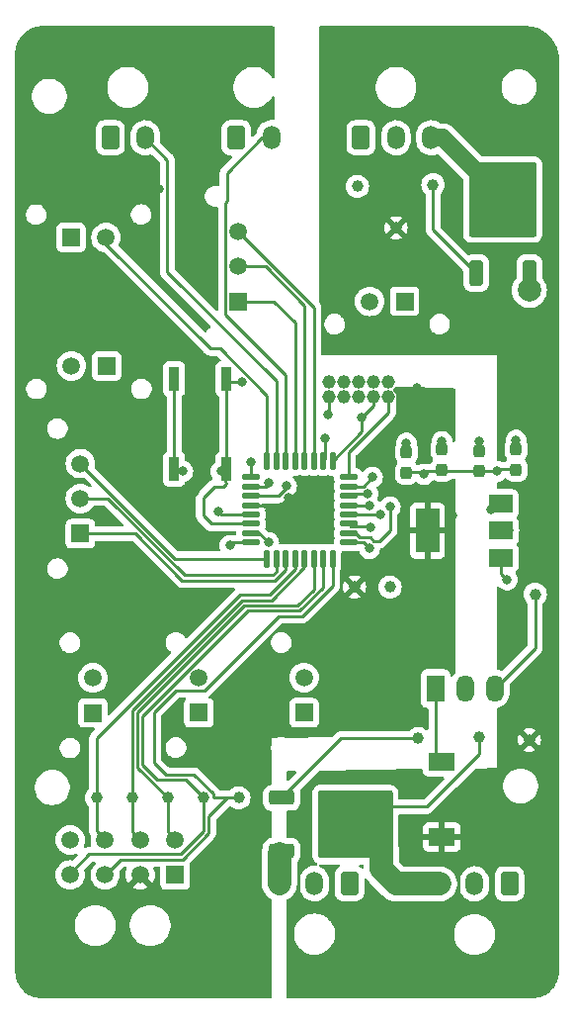
<source format=gbr>
%TF.GenerationSoftware,KiCad,Pcbnew,7.0.7*%
%TF.CreationDate,2024-05-10T07:30:13-05:00*%
%TF.ProjectId,WaterBlasterV2,57617465-7242-46c6-9173-74657256322e,rev?*%
%TF.SameCoordinates,Original*%
%TF.FileFunction,Copper,L1,Top*%
%TF.FilePolarity,Positive*%
%FSLAX46Y46*%
G04 Gerber Fmt 4.6, Leading zero omitted, Abs format (unit mm)*
G04 Created by KiCad (PCBNEW 7.0.7) date 2024-05-10 07:30:13*
%MOMM*%
%LPD*%
G01*
G04 APERTURE LIST*
G04 Aperture macros list*
%AMRoundRect*
0 Rectangle with rounded corners*
0 $1 Rounding radius*
0 $2 $3 $4 $5 $6 $7 $8 $9 X,Y pos of 4 corners*
0 Add a 4 corners polygon primitive as box body*
4,1,4,$2,$3,$4,$5,$6,$7,$8,$9,$2,$3,0*
0 Add four circle primitives for the rounded corners*
1,1,$1+$1,$2,$3*
1,1,$1+$1,$4,$5*
1,1,$1+$1,$6,$7*
1,1,$1+$1,$8,$9*
0 Add four rect primitives between the rounded corners*
20,1,$1+$1,$2,$3,$4,$5,0*
20,1,$1+$1,$4,$5,$6,$7,0*
20,1,$1+$1,$6,$7,$8,$9,0*
20,1,$1+$1,$8,$9,$2,$3,0*%
G04 Aperture macros list end*
%TA.AperFunction,ComponentPad*%
%ADD10C,1.520000*%
%TD*%
%TA.AperFunction,ComponentPad*%
%ADD11R,1.520000X1.520000*%
%TD*%
%TA.AperFunction,SMDPad,CuDef*%
%ADD12RoundRect,0.125000X-0.625000X-0.125000X0.625000X-0.125000X0.625000X0.125000X-0.625000X0.125000X0*%
%TD*%
%TA.AperFunction,SMDPad,CuDef*%
%ADD13RoundRect,0.125000X-0.125000X-0.625000X0.125000X-0.625000X0.125000X0.625000X-0.125000X0.625000X0*%
%TD*%
%TA.AperFunction,SMDPad,CuDef*%
%ADD14R,0.863600X2.006600*%
%TD*%
%TA.AperFunction,SMDPad,CuDef*%
%ADD15RoundRect,0.250000X0.350000X-0.850000X0.350000X0.850000X-0.350000X0.850000X-0.350000X-0.850000X0*%
%TD*%
%TA.AperFunction,SMDPad,CuDef*%
%ADD16RoundRect,0.249997X2.650003X-2.950003X2.650003X2.950003X-2.650003X2.950003X-2.650003X-2.950003X0*%
%TD*%
%TA.AperFunction,SMDPad,CuDef*%
%ADD17RoundRect,0.250000X1.125000X-1.275000X1.125000X1.275000X-1.125000X1.275000X-1.125000X-1.275000X0*%
%TD*%
%TA.AperFunction,SMDPad,CuDef*%
%ADD18RoundRect,0.250000X-0.850000X-0.350000X0.850000X-0.350000X0.850000X0.350000X-0.850000X0.350000X0*%
%TD*%
%TA.AperFunction,SMDPad,CuDef*%
%ADD19RoundRect,0.249997X-2.950003X-2.650003X2.950003X-2.650003X2.950003X2.650003X-2.950003X2.650003X0*%
%TD*%
%TA.AperFunction,SMDPad,CuDef*%
%ADD20RoundRect,0.250000X-1.275000X-1.125000X1.275000X-1.125000X1.275000X1.125000X-1.275000X1.125000X0*%
%TD*%
%TA.AperFunction,ComponentPad*%
%ADD21C,1.168400*%
%TD*%
%TA.AperFunction,ComponentPad*%
%ADD22O,1.500000X2.020000*%
%TD*%
%TA.AperFunction,ComponentPad*%
%ADD23RoundRect,0.250001X0.499999X0.759999X-0.499999X0.759999X-0.499999X-0.759999X0.499999X-0.759999X0*%
%TD*%
%TA.AperFunction,ComponentPad*%
%ADD24RoundRect,0.250001X-0.499999X-0.759999X0.499999X-0.759999X0.499999X0.759999X-0.499999X0.759999X0*%
%TD*%
%TA.AperFunction,ComponentPad*%
%ADD25R,1.500000X2.300000*%
%TD*%
%TA.AperFunction,ComponentPad*%
%ADD26O,1.500000X2.300000*%
%TD*%
%TA.AperFunction,SMDPad,CuDef*%
%ADD27R,2.000000X1.500000*%
%TD*%
%TA.AperFunction,SMDPad,CuDef*%
%ADD28R,2.000000X3.800000*%
%TD*%
%TA.AperFunction,ComponentPad*%
%ADD29C,1.000000*%
%TD*%
%TA.AperFunction,SMDPad,CuDef*%
%ADD30R,2.200000X1.500000*%
%TD*%
%TA.AperFunction,SMDPad,CuDef*%
%ADD31RoundRect,0.237500X0.237500X-0.287500X0.237500X0.287500X-0.237500X0.287500X-0.237500X-0.287500X0*%
%TD*%
%TA.AperFunction,ViaPad*%
%ADD32C,0.800000*%
%TD*%
%TA.AperFunction,ViaPad*%
%ADD33C,3.000000*%
%TD*%
%TA.AperFunction,ViaPad*%
%ADD34C,2.000000*%
%TD*%
%TA.AperFunction,Conductor*%
%ADD35C,0.250000*%
%TD*%
%TA.AperFunction,Conductor*%
%ADD36C,1.500000*%
%TD*%
%TA.AperFunction,Conductor*%
%ADD37C,2.000000*%
%TD*%
G04 APERTURE END LIST*
D10*
%TO.P,J12,3,Pin_3*%
%TO.N,/MCU/ExtraConn_4_1*%
X115509000Y-72692000D03*
%TO.P,J12,2,Pin_2*%
%TO.N,/MCU/ExtraConn_4_2*%
X115509000Y-75692000D03*
D11*
%TO.P,J12,1,Pin_1*%
%TO.N,/MCU/ExtraConn_4_3*%
X115509000Y-78692000D03*
%TD*%
D10*
%TO.P,J11,3,Pin_3*%
%TO.N,/MCU/ExtraConn_3_1*%
X101981000Y-92552000D03*
%TO.P,J11,2,Pin_2*%
%TO.N,/MCU/ExtraConn_3_2*%
X101981000Y-95552000D03*
D11*
%TO.P,J11,1,Pin_1*%
%TO.N,/MCU/ExtraConn_3_3*%
X101981000Y-98552000D03*
%TD*%
%TO.P,J9,1,Pin_1*%
%TO.N,/MCU/ExtraConn_2_2*%
X104219000Y-84201000D03*
D10*
%TO.P,J9,2,Pin_2*%
%TO.N,/MCU/ExtraConn_2_1*%
X101219000Y-84201000D03*
%TD*%
%TO.P,J10,2,Pin_2*%
%TO.N,/MCU/ExtraConn_1_2*%
X126770000Y-78674000D03*
D11*
%TO.P,J10,1,Pin_1*%
%TO.N,/MCU/ExtraConn_1_1*%
X129770000Y-78674000D03*
%TD*%
%TO.P,J8,1,Pin_1*%
%TO.N,Net-(J8-Pin_1)*%
X101188000Y-73207000D03*
D10*
%TO.P,J8,2,Pin_2*%
%TO.N,/IO/Button6*%
X104188000Y-73207000D03*
%TD*%
D11*
%TO.P,J5,1,Pin_1*%
%TO.N,Net-(J5-Pin_1)*%
X103063000Y-113895000D03*
D10*
%TO.P,J5,2,Pin_2*%
%TO.N,/IO/Button3*%
X103063000Y-110895000D03*
%TD*%
D11*
%TO.P,J4,1,Pin_1*%
%TO.N,Net-(J4-Pin_1)*%
X112141000Y-113871000D03*
D10*
%TO.P,J4,2,Pin_2*%
%TO.N,/IO/Button2*%
X112141000Y-110871000D03*
%TD*%
D11*
%TO.P,J3,1,Pin_1*%
%TO.N,Net-(J3-Pin_1)*%
X121158000Y-113871000D03*
D10*
%TO.P,J3,2,Pin_2*%
%TO.N,/IO/Button1*%
X121158000Y-110871000D03*
%TD*%
D12*
%TO.P,U3,1,PB9*%
%TO.N,/MCU/ExtraConn_2_1*%
X116618000Y-93714000D03*
%TO.P,U3,2,PC14-OSC32_IN*%
%TO.N,/MCU/ExtraConn_2_2*%
X116618000Y-94514000D03*
%TO.P,U3,3,PC15-OSC32_OUT*%
%TO.N,/IO/Button3*%
X116618000Y-95314000D03*
%TO.P,U3,4,VDD/VDDA*%
%TO.N,+3V3*%
X116618000Y-96114000D03*
%TO.P,U3,5,VSS/VSSA*%
%TO.N,GND*%
X116618000Y-96914000D03*
%TO.P,U3,6,~{RST}*%
%TO.N,/MCU/RESET*%
X116618000Y-97714000D03*
%TO.P,U3,7,PA0*%
%TO.N,/IO/Button1*%
X116618000Y-98514000D03*
%TO.P,U3,8,PA1*%
%TO.N,/IO/Button2*%
X116618000Y-99314000D03*
D13*
%TO.P,U3,9,PA2*%
%TO.N,/MCU/ExtraConn_3_1*%
X117993000Y-100689000D03*
%TO.P,U3,10,PA3*%
%TO.N,/MCU/ExtraConn_3_2*%
X118793000Y-100689000D03*
%TO.P,U3,11,PA4*%
%TO.N,/MCU/ExtraConn_3_3*%
X119593000Y-100689000D03*
%TO.P,U3,12,PA5*%
%TO.N,/Display/SCLK*%
X120393000Y-100689000D03*
%TO.P,U3,13,PA6*%
%TO.N,/Display/SDO*%
X121193000Y-100689000D03*
%TO.P,U3,14,PA7*%
%TO.N,/Display/SDI*%
X121993000Y-100689000D03*
%TO.P,U3,15,PB0*%
%TO.N,/Display/{slash}CS*%
X122793000Y-100689000D03*
%TO.P,U3,16,PB1*%
%TO.N,/Display/{slash}RESET*%
X123593000Y-100689000D03*
D12*
%TO.P,U3,17,PB2*%
%TO.N,/MCU/PumpControl*%
X124968000Y-99314000D03*
%TO.P,U3,18,PA8*%
%TO.N,/MCU/ValveControl*%
X124968000Y-98514000D03*
%TO.P,U3,19,PA9*%
%TO.N,/IO/LED1*%
X124968000Y-97714000D03*
%TO.P,U3,20,PC6*%
%TO.N,/IO/LED2*%
X124968000Y-96914000D03*
%TO.P,U3,21,PA10*%
%TO.N,/IO/LED3*%
X124968000Y-96114000D03*
%TO.P,U3,22,PA11(PA9)*%
%TO.N,/IO/LED4*%
X124968000Y-95314000D03*
%TO.P,U3,23,PA12(PA10)*%
%TO.N,/MCU/ExtraConn_1_1*%
X124968000Y-94514000D03*
%TO.P,U3,24,PA13*%
%TO.N,/MCU/SWDIO*%
X124968000Y-93714000D03*
D13*
%TO.P,U3,25,PA14-BOOT0*%
%TO.N,/MCU/SWCLK*%
X123593000Y-92339000D03*
%TO.P,U3,26,PA15*%
%TO.N,/MCU/ExtraConn_1_2*%
X122793000Y-92339000D03*
%TO.P,U3,27,PB3*%
%TO.N,/MCU/ExtraConn_4_1*%
X121993000Y-92339000D03*
%TO.P,U3,28,PB4*%
%TO.N,/MCU/ExtraConn_4_2*%
X121193000Y-92339000D03*
%TO.P,U3,29,PB5*%
%TO.N,/MCU/ExtraConn_4_3*%
X120393000Y-92339000D03*
%TO.P,U3,30,PB6*%
%TO.N,/IO/Button4*%
X119593000Y-92339000D03*
%TO.P,U3,31,PB7*%
%TO.N,/IO/Button5*%
X118793000Y-92339000D03*
%TO.P,U3,32,PB8*%
%TO.N,/IO/Button6*%
X117993000Y-92339000D03*
%TD*%
D11*
%TO.P,J16,1,1*%
%TO.N,GND*%
X110109000Y-127762000D03*
D10*
%TO.P,J16,2,2*%
%TO.N,+3V3*%
X107109001Y-127762000D03*
%TO.P,J16,3,3*%
%TO.N,/Display/{slash}RESET*%
X104109002Y-127762000D03*
%TO.P,J16,4,4*%
%TO.N,/Display/{slash}CS*%
X101109003Y-127762000D03*
%TO.P,J16,5,5*%
%TO.N,/Display/SDI*%
X110109000Y-124762001D03*
%TO.P,J16,6,6*%
%TO.N,/Display/SDO*%
X107109001Y-124762001D03*
%TO.P,J16,7,7*%
%TO.N,/Display/SCLK*%
X104109002Y-124762001D03*
%TO.P,J16,8,8*%
%TO.N,GND*%
X101109003Y-124762001D03*
%TD*%
D14*
%TO.P,SW1,2,2*%
%TO.N,/MCU/RESET*%
X114518001Y-85305900D03*
X114518001Y-93002100D03*
%TO.P,SW1,1,1*%
%TO.N,GND*%
X110017999Y-85305900D03*
X110017999Y-93002100D03*
%TD*%
D15*
%TO.P,Q2,1,G*%
%TO.N,/MCU/ValveControl*%
X135895000Y-76253000D03*
%TO.P,Q2,3,S*%
%TO.N,GND*%
X140455000Y-76253000D03*
D16*
%TO.P,Q2,2,D*%
%TO.N,Net-(J14-Pin_1)*%
X138175000Y-69953000D03*
D17*
X139700000Y-68278000D03*
X136650000Y-71628000D03*
X136650000Y-68278000D03*
X139700000Y-71628000D03*
%TD*%
D18*
%TO.P,Q1,1,G*%
%TO.N,/MCU/PumpControl*%
X119244000Y-121164000D03*
%TO.P,Q1,3,S*%
%TO.N,GND*%
X119244000Y-125724000D03*
D19*
%TO.P,Q1,2,D*%
%TO.N,Net-(J13-Pin_1)*%
X125544000Y-123444000D03*
D20*
X127219000Y-124969000D03*
X123869000Y-121919000D03*
X127219000Y-121919000D03*
X123869000Y-124969000D03*
%TD*%
D21*
%TO.P,J2,1,VCC*%
%TO.N,Net-(J2-VCC)*%
X128397000Y-85598000D03*
%TO.P,J2,2,TMS*%
%TO.N,/MCU/SWDIO*%
X128397000Y-86868000D03*
%TO.P,J2,3,GND*%
%TO.N,GND*%
X127127000Y-85598000D03*
%TO.P,J2,4,TCLK*%
%TO.N,/MCU/SWCLK*%
X127127000Y-86868000D03*
%TO.P,J2,5,GND*%
%TO.N,GND*%
X125857000Y-85598000D03*
%TO.P,J2,6,TDO*%
%TO.N,unconnected-(J2-TDO-Pad6)*%
X125857000Y-86868000D03*
%TO.P,J2,7,RTCK*%
%TO.N,unconnected-(J2-RTCK-Pad7)*%
X124587000Y-85598000D03*
%TO.P,J2,8,TDI*%
%TO.N,unconnected-(J2-TDI-Pad8)*%
X124587000Y-86868000D03*
%TO.P,J2,9,GND*%
%TO.N,GND*%
X123317000Y-85598000D03*
%TO.P,J2,10,~{RESET}*%
%TO.N,/MCU/RESET*%
X123317000Y-86868000D03*
%TD*%
D22*
%TO.P,J15,3,Pin_3*%
%TO.N,GND*%
X119047000Y-128491000D03*
%TO.P,J15,2,Pin_2*%
%TO.N,Net-(J15-Pin_2)*%
X122047000Y-128491000D03*
D23*
%TO.P,J15,1,Pin_1*%
%TO.N,GND*%
X125047000Y-128491000D03*
%TD*%
D22*
%TO.P,J14,3,Pin_3*%
%TO.N,Net-(J14-Pin_1)*%
X132032000Y-64676000D03*
%TO.P,J14,2,Pin_2*%
%TO.N,Net-(J14-Pin_2)*%
X129032000Y-64676000D03*
D24*
%TO.P,J14,1,Pin_1*%
%TO.N,Net-(J14-Pin_1)*%
X126032000Y-64676000D03*
%TD*%
D22*
%TO.P,J13,3,Pin_3*%
%TO.N,Net-(J13-Pin_1)*%
X132763000Y-128522000D03*
%TO.P,J13,2,Pin_2*%
%TO.N,Net-(J13-Pin_2)*%
X135763000Y-128522000D03*
D23*
%TO.P,J13,1,Pin_1*%
%TO.N,Net-(J13-Pin_1)*%
X138763000Y-128522000D03*
%TD*%
D25*
%TO.P,U2,1,IN*%
%TO.N,Net-(U2-IN)*%
X132427000Y-111808500D03*
D26*
%TO.P,U2,2,GND*%
%TO.N,GND*%
X134967000Y-111808500D03*
%TO.P,U2,3,OUT*%
%TO.N,+5V*%
X137507000Y-111808500D03*
%TD*%
D27*
%TO.P,U1,3,VI*%
%TO.N,+5V*%
X138024000Y-95998000D03*
%TO.P,U1,2,VO*%
%TO.N,+3V3*%
X138024000Y-98298000D03*
D28*
X131724000Y-98298000D03*
D27*
%TO.P,U1,1,GND*%
%TO.N,GND*%
X138024000Y-100598000D03*
%TD*%
D29*
%TO.P,MISO,1,1*%
%TO.N,/Display/SDO*%
X106426000Y-121158000D03*
%TD*%
%TO.P,MOSI,1,1*%
%TO.N,/Display/SDI*%
X109474000Y-121158000D03*
%TD*%
%TO.P,SCK,1,1*%
%TO.N,/Display/SCLK*%
X103378000Y-121158000D03*
%TD*%
%TO.P,~{CS},1,1*%
%TO.N,/Display/{slash}CS*%
X112524000Y-121158000D03*
%TD*%
%TO.P,~{RST},1,1*%
%TO.N,/Display/{slash}RESET*%
X115570000Y-121158000D03*
%TD*%
%TO.P,VGND,1,1*%
%TO.N,Net-(J14-Pin_1)*%
X125730000Y-68834000D03*
%TD*%
%TO.P,VPWR,1,1*%
%TO.N,+12V*%
X129032000Y-72390000D03*
%TD*%
%TO.P,PPWR,1,1*%
%TO.N,+12V*%
X140462000Y-116205000D03*
%TD*%
%TO.P,PGND,1,1*%
%TO.N,Net-(J13-Pin_1)*%
X136144000Y-115951000D03*
%TD*%
%TO.P,PCTRL,1,1*%
%TO.N,/MCU/PumpControl*%
X130937000Y-116078000D03*
%TD*%
%TO.P,VCTRL,1,1*%
%TO.N,/MCU/ValveControl*%
X132207000Y-68707000D03*
%TD*%
%TO.P,5V,1,1*%
%TO.N,+5V*%
X140970000Y-103759000D03*
%TD*%
%TO.P,GND,1,1*%
%TO.N,GND*%
X128524000Y-103124000D03*
%TD*%
%TO.P,3V3,1,1*%
%TO.N,+3V3*%
X125476000Y-103124000D03*
%TD*%
D30*
%TO.P,L1,2,2*%
%TO.N,Net-(U2-IN)*%
X132969000Y-118110000D03*
%TO.P,L1,1,1*%
%TO.N,+12V*%
X132969000Y-124510000D03*
%TD*%
D24*
%TO.P,J7,1,Pin_1*%
%TO.N,Net-(J7-Pin_1)*%
X104545000Y-64676000D03*
D22*
%TO.P,J7,2,Pin_2*%
%TO.N,/IO/Button5*%
X107545000Y-64676000D03*
%TD*%
%TO.P,J6,2,Pin_2*%
%TO.N,/IO/Button4*%
X118340000Y-64676000D03*
D24*
%TO.P,J6,1,Pin_1*%
%TO.N,Net-(J6-Pin_1)*%
X115340000Y-64676000D03*
%TD*%
D31*
%TO.P,D4,1,K*%
%TO.N,GND*%
X129921000Y-93331000D03*
%TO.P,D4,2,A*%
%TO.N,Net-(D4-A)*%
X129921000Y-91581000D03*
%TD*%
%TO.P,D3,1,K*%
%TO.N,GND*%
X132969000Y-93077000D03*
%TO.P,D3,2,A*%
%TO.N,Net-(D3-A)*%
X132969000Y-91327000D03*
%TD*%
%TO.P,D2,2,A*%
%TO.N,Net-(D2-A)*%
X136144000Y-91454000D03*
%TO.P,D2,1,K*%
%TO.N,GND*%
X136144000Y-93204000D03*
%TD*%
%TO.P,D1,1,K*%
%TO.N,GND*%
X139319000Y-93077000D03*
%TO.P,D1,2,A*%
%TO.N,Net-(D1-A)*%
X139319000Y-91327000D03*
%TD*%
D32*
%TO.N,/MCU/SWCLK*%
X126111000Y-88646000D03*
%TO.N,Net-(D1-A)*%
X139319000Y-90551000D03*
%TO.N,Net-(D4-A)*%
X129921000Y-90805000D03*
%TO.N,Net-(D3-A)*%
X132969000Y-90678000D03*
%TO.N,Net-(D2-A)*%
X136144000Y-90678000D03*
%TO.N,GND*%
X113792000Y-96647000D03*
%TO.N,/IO/LED1*%
X126873000Y-98044000D03*
%TO.N,/IO/LED2*%
X127660288Y-96914000D03*
%TO.N,/IO/LED3*%
X126746000Y-96139000D03*
%TO.N,/IO/LED4*%
X126604649Y-95149543D03*
%TO.N,GND*%
X138557000Y-102489000D03*
%TO.N,+12V*%
X133604000Y-124460000D03*
D33*
X126619000Y-135128000D03*
X140970000Y-125603000D03*
D32*
%TO.N,GND*%
X137668000Y-93218000D03*
X131445000Y-93472000D03*
%TO.N,/MCU/RESET*%
X115824000Y-85598000D03*
X123190000Y-88392000D03*
D34*
%TO.N,GND*%
X140462000Y-77724000D03*
D32*
%TO.N,/MCU/ExtraConn_1_1*%
X127000000Y-93726000D03*
%TO.N,/MCU/ExtraConn_1_2*%
X122936000Y-90424000D03*
%TO.N,+3V3*%
X130810000Y-86106000D03*
X127508000Y-91186000D03*
%TO.N,+5V*%
X137160000Y-96520000D03*
%TO.N,+3V3*%
X138684000Y-98298000D03*
X133858000Y-97028000D03*
%TO.N,/MCU/PumpControl*%
X126746000Y-99822000D03*
%TO.N,/MCU/ValveControl*%
X128524000Y-96266000D03*
%TO.N,/IO/Button1*%
X118110000Y-99314000D03*
%TO.N,/IO/Button2*%
X114808000Y-99568000D03*
%TO.N,/IO/Button3*%
X119634000Y-94488000D03*
%TO.N,/MCU/ExtraConn_2_2*%
X118110000Y-94234000D03*
%TO.N,/MCU/ExtraConn_2_1*%
X116586000Y-92456000D03*
%TO.N,GND*%
X110744000Y-93218000D03*
%TO.N,/MCU/RESET*%
X114046000Y-93218000D03*
%TO.N,+3V3*%
X111760000Y-94996000D03*
X119811250Y-95504000D03*
X111760000Y-103632000D03*
X122047000Y-107061000D03*
X102616000Y-103632000D03*
X103632000Y-76708000D03*
X113284000Y-71778500D03*
X108712000Y-69088000D03*
%TD*%
D35*
%TO.N,+5V*%
X140970000Y-108345500D02*
X137507000Y-111808500D01*
X140970000Y-103759000D02*
X140970000Y-108345500D01*
%TO.N,/MCU/PumpControl*%
X124330000Y-116078000D02*
X130937000Y-116078000D01*
X119244000Y-121164000D02*
X124330000Y-116078000D01*
%TO.N,Net-(J13-Pin_1)*%
X136144000Y-117435000D02*
X131660000Y-121919000D01*
X131660000Y-121919000D02*
X127219000Y-121919000D01*
X136144000Y-115951000D02*
X136144000Y-117435000D01*
%TO.N,/IO/Button4*%
X114559000Y-70110356D02*
X114559000Y-67686000D01*
X114424000Y-70245356D02*
X114559000Y-70110356D01*
X114559000Y-67686000D02*
X117569000Y-64676000D01*
X114424000Y-79777000D02*
X114424000Y-70245356D01*
X117569000Y-64676000D02*
X118340000Y-64676000D01*
X119593000Y-84946000D02*
X114424000Y-79777000D01*
X119593000Y-92339000D02*
X119593000Y-84946000D01*
%TO.N,/MCU/SWCLK*%
X126111000Y-89821000D02*
X123593000Y-92339000D01*
X126111000Y-88646000D02*
X127127000Y-87630000D01*
X127127000Y-87630000D02*
X127127000Y-86868000D01*
X126111000Y-88646000D02*
X126111000Y-89821000D01*
%TO.N,Net-(D4-A)*%
X129921000Y-90805000D02*
X129921000Y-91581000D01*
%TO.N,GND*%
X114059000Y-96914000D02*
X116618000Y-96914000D01*
X113792000Y-96647000D02*
X114059000Y-96914000D01*
%TO.N,/Display/SDI*%
X110060999Y-124714000D02*
X110284000Y-124714000D01*
X109474000Y-124127001D02*
X110060999Y-124714000D01*
X109474000Y-121158000D02*
X109474000Y-124127001D01*
%TO.N,/Display/SDO*%
X106426000Y-124079000D02*
X107061000Y-124714000D01*
X107061000Y-124714000D02*
X107284001Y-124714000D01*
X106426000Y-121158000D02*
X106426000Y-124079000D01*
%TO.N,/Display/SCLK*%
X104061001Y-124714000D02*
X104284002Y-124714000D01*
X103378000Y-124030999D02*
X104061001Y-124714000D01*
X103378000Y-121158000D02*
X103378000Y-124030999D01*
%TO.N,/Display/{slash}CS*%
X101284003Y-127451498D02*
X101284003Y-127713999D01*
X102751501Y-125984000D02*
X101284003Y-127451498D01*
X110548422Y-125984000D02*
X102751501Y-125984000D01*
X112524000Y-124008422D02*
X110548422Y-125984000D01*
X112524000Y-121158000D02*
X112524000Y-124008422D01*
%TO.N,/Display/{slash}RESET*%
X114554000Y-121158000D02*
X114808000Y-121158000D01*
X112974000Y-122738000D02*
X114554000Y-121158000D01*
X110734818Y-126434000D02*
X112974000Y-124194818D01*
X112974000Y-124194818D02*
X112974000Y-122738000D01*
X105437002Y-126434000D02*
X110734818Y-126434000D01*
X104284002Y-127587000D02*
X105437002Y-126434000D01*
X104284002Y-127713999D02*
X104284002Y-127587000D01*
%TO.N,/MCU/ExtraConn_1_1*%
X126212000Y-94514000D02*
X124968000Y-94514000D01*
X127000000Y-93726000D02*
X126212000Y-94514000D01*
%TO.N,/IO/LED2*%
X127660288Y-96914000D02*
X124968000Y-96914000D01*
%TO.N,/MCU/ValveControl*%
X125554396Y-98514000D02*
X124968000Y-98514000D01*
X125904396Y-98864000D02*
X125554396Y-98514000D01*
X127136305Y-99187000D02*
X126813305Y-98864000D01*
X126813305Y-98864000D02*
X125904396Y-98864000D01*
X127635000Y-99187000D02*
X127136305Y-99187000D01*
X128524000Y-98298000D02*
X127635000Y-99187000D01*
X128524000Y-96266000D02*
X128524000Y-98298000D01*
%TO.N,GND*%
X136144000Y-93204000D02*
X133096000Y-93204000D01*
X133096000Y-93204000D02*
X132969000Y-93077000D01*
%TO.N,/IO/LED4*%
X125132457Y-95149543D02*
X124968000Y-95314000D01*
X126604649Y-95149543D02*
X125132457Y-95149543D01*
%TO.N,/IO/LED3*%
X124993000Y-96139000D02*
X124968000Y-96114000D01*
X126746000Y-96139000D02*
X124993000Y-96139000D01*
%TO.N,/IO/LED1*%
X125193000Y-97939000D02*
X124968000Y-97714000D01*
X126768000Y-97939000D02*
X125193000Y-97939000D01*
X126873000Y-98044000D02*
X126768000Y-97939000D01*
%TO.N,GND*%
X138024000Y-101956000D02*
X138024000Y-100598000D01*
X138557000Y-102489000D02*
X138024000Y-101956000D01*
D36*
%TO.N,Net-(J14-Pin_1)*%
X133048000Y-64676000D02*
X132032000Y-64676000D01*
X136650000Y-68278000D02*
X133048000Y-64676000D01*
D35*
%TO.N,Net-(J13-Pin_1)*%
X127762000Y-125512000D02*
X127219000Y-124969000D01*
D37*
X129030000Y-128522000D02*
X127762000Y-127254000D01*
X127762000Y-127254000D02*
X127762000Y-125512000D01*
X132763000Y-128522000D02*
X129030000Y-128522000D01*
D35*
%TO.N,GND*%
X119047000Y-125921000D02*
X119244000Y-125724000D01*
D37*
X119047000Y-128491000D02*
X119047000Y-125921000D01*
D35*
%TO.N,Net-(U2-IN)*%
X132427000Y-117568000D02*
X132969000Y-118110000D01*
X132427000Y-111808500D02*
X132427000Y-117568000D01*
%TO.N,GND*%
X137630500Y-93180500D02*
X137668000Y-93218000D01*
X136144000Y-93180500D02*
X137630500Y-93180500D01*
X137832500Y-93053500D02*
X137668000Y-93218000D01*
X139319000Y-93053500D02*
X137832500Y-93053500D01*
X131280500Y-93307500D02*
X131445000Y-93472000D01*
X129921000Y-93307500D02*
X131280500Y-93307500D01*
X131736500Y-93180500D02*
X131445000Y-93472000D01*
X132969000Y-93180500D02*
X131736500Y-93180500D01*
%TO.N,/MCU/ExtraConn_1_2*%
X122936000Y-92196000D02*
X122793000Y-92339000D01*
X122936000Y-90424000D02*
X122936000Y-92196000D01*
%TO.N,/MCU/RESET*%
X115824000Y-85598000D02*
X114810101Y-85598000D01*
X114810101Y-85598000D02*
X114518001Y-85305900D01*
X123317000Y-88265000D02*
X123190000Y-88392000D01*
X123317000Y-86868000D02*
X123317000Y-88265000D01*
%TO.N,/IO/Button6*%
X104188000Y-73759356D02*
X104188000Y-73207000D01*
X113130644Y-82702000D02*
X104188000Y-73759356D01*
X113967356Y-82702000D02*
X113130644Y-82702000D01*
X117993000Y-86727644D02*
X113967356Y-82702000D01*
X117993000Y-92339000D02*
X117993000Y-86727644D01*
%TO.N,/IO/Button5*%
X109437000Y-76151644D02*
X109437000Y-66568000D01*
X118793000Y-85507644D02*
X109437000Y-76151644D01*
X118793000Y-92339000D02*
X118793000Y-85507644D01*
X109437000Y-66568000D02*
X107545000Y-64676000D01*
%TO.N,/MCU/ExtraConn_4_3*%
X120393000Y-80515000D02*
X118570000Y-78692000D01*
X118570000Y-78692000D02*
X115509000Y-78692000D01*
X120393000Y-92339000D02*
X120393000Y-80515000D01*
%TO.N,/MCU/ExtraConn_4_2*%
X117872604Y-75692000D02*
X115509000Y-75692000D01*
X121193000Y-79012396D02*
X117872604Y-75692000D01*
X121193000Y-92339000D02*
X121193000Y-79012396D01*
%TO.N,/MCU/ExtraConn_4_1*%
X121993000Y-92339000D02*
X121993000Y-79176000D01*
X121993000Y-79176000D02*
X115509000Y-72692000D01*
%TO.N,/MCU/ValveControl*%
X132207000Y-72565000D02*
X132207000Y-68707000D01*
X135895000Y-76253000D02*
X132207000Y-72565000D01*
%TO.N,/MCU/SWDIO*%
X128397000Y-88171396D02*
X128397000Y-86868000D01*
X124968000Y-91600396D02*
X128397000Y-88171396D01*
X124968000Y-93714000D02*
X124968000Y-91600396D01*
%TO.N,/MCU/PumpControl*%
X126238000Y-99314000D02*
X126746000Y-99822000D01*
X124968000Y-99314000D02*
X126238000Y-99314000D01*
%TO.N,/Display/{slash}RESET*%
X123593000Y-102987097D02*
X123593000Y-100689000D01*
X120972097Y-105608000D02*
X123593000Y-102987097D01*
X118938422Y-105608000D02*
X120972097Y-105608000D01*
X112590422Y-111956000D02*
X118938422Y-105608000D01*
X109296356Y-119184000D02*
X108286356Y-118174000D01*
X111716727Y-119184000D02*
X109296356Y-119184000D01*
X108286356Y-118174000D02*
X108286356Y-113827618D01*
X108286356Y-113827618D02*
X110157974Y-111956000D01*
X110157974Y-111956000D02*
X112590422Y-111956000D01*
X113349000Y-120816273D02*
X111716727Y-119184000D01*
X113349000Y-121158000D02*
X113349000Y-120816273D01*
X114808000Y-121158000D02*
X113349000Y-121158000D01*
X114808000Y-121158000D02*
X115570000Y-121158000D01*
%TO.N,/Display/{slash}CS*%
X111000000Y-119634000D02*
X112524000Y-121158000D01*
X116319578Y-105158000D02*
X107326000Y-114151578D01*
X107326000Y-118373604D02*
X108586396Y-119634000D01*
X108586396Y-119634000D02*
X111000000Y-119634000D01*
X120785701Y-105158000D02*
X116319578Y-105158000D01*
X122793000Y-103150701D02*
X120785701Y-105158000D01*
X122793000Y-100689000D02*
X122793000Y-103150701D01*
X107326000Y-114151578D02*
X107326000Y-118373604D01*
%TO.N,/Display/SDI*%
X106876000Y-113877148D02*
X106876000Y-118560000D01*
X116045148Y-104708000D02*
X106876000Y-113877148D01*
X120599305Y-104708000D02*
X116045148Y-104708000D01*
X106876000Y-118560000D02*
X109474000Y-121158000D01*
X121993000Y-100689000D02*
X121993000Y-103314305D01*
X121993000Y-103314305D02*
X120599305Y-104708000D01*
%TO.N,/Display/SDO*%
X118374396Y-104258000D02*
X115858752Y-104258000D01*
X115858752Y-104258000D02*
X106426000Y-113690752D01*
X106426000Y-113690752D02*
X106426000Y-121158000D01*
X121193000Y-100689000D02*
X121193000Y-101439396D01*
X121193000Y-101439396D02*
X118374396Y-104258000D01*
%TO.N,/Display/SCLK*%
X120393000Y-101603000D02*
X120393000Y-100689000D01*
X115672356Y-103808000D02*
X118188000Y-103808000D01*
X110599356Y-108881000D02*
X115672356Y-103808000D01*
X118188000Y-103808000D02*
X120393000Y-101603000D01*
X110575000Y-108881000D02*
X110599356Y-108881000D01*
X103378000Y-116078000D02*
X110575000Y-108881000D01*
X103378000Y-121158000D02*
X103378000Y-116078000D01*
%TO.N,/MCU/ExtraConn_3_2*%
X118793000Y-101804604D02*
X118793000Y-100689000D01*
X118489604Y-102108000D02*
X118793000Y-101804604D01*
X104344604Y-95552000D02*
X110900604Y-102108000D01*
X110900604Y-102108000D02*
X118489604Y-102108000D01*
X101981000Y-95552000D02*
X104344604Y-95552000D01*
%TO.N,/MCU/ExtraConn_3_3*%
X106708208Y-98552000D02*
X101981000Y-98552000D01*
X110714208Y-102558000D02*
X106708208Y-98552000D01*
X118676000Y-102558000D02*
X110714208Y-102558000D01*
X119593000Y-101641000D02*
X118676000Y-102558000D01*
X119593000Y-100689000D02*
X119593000Y-101641000D01*
%TO.N,/MCU/ExtraConn_3_1*%
X110118000Y-100689000D02*
X117993000Y-100689000D01*
X101981000Y-92552000D02*
X110118000Y-100689000D01*
%TO.N,/IO/Button1*%
X118110000Y-99314000D02*
X117310000Y-98514000D01*
X117310000Y-98514000D02*
X116618000Y-98514000D01*
%TO.N,/IO/Button2*%
X116618000Y-99314000D02*
X115062000Y-99314000D01*
X115062000Y-99314000D02*
X114808000Y-99568000D01*
%TO.N,/IO/Button3*%
X119634000Y-94655945D02*
X119634000Y-94488000D01*
X118975945Y-95314000D02*
X119634000Y-94655945D01*
X116618000Y-95314000D02*
X118975945Y-95314000D01*
%TO.N,/MCU/ExtraConn_2_1*%
X116618000Y-92488000D02*
X116586000Y-92456000D01*
X116618000Y-93714000D02*
X116618000Y-92488000D01*
%TO.N,/MCU/ExtraConn_2_2*%
X117830000Y-94514000D02*
X118110000Y-94234000D01*
X116618000Y-94514000D02*
X117830000Y-94514000D01*
%TO.N,+3V3*%
X119201250Y-96114000D02*
X119811250Y-95504000D01*
X116618000Y-96114000D02*
X119201250Y-96114000D01*
%TO.N,GND*%
X110017999Y-93002100D02*
X110017999Y-85305900D01*
%TO.N,/MCU/RESET*%
X114518001Y-85305900D02*
X114518001Y-93002100D01*
X114046000Y-93218000D02*
X114518001Y-93002100D01*
X114518001Y-94269999D02*
X114046000Y-93218000D01*
X112522000Y-95494695D02*
X113491695Y-94525000D01*
X113491695Y-94525000D02*
X114263000Y-94525000D01*
X112522000Y-97028000D02*
X112522000Y-95494695D01*
X114263000Y-94525000D02*
X114518001Y-94269999D01*
X113208000Y-97714000D02*
X112522000Y-97028000D01*
X116618000Y-97714000D02*
X113208000Y-97714000D01*
%TD*%
%TA.AperFunction,Conductor*%
%TO.N,+12V*%
G36*
X140209737Y-55118598D02*
G01*
X140237721Y-55120169D01*
X140323677Y-55124996D01*
X140525266Y-55137190D01*
X140531856Y-55137948D01*
X140677609Y-55162712D01*
X140845948Y-55193562D01*
X140851932Y-55194969D01*
X141000022Y-55237633D01*
X141157920Y-55286836D01*
X141163174Y-55288740D01*
X141308048Y-55348749D01*
X141456862Y-55415724D01*
X141461409Y-55417999D01*
X141599979Y-55494584D01*
X141738817Y-55578515D01*
X141742604Y-55580998D01*
X141871306Y-55672317D01*
X141873637Y-55674056D01*
X141999931Y-55773001D01*
X142003008Y-55775577D01*
X142120874Y-55880907D01*
X142123401Y-55883297D01*
X142236701Y-55996597D01*
X142239091Y-55999124D01*
X142344421Y-56116990D01*
X142346997Y-56120067D01*
X142445942Y-56246361D01*
X142447692Y-56248707D01*
X142538989Y-56377377D01*
X142541483Y-56381181D01*
X142625415Y-56520020D01*
X142701999Y-56658589D01*
X142704274Y-56663136D01*
X142771250Y-56811951D01*
X142831258Y-56956824D01*
X142833171Y-56962108D01*
X142882376Y-57120009D01*
X142925028Y-57268063D01*
X142926436Y-57274054D01*
X142957296Y-57442444D01*
X142982047Y-57588117D01*
X142982811Y-57594764D01*
X142995013Y-57796494D01*
X143001402Y-57910263D01*
X143001500Y-57913741D01*
X143001500Y-136015120D01*
X143001387Y-136018865D01*
X142995515Y-136115930D01*
X142983680Y-136296480D01*
X142982796Y-136303606D01*
X142959542Y-136430506D01*
X142929949Y-136579279D01*
X142928332Y-136585632D01*
X142888153Y-136714572D01*
X142841149Y-136853041D01*
X142838976Y-136858560D01*
X142782464Y-136984129D01*
X142718670Y-137113487D01*
X142716122Y-137118142D01*
X142644870Y-137236008D01*
X142643363Y-137238379D01*
X142564442Y-137356491D01*
X142561696Y-137360283D01*
X142476415Y-137469136D01*
X142474223Y-137471779D01*
X142380859Y-137578240D01*
X142378085Y-137581202D01*
X142280202Y-137679085D01*
X142277240Y-137681859D01*
X142170779Y-137775223D01*
X142168136Y-137777415D01*
X142059283Y-137862696D01*
X142055491Y-137865442D01*
X141937379Y-137944363D01*
X141935008Y-137945870D01*
X141817142Y-138017122D01*
X141812487Y-138019670D01*
X141683129Y-138083464D01*
X141557560Y-138139976D01*
X141552041Y-138142149D01*
X141413572Y-138189153D01*
X141284632Y-138229332D01*
X141278279Y-138230949D01*
X141129506Y-138260542D01*
X141002606Y-138283796D01*
X140995480Y-138284680D01*
X140814930Y-138296515D01*
X140717866Y-138302387D01*
X140714121Y-138302500D01*
X119758000Y-138302500D01*
X119690961Y-138282815D01*
X119645206Y-138230011D01*
X119634000Y-138178500D01*
X119634000Y-132942187D01*
X120296500Y-132942187D01*
X120301173Y-132973187D01*
X120335604Y-133201615D01*
X120335605Y-133201617D01*
X120335606Y-133201623D01*
X120412938Y-133452326D01*
X120526767Y-133688696D01*
X120526768Y-133688697D01*
X120526770Y-133688700D01*
X120526772Y-133688704D01*
X120674567Y-133905478D01*
X120674567Y-133905479D01*
X120853014Y-134097801D01*
X120853018Y-134097804D01*
X120853019Y-134097805D01*
X121058143Y-134261386D01*
X121285357Y-134392568D01*
X121529584Y-134488420D01*
X121785370Y-134546802D01*
X121785376Y-134546802D01*
X121785379Y-134546803D01*
X121981500Y-134561500D01*
X121981506Y-134561500D01*
X122112500Y-134561500D01*
X122308620Y-134546803D01*
X122308622Y-134546802D01*
X122308630Y-134546802D01*
X122564416Y-134488420D01*
X122808643Y-134392568D01*
X123035857Y-134261386D01*
X123240981Y-134097805D01*
X123419433Y-133905479D01*
X123567228Y-133688704D01*
X123681063Y-133452323D01*
X123758396Y-133201615D01*
X123792827Y-132973187D01*
X134012500Y-132973187D01*
X134032794Y-133107823D01*
X134051604Y-133232615D01*
X134051605Y-133232617D01*
X134051606Y-133232623D01*
X134128938Y-133483326D01*
X134242767Y-133719696D01*
X134242768Y-133719697D01*
X134242770Y-133719700D01*
X134242772Y-133719704D01*
X134369432Y-133905479D01*
X134390567Y-133936479D01*
X134569014Y-134128801D01*
X134569018Y-134128804D01*
X134569019Y-134128805D01*
X134774143Y-134292386D01*
X135001357Y-134423568D01*
X135245584Y-134519420D01*
X135501370Y-134577802D01*
X135501376Y-134577802D01*
X135501379Y-134577803D01*
X135697500Y-134592500D01*
X135697506Y-134592500D01*
X135828500Y-134592500D01*
X136024620Y-134577803D01*
X136024622Y-134577802D01*
X136024630Y-134577802D01*
X136280416Y-134519420D01*
X136524643Y-134423568D01*
X136751857Y-134292386D01*
X136956981Y-134128805D01*
X136985749Y-134097801D01*
X136996945Y-134085733D01*
X137135433Y-133936479D01*
X137283228Y-133719704D01*
X137397063Y-133483323D01*
X137474396Y-133232615D01*
X137513500Y-132973182D01*
X137513500Y-132710818D01*
X137474396Y-132451385D01*
X137397063Y-132200677D01*
X137382132Y-132169673D01*
X137283232Y-131964303D01*
X137283231Y-131964302D01*
X137283230Y-131964301D01*
X137283228Y-131964296D01*
X137135433Y-131747521D01*
X137106668Y-131716520D01*
X136956985Y-131555198D01*
X136917533Y-131523736D01*
X136751857Y-131391614D01*
X136524643Y-131260432D01*
X136280416Y-131164580D01*
X136280411Y-131164578D01*
X136280402Y-131164576D01*
X136062818Y-131114914D01*
X136024630Y-131106198D01*
X136024629Y-131106197D01*
X136024625Y-131106197D01*
X136024620Y-131106196D01*
X135828500Y-131091500D01*
X135828494Y-131091500D01*
X135697506Y-131091500D01*
X135697500Y-131091500D01*
X135501379Y-131106196D01*
X135501374Y-131106197D01*
X135245597Y-131164576D01*
X135245578Y-131164582D01*
X135001356Y-131260432D01*
X134774143Y-131391614D01*
X134569014Y-131555198D01*
X134390567Y-131747520D01*
X134242768Y-131964302D01*
X134242767Y-131964303D01*
X134128938Y-132200673D01*
X134051606Y-132451376D01*
X134051605Y-132451381D01*
X134051604Y-132451385D01*
X134036853Y-132549247D01*
X134012500Y-132710812D01*
X134012500Y-132973187D01*
X123792827Y-132973187D01*
X123797500Y-132942182D01*
X123797500Y-132679818D01*
X123758396Y-132420385D01*
X123681063Y-132169677D01*
X123669121Y-132144880D01*
X123567232Y-131933303D01*
X123567231Y-131933302D01*
X123567230Y-131933301D01*
X123567228Y-131933296D01*
X123419433Y-131716521D01*
X123409441Y-131705753D01*
X123240985Y-131524198D01*
X123201533Y-131492736D01*
X123035857Y-131360614D01*
X122808643Y-131229432D01*
X122564416Y-131133580D01*
X122564411Y-131133578D01*
X122564402Y-131133576D01*
X122346818Y-131083914D01*
X122308630Y-131075198D01*
X122308629Y-131075197D01*
X122308625Y-131075197D01*
X122308620Y-131075196D01*
X122112500Y-131060500D01*
X122112494Y-131060500D01*
X121981506Y-131060500D01*
X121981500Y-131060500D01*
X121785379Y-131075196D01*
X121785374Y-131075197D01*
X121529597Y-131133576D01*
X121529578Y-131133582D01*
X121285356Y-131229432D01*
X121058143Y-131360614D01*
X120853014Y-131524198D01*
X120674567Y-131716520D01*
X120526768Y-131933302D01*
X120526767Y-131933303D01*
X120412938Y-132169673D01*
X120335606Y-132420376D01*
X120335605Y-132420381D01*
X120335604Y-132420385D01*
X120320853Y-132518247D01*
X120296500Y-132679812D01*
X120296500Y-132942187D01*
X119634000Y-132942187D01*
X119634000Y-129953354D01*
X119653685Y-129886315D01*
X119698983Y-129844299D01*
X119700070Y-129843711D01*
X119870509Y-129751474D01*
X120066744Y-129598738D01*
X120235164Y-129415785D01*
X120371173Y-129207607D01*
X120471063Y-128979881D01*
X120532108Y-128738821D01*
X120547500Y-128553067D01*
X120547500Y-126733230D01*
X120567185Y-126666191D01*
X120583819Y-126645549D01*
X120621901Y-126607467D01*
X120686712Y-126542656D01*
X120778814Y-126393334D01*
X120833999Y-126226797D01*
X120844500Y-126124009D01*
X120844499Y-125323992D01*
X120842849Y-125307844D01*
X120833999Y-125221203D01*
X120833998Y-125221200D01*
X120778814Y-125054666D01*
X120686712Y-124905344D01*
X120562656Y-124781288D01*
X120413334Y-124689186D01*
X120246797Y-124634001D01*
X120246795Y-124634000D01*
X120144016Y-124623500D01*
X120144009Y-124623500D01*
X119833492Y-124623500D01*
X119774474Y-124608554D01*
X119698982Y-124567699D01*
X119649391Y-124518480D01*
X119634000Y-124458645D01*
X119634000Y-122388499D01*
X119653685Y-122321460D01*
X119706489Y-122275705D01*
X119757999Y-122264499D01*
X120144008Y-122264499D01*
X120246797Y-122253999D01*
X120413334Y-122198814D01*
X120562656Y-122106712D01*
X120686712Y-121982656D01*
X120778814Y-121833334D01*
X120833999Y-121666797D01*
X120844500Y-121564009D01*
X120844499Y-120763992D01*
X120833999Y-120661203D01*
X120807628Y-120581620D01*
X120805226Y-120511792D01*
X120837651Y-120454937D01*
X122424803Y-118867786D01*
X122486122Y-118834304D01*
X122510727Y-118831482D01*
X131242755Y-118708496D01*
X131310064Y-118727235D01*
X131356558Y-118779389D01*
X131368500Y-118832482D01*
X131368500Y-118907869D01*
X131368501Y-118907876D01*
X131374908Y-118967483D01*
X131425202Y-119102328D01*
X131425206Y-119102335D01*
X131511452Y-119217544D01*
X131511455Y-119217547D01*
X131626664Y-119303793D01*
X131626671Y-119303797D01*
X131761517Y-119354091D01*
X131761516Y-119354091D01*
X131768444Y-119354835D01*
X131821127Y-119360500D01*
X133034547Y-119360499D01*
X133101586Y-119380184D01*
X133147341Y-119432987D01*
X133157285Y-119502146D01*
X133128260Y-119565702D01*
X133122228Y-119572180D01*
X131437228Y-121257181D01*
X131375905Y-121290666D01*
X131349547Y-121293500D01*
X129368500Y-121293500D01*
X129301461Y-121273815D01*
X129255706Y-121221011D01*
X129244500Y-121169500D01*
X129244500Y-120743993D01*
X129244499Y-120743980D01*
X129233999Y-120641200D01*
X129178815Y-120474664D01*
X129178811Y-120474658D01*
X129178810Y-120474655D01*
X129086714Y-120325346D01*
X129086711Y-120325342D01*
X128962657Y-120201288D01*
X128962653Y-120201285D01*
X128813344Y-120109189D01*
X128813338Y-120109186D01*
X128813336Y-120109185D01*
X128707157Y-120074001D01*
X128646801Y-120054001D01*
X128544019Y-120043500D01*
X128544012Y-120043500D01*
X122543988Y-120043500D01*
X122543980Y-120043500D01*
X122441198Y-120054001D01*
X122274666Y-120109184D01*
X122274655Y-120109189D01*
X122125346Y-120201285D01*
X122125342Y-120201288D01*
X122001288Y-120325342D01*
X122001285Y-120325346D01*
X121909189Y-120474655D01*
X121909184Y-120474666D01*
X121854001Y-120641198D01*
X121843500Y-120743980D01*
X121843500Y-126144019D01*
X121854001Y-126246801D01*
X121909184Y-126413333D01*
X121909189Y-126413344D01*
X122001285Y-126562653D01*
X122001288Y-126562657D01*
X122125342Y-126686711D01*
X122125346Y-126686714D01*
X122236305Y-126755155D01*
X122283030Y-126807103D01*
X122294251Y-126876065D01*
X122266408Y-126940147D01*
X122208339Y-126979003D01*
X122165645Y-126984568D01*
X121990674Y-126976710D01*
X121990673Y-126976710D01*
X121990670Y-126976710D01*
X121767613Y-127006925D01*
X121767610Y-127006925D01*
X121767609Y-127006926D01*
X121553534Y-127076483D01*
X121355321Y-127183146D01*
X121355318Y-127183148D01*
X121179336Y-127323489D01*
X121108186Y-127404927D01*
X121031235Y-127493004D01*
X120980331Y-127578203D01*
X120915787Y-127686232D01*
X120915786Y-127686234D01*
X120836692Y-127896976D01*
X120796500Y-128118450D01*
X120796500Y-128807151D01*
X120811622Y-128975189D01*
X120871503Y-129192160D01*
X120871508Y-129192173D01*
X120969167Y-129394966D01*
X120969171Y-129394974D01*
X121101473Y-129577072D01*
X121101474Y-129577074D01*
X121264176Y-129732633D01*
X121452033Y-129856636D01*
X121659004Y-129945100D01*
X121659007Y-129945101D01*
X121659012Y-129945103D01*
X121878463Y-129995191D01*
X122103330Y-130005290D01*
X122326387Y-129975075D01*
X122540464Y-129905517D01*
X122738681Y-129798852D01*
X122914666Y-129658508D01*
X123062765Y-129488996D01*
X123178215Y-129295764D01*
X123257307Y-129085024D01*
X123292406Y-128891616D01*
X123297500Y-128863549D01*
X123297500Y-128174852D01*
X123297500Y-128174845D01*
X123282377Y-128006812D01*
X123272385Y-127970607D01*
X123222496Y-127789839D01*
X123222491Y-127789826D01*
X123124832Y-127587033D01*
X123124828Y-127587025D01*
X122992526Y-127404927D01*
X122992525Y-127404925D01*
X122829823Y-127249366D01*
X122641966Y-127125363D01*
X122541732Y-127082521D01*
X122487824Y-127038073D01*
X122466504Y-126971535D01*
X122484542Y-126904034D01*
X122536210Y-126857000D01*
X122590467Y-126844500D01*
X124117413Y-126844500D01*
X124184452Y-126864185D01*
X124230207Y-126916989D01*
X124240151Y-126986147D01*
X124211126Y-127049703D01*
X124182510Y-127074038D01*
X124078348Y-127138286D01*
X124078344Y-127138289D01*
X123954289Y-127262344D01*
X123954286Y-127262348D01*
X123862187Y-127411662D01*
X123862186Y-127411664D01*
X123807001Y-127578203D01*
X123807000Y-127578204D01*
X123796500Y-127680984D01*
X123796500Y-129301015D01*
X123807000Y-129403795D01*
X123807001Y-129403797D01*
X123834593Y-129487065D01*
X123862186Y-129570335D01*
X123862187Y-129570337D01*
X123954286Y-129719651D01*
X123954289Y-129719655D01*
X124078344Y-129843710D01*
X124078348Y-129843713D01*
X124227662Y-129935812D01*
X124227664Y-129935813D01*
X124227666Y-129935814D01*
X124394203Y-129990999D01*
X124496992Y-130001500D01*
X124496997Y-130001500D01*
X125597003Y-130001500D01*
X125597008Y-130001500D01*
X125699797Y-129990999D01*
X125866334Y-129935814D01*
X126015655Y-129843711D01*
X126139711Y-129719655D01*
X126231814Y-129570334D01*
X126286999Y-129403797D01*
X126297500Y-129301008D01*
X126297500Y-128177916D01*
X126317185Y-128110877D01*
X126369989Y-128065122D01*
X126439147Y-128055178D01*
X126502703Y-128084203D01*
X126528020Y-128114439D01*
X126536634Y-128128894D01*
X126554296Y-128149747D01*
X126558887Y-128155904D01*
X126573836Y-128178785D01*
X126573837Y-128178786D01*
X126637033Y-128247435D01*
X126657100Y-128271129D01*
X126679049Y-128293078D01*
X126742257Y-128361739D01*
X126763822Y-128378524D01*
X126769587Y-128383615D01*
X127900384Y-129514412D01*
X127905473Y-129520174D01*
X127922262Y-129541744D01*
X127922264Y-129541746D01*
X127922265Y-129541747D01*
X127990921Y-129604950D01*
X128012866Y-129626894D01*
X128012874Y-129626902D01*
X128036564Y-129646966D01*
X128105215Y-129710164D01*
X128105217Y-129710165D01*
X128105218Y-129710166D01*
X128128086Y-129725106D01*
X128134250Y-129729702D01*
X128155106Y-129747366D01*
X128199037Y-129773543D01*
X128235275Y-129795137D01*
X128288413Y-129829853D01*
X128313393Y-129846173D01*
X128337246Y-129856636D01*
X128338418Y-129857150D01*
X128345248Y-129860665D01*
X128368727Y-129874656D01*
X128455667Y-129908580D01*
X128541119Y-129946063D01*
X128567623Y-129952774D01*
X128574920Y-129955112D01*
X128600386Y-129965050D01*
X128691725Y-129984202D01*
X128782179Y-130007108D01*
X128782183Y-130007108D01*
X128782187Y-130007109D01*
X128809406Y-130009364D01*
X128817016Y-130010473D01*
X128829727Y-130013138D01*
X128843763Y-130016081D01*
X128937009Y-130019937D01*
X128967933Y-130022500D01*
X128967934Y-130022500D01*
X128998965Y-130022500D01*
X129092221Y-130026357D01*
X129119347Y-130022975D01*
X129127019Y-130022500D01*
X132564321Y-130022500D01*
X132591911Y-130025608D01*
X132594463Y-130026191D01*
X132819330Y-130036290D01*
X133042387Y-130006075D01*
X133137534Y-129975159D01*
X133141470Y-129974023D01*
X133251881Y-129946063D01*
X133275251Y-129935812D01*
X133479607Y-129846173D01*
X133687785Y-129710164D01*
X133870738Y-129541744D01*
X134023474Y-129345509D01*
X134141828Y-129126810D01*
X134222571Y-128891614D01*
X134231492Y-128838155D01*
X134512500Y-128838155D01*
X134517113Y-128889416D01*
X134527622Y-129006186D01*
X134527623Y-129006192D01*
X134587503Y-129223160D01*
X134587508Y-129223173D01*
X134685167Y-129425966D01*
X134685171Y-129425974D01*
X134817473Y-129608072D01*
X134817474Y-129608074D01*
X134817477Y-129608077D01*
X134817478Y-129608078D01*
X134858152Y-129646966D01*
X134980176Y-129763633D01*
X135168033Y-129887636D01*
X135375004Y-129976100D01*
X135375007Y-129976101D01*
X135375012Y-129976103D01*
X135594463Y-130026191D01*
X135819330Y-130036290D01*
X136042387Y-130006075D01*
X136256464Y-129936517D01*
X136454681Y-129829852D01*
X136630666Y-129689508D01*
X136778765Y-129519996D01*
X136891078Y-129332015D01*
X137512500Y-129332015D01*
X137523000Y-129434795D01*
X137523001Y-129434796D01*
X137578186Y-129601335D01*
X137578187Y-129601337D01*
X137670286Y-129750651D01*
X137670289Y-129750655D01*
X137794344Y-129874710D01*
X137794348Y-129874713D01*
X137943662Y-129966812D01*
X137943664Y-129966813D01*
X137943666Y-129966814D01*
X138110203Y-130021999D01*
X138212992Y-130032500D01*
X138212997Y-130032500D01*
X139313003Y-130032500D01*
X139313008Y-130032500D01*
X139415797Y-130021999D01*
X139582334Y-129966814D01*
X139731655Y-129874711D01*
X139855711Y-129750655D01*
X139947814Y-129601334D01*
X140002999Y-129434797D01*
X140013500Y-129332008D01*
X140013500Y-127711992D01*
X140002999Y-127609203D01*
X139947814Y-127442666D01*
X139943657Y-127435927D01*
X139855713Y-127293348D01*
X139855710Y-127293344D01*
X139731655Y-127169289D01*
X139731651Y-127169286D01*
X139582337Y-127077187D01*
X139582335Y-127077186D01*
X139460750Y-127036897D01*
X139415797Y-127022001D01*
X139415795Y-127022000D01*
X139313015Y-127011500D01*
X139313008Y-127011500D01*
X138212992Y-127011500D01*
X138212984Y-127011500D01*
X138110204Y-127022000D01*
X138110203Y-127022001D01*
X137943664Y-127077186D01*
X137943662Y-127077187D01*
X137794348Y-127169286D01*
X137794344Y-127169289D01*
X137670289Y-127293344D01*
X137670286Y-127293348D01*
X137578187Y-127442662D01*
X137578186Y-127442664D01*
X137523001Y-127609203D01*
X137523000Y-127609204D01*
X137512500Y-127711984D01*
X137512500Y-129332015D01*
X136891078Y-129332015D01*
X136894215Y-129326764D01*
X136973307Y-129116024D01*
X137013500Y-128894547D01*
X137013500Y-128205845D01*
X136998377Y-128037812D01*
X136989822Y-128006813D01*
X136938496Y-127820839D01*
X136938491Y-127820826D01*
X136840832Y-127618033D01*
X136840828Y-127618025D01*
X136708526Y-127435927D01*
X136708525Y-127435925D01*
X136545823Y-127280366D01*
X136357966Y-127156363D01*
X136150995Y-127067899D01*
X136150982Y-127067895D01*
X135931542Y-127017810D01*
X135931538Y-127017809D01*
X135931537Y-127017809D01*
X135931536Y-127017808D01*
X135931531Y-127017808D01*
X135706674Y-127007710D01*
X135706673Y-127007710D01*
X135706670Y-127007710D01*
X135483613Y-127037925D01*
X135483610Y-127037925D01*
X135483609Y-127037926D01*
X135269534Y-127107483D01*
X135071321Y-127214146D01*
X135071318Y-127214148D01*
X134895336Y-127354489D01*
X134824186Y-127435927D01*
X134747235Y-127524004D01*
X134696331Y-127609203D01*
X134631787Y-127717232D01*
X134631786Y-127717234D01*
X134552692Y-127927976D01*
X134512500Y-128149450D01*
X134512500Y-128149452D01*
X134512500Y-128149453D01*
X134512500Y-128838155D01*
X134231492Y-128838155D01*
X134263500Y-128646335D01*
X134263500Y-128397665D01*
X134222571Y-128152386D01*
X134141828Y-127917190D01*
X134023474Y-127698491D01*
X133870738Y-127502256D01*
X133722991Y-127366245D01*
X133687782Y-127333833D01*
X133479606Y-127197826D01*
X133251882Y-127097937D01*
X133199890Y-127084771D01*
X133186150Y-127081291D01*
X133167860Y-127075108D01*
X133150995Y-127067900D01*
X133150988Y-127067897D01*
X133150981Y-127067895D01*
X133150977Y-127067894D01*
X132931542Y-127017810D01*
X132931538Y-127017809D01*
X132931537Y-127017809D01*
X132931536Y-127017808D01*
X132931531Y-127017808D01*
X132706673Y-127007710D01*
X132706672Y-127007710D01*
X132706671Y-127007710D01*
X132706670Y-127007710D01*
X132678691Y-127011500D01*
X132609013Y-127020938D01*
X132600681Y-127021500D01*
X129702890Y-127021500D01*
X129635851Y-127001815D01*
X129615209Y-126985181D01*
X129298818Y-126668790D01*
X129265333Y-126607467D01*
X129262499Y-126581109D01*
X129262500Y-125449935D01*
X129247108Y-125264179D01*
X129246264Y-125259118D01*
X129247056Y-125258985D01*
X129244500Y-125238422D01*
X129244500Y-124760000D01*
X131369000Y-124760000D01*
X131369000Y-125307844D01*
X131375401Y-125367372D01*
X131375403Y-125367379D01*
X131425645Y-125502086D01*
X131425649Y-125502093D01*
X131511809Y-125617187D01*
X131511812Y-125617190D01*
X131626906Y-125703350D01*
X131626913Y-125703354D01*
X131761620Y-125753596D01*
X131761627Y-125753598D01*
X131821155Y-125759999D01*
X131821172Y-125760000D01*
X132718999Y-125760000D01*
X132719000Y-124760000D01*
X133219000Y-124760000D01*
X133219000Y-125760000D01*
X134116828Y-125760000D01*
X134116844Y-125759999D01*
X134176372Y-125753598D01*
X134176379Y-125753596D01*
X134311086Y-125703354D01*
X134311093Y-125703350D01*
X134426187Y-125617190D01*
X134426190Y-125617187D01*
X134512350Y-125502093D01*
X134512354Y-125502086D01*
X134562596Y-125367379D01*
X134562598Y-125367372D01*
X134568999Y-125307844D01*
X134569000Y-125307827D01*
X134569000Y-124760000D01*
X133219000Y-124760000D01*
X132719000Y-124760000D01*
X131369000Y-124760000D01*
X129244500Y-124760000D01*
X129244500Y-124260000D01*
X131368999Y-124260000D01*
X132718999Y-124260000D01*
X132719000Y-123260000D01*
X133219000Y-123260000D01*
X133219000Y-124260000D01*
X134569000Y-124260000D01*
X134569000Y-123712172D01*
X134568999Y-123712155D01*
X134562598Y-123652627D01*
X134562596Y-123652620D01*
X134512354Y-123517913D01*
X134512350Y-123517906D01*
X134426190Y-123402812D01*
X134426187Y-123402809D01*
X134311093Y-123316649D01*
X134311086Y-123316645D01*
X134176379Y-123266403D01*
X134176372Y-123266401D01*
X134116844Y-123260000D01*
X133219000Y-123260000D01*
X132719000Y-123260000D01*
X131821155Y-123260000D01*
X131761627Y-123266401D01*
X131761620Y-123266403D01*
X131626913Y-123316645D01*
X131626906Y-123316649D01*
X131511812Y-123402809D01*
X131511809Y-123402812D01*
X131425649Y-123517906D01*
X131425645Y-123517913D01*
X131375403Y-123652620D01*
X131375401Y-123652627D01*
X131369000Y-123712155D01*
X131369000Y-123712172D01*
X131368999Y-124260000D01*
X129244500Y-124260000D01*
X129244500Y-122668500D01*
X129264185Y-122601461D01*
X129316989Y-122555706D01*
X129368500Y-122544500D01*
X131577257Y-122544500D01*
X131592877Y-122546224D01*
X131592904Y-122545939D01*
X131600660Y-122546671D01*
X131600667Y-122546673D01*
X131669814Y-122544500D01*
X131699350Y-122544500D01*
X131706228Y-122543630D01*
X131712041Y-122543172D01*
X131758627Y-122541709D01*
X131777869Y-122536117D01*
X131796912Y-122532174D01*
X131816792Y-122529664D01*
X131860122Y-122512507D01*
X131865646Y-122510617D01*
X131869396Y-122509527D01*
X131910390Y-122497618D01*
X131927629Y-122487422D01*
X131945103Y-122478862D01*
X131963727Y-122471488D01*
X131963727Y-122471487D01*
X131963732Y-122471486D01*
X132001449Y-122444082D01*
X132006305Y-122440892D01*
X132046420Y-122417170D01*
X132060589Y-122402999D01*
X132075379Y-122390368D01*
X132091587Y-122378594D01*
X132121290Y-122342687D01*
X132125212Y-122338376D01*
X134197253Y-120266335D01*
X138199500Y-120266335D01*
X138209347Y-120325346D01*
X138240429Y-120511616D01*
X138321169Y-120746802D01*
X138321172Y-120746811D01*
X138439524Y-120965506D01*
X138439526Y-120965509D01*
X138592262Y-121161744D01*
X138714004Y-121273815D01*
X138775217Y-121330166D01*
X138983393Y-121466173D01*
X139211118Y-121566063D01*
X139452175Y-121627107D01*
X139452179Y-121627108D01*
X139452181Y-121627108D01*
X139452186Y-121627109D01*
X139585376Y-121638145D01*
X139637933Y-121642500D01*
X139637935Y-121642500D01*
X139762065Y-121642500D01*
X139762067Y-121642500D01*
X139823284Y-121637427D01*
X139947813Y-121627109D01*
X139947816Y-121627108D01*
X139947821Y-121627108D01*
X140188881Y-121566063D01*
X140416607Y-121466173D01*
X140624785Y-121330164D01*
X140807738Y-121161744D01*
X140960474Y-120965509D01*
X141078828Y-120746810D01*
X141159571Y-120511614D01*
X141200500Y-120266335D01*
X141200500Y-120017665D01*
X141159571Y-119772386D01*
X141078828Y-119537190D01*
X140960474Y-119318491D01*
X140807738Y-119122256D01*
X140624785Y-118953836D01*
X140624782Y-118953833D01*
X140416606Y-118817826D01*
X140188881Y-118717936D01*
X139947824Y-118656892D01*
X139947813Y-118656890D01*
X139782548Y-118643197D01*
X139762067Y-118641500D01*
X139637933Y-118641500D01*
X139618521Y-118643108D01*
X139452186Y-118656890D01*
X139452175Y-118656892D01*
X139211118Y-118717936D01*
X138983393Y-118817826D01*
X138775217Y-118953833D01*
X138592261Y-119122257D01*
X138439524Y-119318493D01*
X138321172Y-119537188D01*
X138321169Y-119537197D01*
X138240429Y-119772383D01*
X138199500Y-120017664D01*
X138199500Y-120017665D01*
X138199500Y-120266335D01*
X134197253Y-120266335D01*
X135783959Y-118679629D01*
X135845278Y-118646147D01*
X135869885Y-118643325D01*
X137668000Y-118618000D01*
X137668000Y-116205000D01*
X139457161Y-116205000D01*
X139476468Y-116401030D01*
X139533652Y-116589538D01*
X139599922Y-116713522D01*
X140033306Y-116280138D01*
X140094629Y-116246653D01*
X140164320Y-116251637D01*
X140220254Y-116293508D01*
X140224089Y-116298929D01*
X140226504Y-116302544D01*
X140226505Y-116302545D01*
X140281760Y-116385240D01*
X140335226Y-116420965D01*
X140368069Y-116442910D01*
X140412874Y-116496522D01*
X140421581Y-116565847D01*
X140391426Y-116628875D01*
X140386859Y-116633693D01*
X139953476Y-117067076D01*
X140077466Y-117133350D01*
X140265969Y-117190531D01*
X140265965Y-117190531D01*
X140461999Y-117209838D01*
X140658032Y-117190531D01*
X140846537Y-117133348D01*
X140970522Y-117067076D01*
X140537140Y-116633692D01*
X140503655Y-116572369D01*
X140508639Y-116502677D01*
X140550511Y-116446744D01*
X140555931Y-116442908D01*
X140559541Y-116440495D01*
X140559545Y-116440495D01*
X140642240Y-116385240D01*
X140697495Y-116302545D01*
X140697495Y-116302541D01*
X140699909Y-116298930D01*
X140753521Y-116254124D01*
X140822846Y-116245417D01*
X140885874Y-116275571D01*
X140890693Y-116280139D01*
X141324077Y-116713523D01*
X141390348Y-116589539D01*
X141447531Y-116401032D01*
X141466838Y-116204999D01*
X141447531Y-116008967D01*
X141390350Y-115820466D01*
X141324076Y-115696476D01*
X140890692Y-116129859D01*
X140829369Y-116163343D01*
X140759677Y-116158359D01*
X140703744Y-116116487D01*
X140699909Y-116111068D01*
X140664182Y-116057599D01*
X140642240Y-116024760D01*
X140559545Y-115969505D01*
X140559544Y-115969504D01*
X140555929Y-115967089D01*
X140511124Y-115913477D01*
X140502417Y-115844152D01*
X140532571Y-115781124D01*
X140537139Y-115776306D01*
X140970522Y-115342922D01*
X140970522Y-115342921D01*
X140846538Y-115276652D01*
X140658030Y-115219468D01*
X140462000Y-115200161D01*
X140265969Y-115219468D01*
X140077461Y-115276652D01*
X139953476Y-115342922D01*
X140386860Y-115776306D01*
X140420345Y-115837629D01*
X140415361Y-115907320D01*
X140373490Y-115963254D01*
X140368070Y-115967089D01*
X140281760Y-116024760D01*
X140224090Y-116111069D01*
X140170478Y-116155874D01*
X140101153Y-116164581D01*
X140038125Y-116134426D01*
X140033307Y-116129859D01*
X139599923Y-115696475D01*
X139599922Y-115696476D01*
X139533652Y-115820461D01*
X139476468Y-116008969D01*
X139457161Y-116205000D01*
X137668000Y-116205000D01*
X137668000Y-113556946D01*
X137687685Y-113489907D01*
X137740489Y-113444152D01*
X137775350Y-113434069D01*
X137786387Y-113432575D01*
X138000464Y-113363017D01*
X138198681Y-113256352D01*
X138374666Y-113116008D01*
X138522765Y-112946496D01*
X138638215Y-112753264D01*
X138717307Y-112542524D01*
X138757500Y-112321047D01*
X138757500Y-111493950D01*
X138777185Y-111426912D01*
X138793814Y-111406275D01*
X141353786Y-108846302D01*
X141366048Y-108836480D01*
X141365865Y-108836259D01*
X141371867Y-108831292D01*
X141371877Y-108831286D01*
X141419241Y-108780848D01*
X141440120Y-108759970D01*
X141444373Y-108754486D01*
X141448150Y-108750063D01*
X141480062Y-108716082D01*
X141489714Y-108698523D01*
X141500389Y-108682272D01*
X141512674Y-108666436D01*
X141531186Y-108623652D01*
X141533742Y-108618435D01*
X141556197Y-108577592D01*
X141561180Y-108558180D01*
X141567477Y-108539791D01*
X141575438Y-108521395D01*
X141582729Y-108475353D01*
X141583908Y-108469662D01*
X141595500Y-108424519D01*
X141595500Y-108404482D01*
X141597027Y-108385082D01*
X141600160Y-108365304D01*
X141595775Y-108318915D01*
X141595500Y-108313077D01*
X141595500Y-104598602D01*
X141615185Y-104531563D01*
X141640837Y-104502748D01*
X141680882Y-104469884D01*
X141805909Y-104317539D01*
X141805913Y-104317532D01*
X141898811Y-104143733D01*
X141898811Y-104143732D01*
X141898814Y-104143727D01*
X141956024Y-103955132D01*
X141975341Y-103759000D01*
X141956024Y-103562868D01*
X141898814Y-103374273D01*
X141898811Y-103374269D01*
X141898811Y-103374266D01*
X141805913Y-103200467D01*
X141805909Y-103200460D01*
X141680883Y-103048116D01*
X141528539Y-102923090D01*
X141528532Y-102923086D01*
X141354733Y-102830188D01*
X141354727Y-102830186D01*
X141166132Y-102772976D01*
X141166129Y-102772975D01*
X140970000Y-102753659D01*
X140773870Y-102772975D01*
X140585266Y-102830188D01*
X140411467Y-102923086D01*
X140411460Y-102923090D01*
X140259116Y-103048116D01*
X140134090Y-103200460D01*
X140134086Y-103200467D01*
X140041188Y-103374266D01*
X139983975Y-103562870D01*
X139964659Y-103759000D01*
X139983975Y-103955129D01*
X140041188Y-104143733D01*
X140134086Y-104317532D01*
X140134090Y-104317539D01*
X140259117Y-104469884D01*
X140299163Y-104502748D01*
X140338499Y-104560493D01*
X140344500Y-104598602D01*
X140344500Y-108035046D01*
X140324815Y-108102085D01*
X140308181Y-108122727D01*
X138179536Y-110251371D01*
X138118213Y-110284856D01*
X138048521Y-110279872D01*
X138043120Y-110277711D01*
X137894995Y-110214399D01*
X137894984Y-110214396D01*
X137764407Y-110184592D01*
X137703429Y-110150483D01*
X137670571Y-110088821D01*
X137668000Y-110063701D01*
X137668000Y-103170472D01*
X137687685Y-103103433D01*
X137740489Y-103057678D01*
X137809647Y-103047734D01*
X137873203Y-103076759D01*
X137884146Y-103087496D01*
X137951129Y-103161888D01*
X138104265Y-103273148D01*
X138104270Y-103273151D01*
X138277192Y-103350142D01*
X138277197Y-103350144D01*
X138462354Y-103389500D01*
X138462355Y-103389500D01*
X138651644Y-103389500D01*
X138651646Y-103389500D01*
X138836803Y-103350144D01*
X139009730Y-103273151D01*
X139162871Y-103161888D01*
X139289533Y-103021216D01*
X139384179Y-102857284D01*
X139442674Y-102677256D01*
X139462460Y-102489000D01*
X139442674Y-102300744D01*
X139384179Y-102120716D01*
X139289533Y-101956784D01*
X139282287Y-101948737D01*
X139252057Y-101885747D01*
X139260680Y-101816412D01*
X139300123Y-101766498D01*
X139381546Y-101705546D01*
X139467796Y-101590331D01*
X139518091Y-101455483D01*
X139524500Y-101395873D01*
X139524499Y-99800128D01*
X139518091Y-99740517D01*
X139517706Y-99739486D01*
X139467797Y-99605671D01*
X139467796Y-99605669D01*
X139405393Y-99522310D01*
X139380977Y-99456847D01*
X139395828Y-99388574D01*
X139405394Y-99373689D01*
X139467796Y-99290331D01*
X139518091Y-99155483D01*
X139524500Y-99095873D01*
X139524499Y-98644926D01*
X139530568Y-98606608D01*
X139569674Y-98486256D01*
X139589460Y-98298000D01*
X139569674Y-98109744D01*
X139530568Y-97989389D01*
X139524499Y-97951071D01*
X139524499Y-97500129D01*
X139524498Y-97500123D01*
X139518091Y-97440516D01*
X139467797Y-97305671D01*
X139467796Y-97305669D01*
X139405394Y-97222311D01*
X139380977Y-97156847D01*
X139395828Y-97088574D01*
X139405394Y-97073689D01*
X139421469Y-97052216D01*
X139467796Y-96990331D01*
X139518091Y-96855483D01*
X139524500Y-96795873D01*
X139524499Y-95200128D01*
X139518091Y-95140517D01*
X139516300Y-95135716D01*
X139467797Y-95005671D01*
X139467793Y-95005664D01*
X139381547Y-94890455D01*
X139381544Y-94890452D01*
X139266335Y-94804206D01*
X139266328Y-94804202D01*
X139131482Y-94753908D01*
X139131483Y-94753908D01*
X139071883Y-94747501D01*
X139071881Y-94747500D01*
X139071873Y-94747500D01*
X139071865Y-94747500D01*
X137792000Y-94747500D01*
X137724961Y-94727815D01*
X137679206Y-94675011D01*
X137668000Y-94623500D01*
X137668000Y-94239030D01*
X137687685Y-94171991D01*
X137740489Y-94126236D01*
X137766217Y-94117740D01*
X137947803Y-94079144D01*
X138120730Y-94002151D01*
X138273871Y-93890888D01*
X138323993Y-93835221D01*
X138383478Y-93798574D01*
X138453335Y-93799903D01*
X138503823Y-93830513D01*
X138620650Y-93947340D01*
X138767484Y-94037908D01*
X138931247Y-94092174D01*
X139032323Y-94102500D01*
X139605676Y-94102499D01*
X139605684Y-94102498D01*
X139605687Y-94102498D01*
X139686097Y-94094284D01*
X139706753Y-94092174D01*
X139870516Y-94037908D01*
X140017350Y-93947340D01*
X140139340Y-93825350D01*
X140229908Y-93678516D01*
X140284174Y-93514753D01*
X140294500Y-93413677D01*
X140294499Y-92740324D01*
X140284174Y-92639247D01*
X140229908Y-92475484D01*
X140139340Y-92328650D01*
X140128190Y-92317500D01*
X140100370Y-92289679D01*
X140066885Y-92228356D01*
X140071871Y-92158664D01*
X140100370Y-92114319D01*
X140139340Y-92075350D01*
X140229908Y-91928516D01*
X140284174Y-91764753D01*
X140294500Y-91663677D01*
X140294499Y-90990324D01*
X140284174Y-90889247D01*
X140229908Y-90725484D01*
X140229906Y-90725480D01*
X140226854Y-90718935D01*
X140228904Y-90717978D01*
X140213346Y-90661164D01*
X140214002Y-90650496D01*
X140224460Y-90551000D01*
X140204674Y-90362744D01*
X140146179Y-90182716D01*
X140051533Y-90018784D01*
X139924871Y-89878112D01*
X139924870Y-89878111D01*
X139771734Y-89766851D01*
X139771729Y-89766848D01*
X139598807Y-89689857D01*
X139598802Y-89689855D01*
X139453001Y-89658865D01*
X139413646Y-89650500D01*
X139224354Y-89650500D01*
X139191897Y-89657398D01*
X139039197Y-89689855D01*
X139039192Y-89689857D01*
X138866270Y-89766848D01*
X138866265Y-89766851D01*
X138713129Y-89878111D01*
X138586466Y-90018785D01*
X138491821Y-90182715D01*
X138491818Y-90182722D01*
X138433327Y-90362740D01*
X138433326Y-90362744D01*
X138419978Y-90489744D01*
X138413540Y-90551000D01*
X138423994Y-90650474D01*
X138411424Y-90719204D01*
X138408983Y-90723571D01*
X138408094Y-90725478D01*
X138408092Y-90725483D01*
X138408092Y-90725484D01*
X138353826Y-90889247D01*
X138353826Y-90889248D01*
X138353825Y-90889248D01*
X138343500Y-90990315D01*
X138343500Y-91663669D01*
X138343501Y-91663687D01*
X138353825Y-91764752D01*
X138362416Y-91790676D01*
X138408092Y-91928516D01*
X138498660Y-92075350D01*
X138537629Y-92114319D01*
X138571114Y-92175640D01*
X138566130Y-92245331D01*
X138537630Y-92289679D01*
X138498659Y-92328650D01*
X138473713Y-92369096D01*
X138421766Y-92415821D01*
X138368174Y-92428000D01*
X138133950Y-92428000D01*
X138083514Y-92417279D01*
X137947807Y-92356857D01*
X137947802Y-92356855D01*
X137766219Y-92318259D01*
X137704737Y-92285067D01*
X137670961Y-92223904D01*
X137668000Y-92196969D01*
X137668000Y-83312000D01*
X122742500Y-83312000D01*
X122675461Y-83292315D01*
X122629706Y-83239511D01*
X122618500Y-83188000D01*
X122618500Y-80727069D01*
X122884500Y-80727069D01*
X122923199Y-80909141D01*
X122923201Y-80909147D01*
X122998910Y-81079188D01*
X122998909Y-81079188D01*
X122998910Y-81079189D01*
X123108320Y-81229779D01*
X123108321Y-81229780D01*
X123108322Y-81229781D01*
X123108324Y-81229784D01*
X123192469Y-81305547D01*
X123246649Y-81354331D01*
X123407851Y-81447401D01*
X123407853Y-81447401D01*
X123407856Y-81447403D01*
X123496365Y-81476161D01*
X123584880Y-81504921D01*
X123723589Y-81519500D01*
X123723594Y-81519500D01*
X123816406Y-81519500D01*
X123816411Y-81519500D01*
X123955120Y-81504921D01*
X124132149Y-81447401D01*
X124293351Y-81354331D01*
X124401709Y-81256764D01*
X124431675Y-81229784D01*
X124431675Y-81229782D01*
X124431680Y-81229779D01*
X124541090Y-81079189D01*
X124616800Y-80909142D01*
X124655500Y-80727070D01*
X124655500Y-80727069D01*
X131884500Y-80727069D01*
X131923199Y-80909141D01*
X131923201Y-80909147D01*
X131998910Y-81079188D01*
X131998909Y-81079188D01*
X131998910Y-81079189D01*
X132108320Y-81229779D01*
X132108321Y-81229780D01*
X132108322Y-81229781D01*
X132108324Y-81229784D01*
X132192469Y-81305547D01*
X132246649Y-81354331D01*
X132407851Y-81447401D01*
X132407853Y-81447401D01*
X132407856Y-81447403D01*
X132496365Y-81476161D01*
X132584880Y-81504921D01*
X132723589Y-81519500D01*
X132723594Y-81519500D01*
X132816406Y-81519500D01*
X132816411Y-81519500D01*
X132955120Y-81504921D01*
X133132149Y-81447401D01*
X133293351Y-81354331D01*
X133401709Y-81256764D01*
X133431675Y-81229784D01*
X133431675Y-81229782D01*
X133431680Y-81229779D01*
X133541090Y-81079189D01*
X133616800Y-80909142D01*
X133655500Y-80727070D01*
X133655500Y-80540930D01*
X133616800Y-80358858D01*
X133616798Y-80358852D01*
X133586386Y-80290547D01*
X133541090Y-80188811D01*
X133431680Y-80038221D01*
X133431677Y-80038218D01*
X133431675Y-80038215D01*
X133341536Y-79957055D01*
X133293351Y-79913669D01*
X133132149Y-79820599D01*
X133132143Y-79820596D01*
X132955124Y-79763080D01*
X132955122Y-79763079D01*
X132915488Y-79758913D01*
X132816411Y-79748500D01*
X132723589Y-79748500D01*
X132636895Y-79757611D01*
X132584877Y-79763079D01*
X132584875Y-79763080D01*
X132407856Y-79820596D01*
X132407850Y-79820599D01*
X132246650Y-79913668D01*
X132108324Y-80038215D01*
X132108322Y-80038218D01*
X131998909Y-80188811D01*
X131923201Y-80358852D01*
X131923199Y-80358858D01*
X131884500Y-80540930D01*
X131884500Y-80727069D01*
X124655500Y-80727069D01*
X124655500Y-80540930D01*
X124616800Y-80358858D01*
X124616798Y-80358852D01*
X124586386Y-80290547D01*
X124541090Y-80188811D01*
X124431680Y-80038221D01*
X124431677Y-80038218D01*
X124431675Y-80038215D01*
X124341536Y-79957055D01*
X124293351Y-79913669D01*
X124132149Y-79820599D01*
X124132143Y-79820596D01*
X123955124Y-79763080D01*
X123955122Y-79763079D01*
X123915488Y-79758913D01*
X123816411Y-79748500D01*
X123723589Y-79748500D01*
X123636895Y-79757611D01*
X123584877Y-79763079D01*
X123584875Y-79763080D01*
X123407856Y-79820596D01*
X123407850Y-79820599D01*
X123246650Y-79913668D01*
X123108324Y-80038215D01*
X123108322Y-80038218D01*
X122998909Y-80188811D01*
X122923201Y-80358852D01*
X122923199Y-80358858D01*
X122884500Y-80540930D01*
X122884500Y-80727069D01*
X122618500Y-80727069D01*
X122618500Y-79258742D01*
X122620224Y-79243122D01*
X122619939Y-79243095D01*
X122620673Y-79235333D01*
X122618500Y-79166172D01*
X122618500Y-79136656D01*
X122618500Y-79136650D01*
X122617631Y-79129779D01*
X122617173Y-79123952D01*
X122616633Y-79106755D01*
X122615710Y-79077373D01*
X122610119Y-79058130D01*
X122606173Y-79039078D01*
X122603664Y-79019208D01*
X122586504Y-78975867D01*
X122584624Y-78970379D01*
X122571618Y-78925610D01*
X122561422Y-78908370D01*
X122552861Y-78890894D01*
X122545487Y-78872270D01*
X122545486Y-78872268D01*
X122518079Y-78834545D01*
X122514888Y-78829686D01*
X122491172Y-78789583D01*
X122491165Y-78789574D01*
X122477006Y-78775415D01*
X122464367Y-78760617D01*
X122451680Y-78743154D01*
X122428202Y-78677347D01*
X122428106Y-78674001D01*
X125504685Y-78674001D01*
X125523907Y-78893714D01*
X125523909Y-78893724D01*
X125580990Y-79106755D01*
X125580995Y-79106769D01*
X125674203Y-79306654D01*
X125674207Y-79306662D01*
X125800712Y-79487330D01*
X125956669Y-79643287D01*
X126137337Y-79769792D01*
X126137339Y-79769793D01*
X126137342Y-79769795D01*
X126183990Y-79791547D01*
X126337230Y-79863004D01*
X126337232Y-79863004D01*
X126337237Y-79863007D01*
X126550280Y-79920092D01*
X126707222Y-79933822D01*
X126769998Y-79939315D01*
X126770000Y-79939315D01*
X126770002Y-79939315D01*
X126825059Y-79934498D01*
X126989720Y-79920092D01*
X127202763Y-79863007D01*
X127402658Y-79769795D01*
X127583329Y-79643288D01*
X127739288Y-79487329D01*
X127743110Y-79481870D01*
X128509500Y-79481870D01*
X128509501Y-79481876D01*
X128515908Y-79541483D01*
X128566202Y-79676328D01*
X128566206Y-79676335D01*
X128652452Y-79791544D01*
X128652455Y-79791547D01*
X128767664Y-79877793D01*
X128767671Y-79877797D01*
X128902517Y-79928091D01*
X128902516Y-79928091D01*
X128909444Y-79928835D01*
X128962127Y-79934500D01*
X130577872Y-79934499D01*
X130637483Y-79928091D01*
X130772331Y-79877796D01*
X130887546Y-79791546D01*
X130973796Y-79676331D01*
X131024091Y-79541483D01*
X131030500Y-79481873D01*
X131030499Y-77866128D01*
X131024091Y-77806517D01*
X131017115Y-77787814D01*
X130973797Y-77671671D01*
X130973793Y-77671664D01*
X130887547Y-77556455D01*
X130887544Y-77556452D01*
X130772335Y-77470206D01*
X130772328Y-77470202D01*
X130637482Y-77419908D01*
X130637483Y-77419908D01*
X130577883Y-77413501D01*
X130577881Y-77413500D01*
X130577873Y-77413500D01*
X130577864Y-77413500D01*
X128962129Y-77413500D01*
X128962123Y-77413501D01*
X128902516Y-77419908D01*
X128767671Y-77470202D01*
X128767664Y-77470206D01*
X128652455Y-77556452D01*
X128652452Y-77556455D01*
X128566206Y-77671664D01*
X128566202Y-77671671D01*
X128515908Y-77806517D01*
X128509501Y-77866116D01*
X128509501Y-77866123D01*
X128509500Y-77866135D01*
X128509500Y-79481870D01*
X127743110Y-79481870D01*
X127865795Y-79306658D01*
X127959007Y-79106763D01*
X128016092Y-78893720D01*
X128035315Y-78674000D01*
X128016092Y-78454280D01*
X127959007Y-78241237D01*
X127865795Y-78041343D01*
X127739288Y-77860671D01*
X127739286Y-77860668D01*
X127583330Y-77704712D01*
X127402662Y-77578207D01*
X127402654Y-77578203D01*
X127202769Y-77484995D01*
X127202755Y-77484990D01*
X126989724Y-77427909D01*
X126989722Y-77427908D01*
X126989720Y-77427908D01*
X126989718Y-77427907D01*
X126989714Y-77427907D01*
X126770002Y-77408685D01*
X126769998Y-77408685D01*
X126550285Y-77427907D01*
X126550275Y-77427909D01*
X126337244Y-77484990D01*
X126337235Y-77484994D01*
X126137344Y-77578204D01*
X126137342Y-77578205D01*
X125956668Y-77704713D01*
X125800713Y-77860668D01*
X125674205Y-78041342D01*
X125674204Y-78041344D01*
X125580994Y-78241235D01*
X125580990Y-78241244D01*
X125523909Y-78454275D01*
X125523907Y-78454285D01*
X125504685Y-78673998D01*
X125504685Y-78674001D01*
X122428106Y-78674001D01*
X122428000Y-78670271D01*
X122428000Y-72389999D01*
X128027161Y-72389999D01*
X128046468Y-72586030D01*
X128103652Y-72774538D01*
X128169922Y-72898522D01*
X128603306Y-72465139D01*
X128664629Y-72431654D01*
X128734321Y-72436638D01*
X128790254Y-72478510D01*
X128794089Y-72483929D01*
X128796504Y-72487544D01*
X128796505Y-72487545D01*
X128851760Y-72570240D01*
X128917446Y-72614130D01*
X128938069Y-72627910D01*
X128982874Y-72681522D01*
X128991581Y-72750847D01*
X128961426Y-72813875D01*
X128956859Y-72818693D01*
X128523476Y-73252076D01*
X128647466Y-73318350D01*
X128835969Y-73375531D01*
X128835965Y-73375531D01*
X129031999Y-73394838D01*
X129228032Y-73375531D01*
X129416537Y-73318348D01*
X129540522Y-73252076D01*
X129107140Y-72818692D01*
X129073655Y-72757369D01*
X129078639Y-72687677D01*
X129120511Y-72631744D01*
X129125931Y-72627908D01*
X129129541Y-72625495D01*
X129129545Y-72625495D01*
X129212240Y-72570240D01*
X129267495Y-72487545D01*
X129267495Y-72487541D01*
X129269908Y-72483931D01*
X129323520Y-72439126D01*
X129392845Y-72430418D01*
X129455873Y-72460572D01*
X129460692Y-72465140D01*
X129894076Y-72898522D01*
X129960348Y-72774537D01*
X130017531Y-72586032D01*
X130036838Y-72390000D01*
X130017531Y-72193967D01*
X129960350Y-72005466D01*
X129894076Y-71881476D01*
X129460693Y-72314859D01*
X129399370Y-72348344D01*
X129329678Y-72343360D01*
X129273745Y-72301488D01*
X129269910Y-72296069D01*
X129220338Y-72221880D01*
X129212240Y-72209760D01*
X129129545Y-72154505D01*
X129129544Y-72154504D01*
X129125929Y-72152089D01*
X129081123Y-72098477D01*
X129072416Y-72029152D01*
X129102570Y-71966125D01*
X129107138Y-71961306D01*
X129540522Y-71527922D01*
X129540522Y-71527921D01*
X129416538Y-71461652D01*
X129228030Y-71404468D01*
X129032000Y-71385161D01*
X128835969Y-71404468D01*
X128647461Y-71461652D01*
X128523476Y-71527922D01*
X128523475Y-71527923D01*
X128956859Y-71961307D01*
X128990344Y-72022630D01*
X128985360Y-72092322D01*
X128943488Y-72148255D01*
X128938069Y-72152090D01*
X128851760Y-72209760D01*
X128794089Y-72296070D01*
X128740476Y-72340875D01*
X128671151Y-72349582D01*
X128608124Y-72319427D01*
X128603306Y-72314860D01*
X128169922Y-71881476D01*
X128103652Y-72005461D01*
X128046468Y-72193969D01*
X128027161Y-72389999D01*
X122428000Y-72389999D01*
X122428000Y-68834000D01*
X124724659Y-68834000D01*
X124743975Y-69030129D01*
X124801188Y-69218733D01*
X124894086Y-69392532D01*
X124894090Y-69392539D01*
X125019116Y-69544883D01*
X125171460Y-69669909D01*
X125171467Y-69669913D01*
X125345266Y-69762811D01*
X125345269Y-69762811D01*
X125345273Y-69762814D01*
X125533868Y-69820024D01*
X125730000Y-69839341D01*
X125926132Y-69820024D01*
X126114727Y-69762814D01*
X126288538Y-69669910D01*
X126440883Y-69544883D01*
X126565910Y-69392538D01*
X126612361Y-69305632D01*
X126658811Y-69218733D01*
X126658811Y-69218732D01*
X126658814Y-69218727D01*
X126716024Y-69030132D01*
X126735341Y-68834000D01*
X126722833Y-68707000D01*
X131201659Y-68707000D01*
X131220975Y-68903129D01*
X131278188Y-69091733D01*
X131371086Y-69265532D01*
X131371090Y-69265539D01*
X131496117Y-69417884D01*
X131536163Y-69450748D01*
X131575499Y-69508493D01*
X131581500Y-69546602D01*
X131581500Y-72482255D01*
X131579775Y-72497872D01*
X131580061Y-72497899D01*
X131579326Y-72505665D01*
X131581500Y-72574814D01*
X131581500Y-72604343D01*
X131581501Y-72604360D01*
X131582368Y-72611231D01*
X131582826Y-72617050D01*
X131584290Y-72663624D01*
X131584291Y-72663627D01*
X131589880Y-72682867D01*
X131593824Y-72701911D01*
X131596336Y-72721792D01*
X131610422Y-72757369D01*
X131613490Y-72765119D01*
X131615382Y-72770647D01*
X131627941Y-72813875D01*
X131628382Y-72815390D01*
X131630335Y-72818693D01*
X131638580Y-72832634D01*
X131647138Y-72850103D01*
X131654514Y-72868732D01*
X131681898Y-72906423D01*
X131685106Y-72911307D01*
X131708827Y-72951416D01*
X131708833Y-72951424D01*
X131722990Y-72965580D01*
X131735628Y-72980376D01*
X131747405Y-72996586D01*
X131747406Y-72996587D01*
X131783309Y-73026288D01*
X131787620Y-73030210D01*
X133409910Y-74652500D01*
X134758181Y-76000771D01*
X134791666Y-76062094D01*
X134794500Y-76088452D01*
X134794500Y-77153001D01*
X134794501Y-77153018D01*
X134805000Y-77255796D01*
X134805001Y-77255799D01*
X134860185Y-77422331D01*
X134860187Y-77422336D01*
X134893395Y-77476175D01*
X134952288Y-77571656D01*
X135076344Y-77695712D01*
X135225666Y-77787814D01*
X135392203Y-77842999D01*
X135494991Y-77853500D01*
X136295008Y-77853499D01*
X136295016Y-77853498D01*
X136295019Y-77853498D01*
X136351302Y-77847748D01*
X136397797Y-77842999D01*
X136564334Y-77787814D01*
X136667785Y-77724005D01*
X138956357Y-77724005D01*
X138976890Y-77971812D01*
X138976892Y-77971824D01*
X139037936Y-78212881D01*
X139137826Y-78440606D01*
X139273833Y-78648782D01*
X139273836Y-78648785D01*
X139442256Y-78831738D01*
X139638491Y-78984474D01*
X139857190Y-79102828D01*
X140092386Y-79183571D01*
X140337665Y-79224500D01*
X140586335Y-79224500D01*
X140831614Y-79183571D01*
X141066810Y-79102828D01*
X141285509Y-78984474D01*
X141481744Y-78831738D01*
X141650164Y-78648785D01*
X141786173Y-78440607D01*
X141886063Y-78212881D01*
X141947108Y-77971821D01*
X141947109Y-77971812D01*
X141967643Y-77724005D01*
X141967643Y-77723994D01*
X141947109Y-77476187D01*
X141947107Y-77476175D01*
X141886063Y-77235118D01*
X141786173Y-77007393D01*
X141650166Y-76799217D01*
X141588269Y-76731979D01*
X141557347Y-76669324D01*
X141555499Y-76647996D01*
X141555499Y-75352998D01*
X141555498Y-75352981D01*
X141544999Y-75250203D01*
X141544998Y-75250200D01*
X141489814Y-75083666D01*
X141397712Y-74934344D01*
X141273656Y-74810288D01*
X141124334Y-74718186D01*
X140957797Y-74663001D01*
X140957795Y-74663000D01*
X140855010Y-74652500D01*
X140054998Y-74652500D01*
X140054980Y-74652501D01*
X139952203Y-74663000D01*
X139952200Y-74663001D01*
X139785668Y-74718185D01*
X139785663Y-74718187D01*
X139636342Y-74810289D01*
X139512289Y-74934342D01*
X139420187Y-75083663D01*
X139420185Y-75083666D01*
X139420186Y-75083666D01*
X139365001Y-75250203D01*
X139365001Y-75250204D01*
X139365000Y-75250204D01*
X139354500Y-75352983D01*
X139354500Y-76663205D01*
X139334815Y-76730244D01*
X139321733Y-76747183D01*
X139283693Y-76788506D01*
X139273834Y-76799217D01*
X139137826Y-77007393D01*
X139037936Y-77235118D01*
X138976892Y-77476175D01*
X138976890Y-77476187D01*
X138956357Y-77723994D01*
X138956357Y-77724005D01*
X136667785Y-77724005D01*
X136713656Y-77695712D01*
X136837712Y-77571656D01*
X136929814Y-77422334D01*
X136984999Y-77255797D01*
X136995500Y-77153009D01*
X136995499Y-75352992D01*
X136984999Y-75250203D01*
X136929814Y-75083666D01*
X136837712Y-74934344D01*
X136713656Y-74810288D01*
X136564334Y-74718186D01*
X136397797Y-74663001D01*
X136397795Y-74663000D01*
X136295010Y-74652500D01*
X135494998Y-74652500D01*
X135494980Y-74652501D01*
X135392203Y-74663000D01*
X135392196Y-74663002D01*
X135312620Y-74689371D01*
X135242792Y-74691772D01*
X135185936Y-74659346D01*
X132868819Y-72342228D01*
X132835334Y-72280905D01*
X132832500Y-72254547D01*
X132832500Y-69546602D01*
X132852185Y-69479563D01*
X132877837Y-69450748D01*
X132917882Y-69417884D01*
X133042909Y-69265539D01*
X133042913Y-69265532D01*
X133135811Y-69091733D01*
X133135811Y-69091732D01*
X133135814Y-69091727D01*
X133193024Y-68903132D01*
X133212341Y-68707000D01*
X133193024Y-68510868D01*
X133135814Y-68322273D01*
X133135811Y-68322269D01*
X133135811Y-68322266D01*
X133042913Y-68148467D01*
X133042909Y-68148460D01*
X132917883Y-67996116D01*
X132765539Y-67871090D01*
X132765532Y-67871086D01*
X132591733Y-67778188D01*
X132591727Y-67778186D01*
X132403132Y-67720976D01*
X132403129Y-67720975D01*
X132207000Y-67701659D01*
X132010870Y-67720975D01*
X131822266Y-67778188D01*
X131648467Y-67871086D01*
X131648460Y-67871090D01*
X131496116Y-67996116D01*
X131371090Y-68148460D01*
X131371086Y-68148467D01*
X131278188Y-68322266D01*
X131220975Y-68510870D01*
X131201659Y-68707000D01*
X126722833Y-68707000D01*
X126716024Y-68637868D01*
X126658814Y-68449273D01*
X126658811Y-68449269D01*
X126658811Y-68449266D01*
X126565913Y-68275467D01*
X126565909Y-68275460D01*
X126440883Y-68123116D01*
X126288539Y-67998090D01*
X126288532Y-67998086D01*
X126114733Y-67905188D01*
X126114727Y-67905186D01*
X125926132Y-67847976D01*
X125926129Y-67847975D01*
X125730000Y-67828659D01*
X125533870Y-67847975D01*
X125345266Y-67905188D01*
X125171467Y-67998086D01*
X125171460Y-67998090D01*
X125019116Y-68123116D01*
X124894090Y-68275460D01*
X124894086Y-68275467D01*
X124801188Y-68449266D01*
X124743975Y-68637870D01*
X124724659Y-68834000D01*
X122428000Y-68834000D01*
X122428000Y-65486015D01*
X124781500Y-65486015D01*
X124792000Y-65588795D01*
X124792001Y-65588796D01*
X124847186Y-65755335D01*
X124847187Y-65755337D01*
X124939286Y-65904651D01*
X124939289Y-65904655D01*
X125063344Y-66028710D01*
X125063348Y-66028713D01*
X125212662Y-66120812D01*
X125212664Y-66120813D01*
X125212666Y-66120814D01*
X125379203Y-66175999D01*
X125481992Y-66186500D01*
X125481997Y-66186500D01*
X126582003Y-66186500D01*
X126582008Y-66186500D01*
X126684797Y-66175999D01*
X126851334Y-66120814D01*
X127000655Y-66028711D01*
X127124711Y-65904655D01*
X127216814Y-65755334D01*
X127271999Y-65588797D01*
X127282500Y-65486008D01*
X127282500Y-64992151D01*
X127781500Y-64992151D01*
X127796622Y-65160186D01*
X127796623Y-65160192D01*
X127856503Y-65377160D01*
X127856508Y-65377173D01*
X127954167Y-65579966D01*
X127954171Y-65579974D01*
X128086473Y-65762072D01*
X128086474Y-65762074D01*
X128249176Y-65917633D01*
X128437033Y-66041636D01*
X128644004Y-66130100D01*
X128644007Y-66130101D01*
X128644012Y-66130103D01*
X128863463Y-66180191D01*
X129088330Y-66190290D01*
X129311387Y-66160075D01*
X129525464Y-66090517D01*
X129723681Y-65983852D01*
X129899666Y-65843508D01*
X130047765Y-65673996D01*
X130163215Y-65480764D01*
X130242307Y-65270024D01*
X130282500Y-65048547D01*
X130282500Y-64732329D01*
X130777710Y-64732329D01*
X130780938Y-64756163D01*
X130781500Y-64764494D01*
X130781500Y-64992151D01*
X130796622Y-65160186D01*
X130796623Y-65160192D01*
X130856503Y-65377160D01*
X130856508Y-65377173D01*
X130954167Y-65579966D01*
X130954171Y-65579974D01*
X131086473Y-65762072D01*
X131086474Y-65762074D01*
X131249176Y-65917633D01*
X131437033Y-66041636D01*
X131644004Y-66130100D01*
X131644007Y-66130101D01*
X131644012Y-66130103D01*
X131863463Y-66180191D01*
X132088330Y-66190290D01*
X132311387Y-66160075D01*
X132525464Y-66090517D01*
X132553841Y-66075246D01*
X132622204Y-66060811D01*
X132687518Y-66085627D01*
X132700284Y-66096758D01*
X134738182Y-68134656D01*
X134771666Y-68195977D01*
X134774500Y-68222335D01*
X134774500Y-72953019D01*
X134785001Y-73055801D01*
X134840184Y-73222333D01*
X134840189Y-73222344D01*
X134932285Y-73371653D01*
X134932288Y-73371657D01*
X135056342Y-73495711D01*
X135056346Y-73495714D01*
X135205655Y-73587810D01*
X135205658Y-73587811D01*
X135205664Y-73587815D01*
X135372200Y-73642999D01*
X135474988Y-73653500D01*
X135474991Y-73653500D01*
X135474993Y-73653500D01*
X140875007Y-73653500D01*
X140875012Y-73653500D01*
X140977800Y-73642999D01*
X141144336Y-73587815D01*
X141293657Y-73495712D01*
X141417712Y-73371657D01*
X141509815Y-73222336D01*
X141564999Y-73055800D01*
X141575500Y-72953012D01*
X141575500Y-66952988D01*
X141564999Y-66850200D01*
X141509815Y-66683664D01*
X141509811Y-66683658D01*
X141509810Y-66683655D01*
X141417714Y-66534346D01*
X141417711Y-66534342D01*
X141293657Y-66410288D01*
X141293653Y-66410285D01*
X141144344Y-66318189D01*
X141144338Y-66318186D01*
X141144336Y-66318185D01*
X141144333Y-66318184D01*
X140977801Y-66263001D01*
X140875019Y-66252500D01*
X140875012Y-66252500D01*
X136444336Y-66252500D01*
X136377297Y-66232815D01*
X136356655Y-66216181D01*
X133984356Y-63843882D01*
X133979719Y-63838693D01*
X133955507Y-63808332D01*
X133904031Y-63763359D01*
X133900997Y-63760523D01*
X133892529Y-63752055D01*
X133860181Y-63725049D01*
X133785996Y-63660235D01*
X133782241Y-63657991D01*
X133766373Y-63646732D01*
X133763019Y-63643932D01*
X133763018Y-63643931D01*
X133763013Y-63643927D01*
X133679719Y-63596666D01*
X133677340Y-63595316D01*
X133592764Y-63544785D01*
X133592761Y-63544783D01*
X133588669Y-63543248D01*
X133571044Y-63535002D01*
X133567245Y-63532846D01*
X133474253Y-63500307D01*
X133382029Y-63465694D01*
X133382019Y-63465691D01*
X133377723Y-63464912D01*
X133358918Y-63459949D01*
X133354784Y-63458502D01*
X133354779Y-63458501D01*
X133257472Y-63443089D01*
X133160550Y-63425500D01*
X133160547Y-63425500D01*
X133156172Y-63425500D01*
X133136769Y-63423972D01*
X133132460Y-63423289D01*
X133033978Y-63425500D01*
X132838626Y-63425500D01*
X132771587Y-63405815D01*
X132770315Y-63404987D01*
X132646547Y-63323289D01*
X132626968Y-63310365D01*
X132626966Y-63310364D01*
X132626960Y-63310361D01*
X132419995Y-63221899D01*
X132419982Y-63221895D01*
X132200542Y-63171810D01*
X132200538Y-63171809D01*
X132200537Y-63171809D01*
X132200536Y-63171808D01*
X132200531Y-63171808D01*
X131975674Y-63161710D01*
X131975673Y-63161710D01*
X131975670Y-63161710D01*
X131752613Y-63191925D01*
X131752610Y-63191925D01*
X131752609Y-63191926D01*
X131538534Y-63261483D01*
X131340321Y-63368146D01*
X131340318Y-63368148D01*
X131164336Y-63508489D01*
X131016236Y-63678003D01*
X130900787Y-63871232D01*
X130900786Y-63871234D01*
X130821692Y-64081976D01*
X130781500Y-64303450D01*
X130781500Y-64646551D01*
X130781438Y-64649307D01*
X130778388Y-64717216D01*
X130777710Y-64732327D01*
X130777710Y-64732329D01*
X130282500Y-64732329D01*
X130282500Y-64359845D01*
X130267377Y-64191812D01*
X130237064Y-64081976D01*
X130207496Y-63974839D01*
X130207491Y-63974826D01*
X130109832Y-63772033D01*
X130109828Y-63772025D01*
X129977526Y-63589927D01*
X129977525Y-63589925D01*
X129814823Y-63434366D01*
X129626966Y-63310363D01*
X129419995Y-63221899D01*
X129419982Y-63221895D01*
X129200542Y-63171810D01*
X129200538Y-63171809D01*
X129200537Y-63171809D01*
X129200536Y-63171808D01*
X129200531Y-63171808D01*
X128975674Y-63161710D01*
X128975673Y-63161710D01*
X128975670Y-63161710D01*
X128752613Y-63191925D01*
X128752610Y-63191925D01*
X128752609Y-63191926D01*
X128538534Y-63261483D01*
X128340321Y-63368146D01*
X128340318Y-63368148D01*
X128164336Y-63508489D01*
X128016236Y-63678003D01*
X127900787Y-63871232D01*
X127900786Y-63871234D01*
X127821692Y-64081976D01*
X127781500Y-64303450D01*
X127781500Y-64992151D01*
X127282500Y-64992151D01*
X127282500Y-63865992D01*
X127271999Y-63763203D01*
X127216814Y-63596666D01*
X127215981Y-63595316D01*
X127124713Y-63447348D01*
X127124710Y-63447344D01*
X127000655Y-63323289D01*
X127000651Y-63323286D01*
X126851337Y-63231187D01*
X126851335Y-63231186D01*
X126732852Y-63191925D01*
X126684797Y-63176001D01*
X126684795Y-63176000D01*
X126582015Y-63165500D01*
X126582008Y-63165500D01*
X125481992Y-63165500D01*
X125481984Y-63165500D01*
X125379204Y-63176000D01*
X125379203Y-63176001D01*
X125212664Y-63231186D01*
X125212662Y-63231187D01*
X125063348Y-63323286D01*
X125063344Y-63323289D01*
X124939289Y-63447344D01*
X124939286Y-63447348D01*
X124847187Y-63596662D01*
X124847186Y-63596664D01*
X124792001Y-63763203D01*
X124792000Y-63763204D01*
X124781500Y-63865984D01*
X124781500Y-65486015D01*
X122428000Y-65486015D01*
X122428000Y-60487187D01*
X127281500Y-60487187D01*
X127301794Y-60621823D01*
X127320604Y-60746615D01*
X127320605Y-60746617D01*
X127320606Y-60746623D01*
X127397938Y-60997326D01*
X127511767Y-61233696D01*
X127511768Y-61233697D01*
X127511770Y-61233700D01*
X127511772Y-61233704D01*
X127587477Y-61344742D01*
X127659567Y-61450479D01*
X127838014Y-61642801D01*
X127838018Y-61642804D01*
X127838019Y-61642805D01*
X128043143Y-61806386D01*
X128270357Y-61937568D01*
X128514584Y-62033420D01*
X128770370Y-62091802D01*
X128770376Y-62091802D01*
X128770379Y-62091803D01*
X128966500Y-62106500D01*
X128966506Y-62106500D01*
X129097500Y-62106500D01*
X129293620Y-62091803D01*
X129293622Y-62091802D01*
X129293630Y-62091802D01*
X129549416Y-62033420D01*
X129793643Y-61937568D01*
X130020857Y-61806386D01*
X130225981Y-61642805D01*
X130404433Y-61450479D01*
X130552228Y-61233704D01*
X130666063Y-60997323D01*
X130743396Y-60746615D01*
X130782500Y-60487182D01*
X130782500Y-60449335D01*
X138072500Y-60449335D01*
X138078816Y-60487187D01*
X138113429Y-60694616D01*
X138194169Y-60929802D01*
X138194172Y-60929811D01*
X138312524Y-61148506D01*
X138312526Y-61148509D01*
X138465262Y-61344744D01*
X138580121Y-61450479D01*
X138648217Y-61513166D01*
X138856393Y-61649173D01*
X139084118Y-61749063D01*
X139310477Y-61806385D01*
X139325179Y-61810108D01*
X139325181Y-61810108D01*
X139325186Y-61810109D01*
X139458376Y-61821145D01*
X139510933Y-61825500D01*
X139510935Y-61825500D01*
X139635065Y-61825500D01*
X139635067Y-61825500D01*
X139696284Y-61820427D01*
X139820813Y-61810109D01*
X139820816Y-61810108D01*
X139820821Y-61810108D01*
X140061881Y-61749063D01*
X140289607Y-61649173D01*
X140497785Y-61513164D01*
X140680738Y-61344744D01*
X140833474Y-61148509D01*
X140951828Y-60929810D01*
X141032571Y-60694614D01*
X141073500Y-60449335D01*
X141073500Y-60200665D01*
X141032571Y-59955386D01*
X140951828Y-59720190D01*
X140833474Y-59501491D01*
X140680738Y-59305256D01*
X140497785Y-59136836D01*
X140497782Y-59136833D01*
X140289606Y-59000826D01*
X140061881Y-58900936D01*
X139820824Y-58839892D01*
X139820813Y-58839890D01*
X139655548Y-58826197D01*
X139635067Y-58824500D01*
X139510933Y-58824500D01*
X139491521Y-58826108D01*
X139325186Y-58839890D01*
X139325175Y-58839892D01*
X139084118Y-58900936D01*
X138856393Y-59000826D01*
X138648217Y-59136833D01*
X138465261Y-59305257D01*
X138312524Y-59501493D01*
X138194172Y-59720188D01*
X138194169Y-59720197D01*
X138113429Y-59955383D01*
X138111762Y-59965376D01*
X138072500Y-60200665D01*
X138072500Y-60449335D01*
X130782500Y-60449335D01*
X130782500Y-60224818D01*
X130743396Y-59965385D01*
X130666063Y-59714677D01*
X130654121Y-59689880D01*
X130552232Y-59478303D01*
X130552231Y-59478302D01*
X130552230Y-59478301D01*
X130552228Y-59478296D01*
X130404433Y-59261521D01*
X130288740Y-59136833D01*
X130225985Y-59069198D01*
X130140249Y-59000826D01*
X130020857Y-58905614D01*
X129793643Y-58774432D01*
X129549416Y-58678580D01*
X129549411Y-58678578D01*
X129549402Y-58678576D01*
X129331818Y-58628914D01*
X129293630Y-58620198D01*
X129293629Y-58620197D01*
X129293625Y-58620197D01*
X129293620Y-58620196D01*
X129097500Y-58605500D01*
X129097494Y-58605500D01*
X128966506Y-58605500D01*
X128966500Y-58605500D01*
X128770379Y-58620196D01*
X128770374Y-58620197D01*
X128514597Y-58678576D01*
X128514578Y-58678582D01*
X128270356Y-58774432D01*
X128043143Y-58905614D01*
X127838014Y-59069198D01*
X127659567Y-59261520D01*
X127511768Y-59478302D01*
X127511767Y-59478303D01*
X127397938Y-59714673D01*
X127320606Y-59965376D01*
X127320605Y-59965381D01*
X127320604Y-59965385D01*
X127305853Y-60063247D01*
X127281500Y-60224812D01*
X127281500Y-60487187D01*
X122428000Y-60487187D01*
X122428000Y-55242500D01*
X122447685Y-55175461D01*
X122500489Y-55129706D01*
X122552000Y-55118500D01*
X140206260Y-55118500D01*
X140209737Y-55118598D01*
G37*
%TD.AperFunction*%
%TD*%
%TA.AperFunction,NonConductor*%
G36*
X120427854Y-118880505D02*
G01*
X120474348Y-118932659D01*
X120485264Y-119001671D01*
X120457137Y-119065629D01*
X120449971Y-119073435D01*
X119845681Y-119677726D01*
X119784358Y-119711211D01*
X119714667Y-119706227D01*
X119658733Y-119664356D01*
X119634316Y-119598891D01*
X119634000Y-119590045D01*
X119634000Y-118994266D01*
X119653685Y-118927227D01*
X119706489Y-118881472D01*
X119756253Y-118870278D01*
X120360547Y-118861766D01*
X120427854Y-118880505D01*
G37*
%TD.AperFunction*%
%TA.AperFunction,NonConductor*%
G36*
X126204539Y-126864185D02*
G01*
X126250294Y-126916989D01*
X126261500Y-126968500D01*
X126261500Y-127084771D01*
X126241815Y-127151810D01*
X126189011Y-127197565D01*
X126119853Y-127207509D01*
X126056297Y-127178484D01*
X126049820Y-127172453D01*
X126015656Y-127138289D01*
X126015651Y-127138286D01*
X125911490Y-127074038D01*
X125864765Y-127022090D01*
X125853544Y-126953127D01*
X125881387Y-126889045D01*
X125939456Y-126850190D01*
X125976587Y-126844500D01*
X126137500Y-126844500D01*
X126204539Y-126864185D01*
G37*
%TD.AperFunction*%
%TA.AperFunction,Conductor*%
%TO.N,+3V3*%
G36*
X118561039Y-55138185D02*
G01*
X118606794Y-55190989D01*
X118618000Y-55242500D01*
X118617999Y-59470284D01*
X118598314Y-59537323D01*
X118545510Y-59583078D01*
X118476352Y-59593022D01*
X118412796Y-59563997D01*
X118382279Y-59524085D01*
X118360232Y-59478303D01*
X118360231Y-59478302D01*
X118360230Y-59478301D01*
X118360228Y-59478296D01*
X118212433Y-59261521D01*
X118202441Y-59250753D01*
X118033985Y-59069198D01*
X117994533Y-59037736D01*
X117828857Y-58905614D01*
X117601643Y-58774432D01*
X117357416Y-58678580D01*
X117357411Y-58678578D01*
X117357402Y-58678576D01*
X117139818Y-58628914D01*
X117101630Y-58620198D01*
X117101629Y-58620197D01*
X117101625Y-58620197D01*
X117101620Y-58620196D01*
X116905500Y-58605500D01*
X116905494Y-58605500D01*
X116774506Y-58605500D01*
X116774500Y-58605500D01*
X116578379Y-58620196D01*
X116578374Y-58620197D01*
X116322597Y-58678576D01*
X116322578Y-58678582D01*
X116078356Y-58774432D01*
X115851143Y-58905614D01*
X115646014Y-59069198D01*
X115467567Y-59261520D01*
X115319768Y-59478302D01*
X115319767Y-59478303D01*
X115205938Y-59714673D01*
X115128606Y-59965376D01*
X115128605Y-59965381D01*
X115128604Y-59965385D01*
X115113853Y-60063247D01*
X115089500Y-60224812D01*
X115089500Y-60487187D01*
X115093420Y-60513190D01*
X115128604Y-60746615D01*
X115128605Y-60746617D01*
X115128606Y-60746623D01*
X115205938Y-60997326D01*
X115319767Y-61233696D01*
X115319768Y-61233697D01*
X115319770Y-61233700D01*
X115319772Y-61233704D01*
X115325657Y-61242335D01*
X115467567Y-61450479D01*
X115646014Y-61642801D01*
X115646018Y-61642804D01*
X115646019Y-61642805D01*
X115851143Y-61806386D01*
X116078357Y-61937568D01*
X116322584Y-62033420D01*
X116578370Y-62091802D01*
X116578376Y-62091802D01*
X116578379Y-62091803D01*
X116774500Y-62106500D01*
X116774506Y-62106500D01*
X116905500Y-62106500D01*
X117101620Y-62091803D01*
X117101622Y-62091802D01*
X117101630Y-62091802D01*
X117357416Y-62033420D01*
X117601643Y-61937568D01*
X117828857Y-61806386D01*
X118033981Y-61642805D01*
X118212433Y-61450479D01*
X118360228Y-61233704D01*
X118382279Y-61187913D01*
X118429100Y-61136055D01*
X118496527Y-61117741D01*
X118563151Y-61138788D01*
X118607820Y-61192514D01*
X118617999Y-61241715D01*
X118617999Y-63047031D01*
X118598314Y-63114070D01*
X118545510Y-63159825D01*
X118488436Y-63170906D01*
X118283674Y-63161710D01*
X118283673Y-63161710D01*
X118283670Y-63161710D01*
X118060613Y-63191925D01*
X118060610Y-63191925D01*
X118060609Y-63191926D01*
X117846534Y-63261483D01*
X117648321Y-63368146D01*
X117648318Y-63368148D01*
X117472336Y-63508489D01*
X117324236Y-63678003D01*
X117208787Y-63871232D01*
X117208786Y-63871234D01*
X117129692Y-64081976D01*
X117103635Y-64225560D01*
X117072296Y-64288007D01*
X117069309Y-64291099D01*
X116802181Y-64558228D01*
X116740858Y-64591713D01*
X116671167Y-64586729D01*
X116615233Y-64544858D01*
X116590816Y-64479393D01*
X116590500Y-64470547D01*
X116590500Y-63865997D01*
X116590499Y-63865984D01*
X116584609Y-63808334D01*
X116579999Y-63763203D01*
X116524814Y-63596666D01*
X116523981Y-63595316D01*
X116432713Y-63447348D01*
X116432710Y-63447344D01*
X116308655Y-63323289D01*
X116308651Y-63323286D01*
X116159337Y-63231187D01*
X116159335Y-63231186D01*
X116040852Y-63191925D01*
X115992797Y-63176001D01*
X115992795Y-63176000D01*
X115890015Y-63165500D01*
X115890008Y-63165500D01*
X114789992Y-63165500D01*
X114789984Y-63165500D01*
X114687204Y-63176000D01*
X114687203Y-63176001D01*
X114520664Y-63231186D01*
X114520662Y-63231187D01*
X114371348Y-63323286D01*
X114371344Y-63323289D01*
X114247289Y-63447344D01*
X114247286Y-63447348D01*
X114155187Y-63596662D01*
X114155186Y-63596664D01*
X114100001Y-63763203D01*
X114100000Y-63763204D01*
X114089500Y-63865984D01*
X114089500Y-65486015D01*
X114100000Y-65588795D01*
X114100001Y-65588796D01*
X114155186Y-65755335D01*
X114155187Y-65755337D01*
X114247286Y-65904651D01*
X114247289Y-65904655D01*
X114371344Y-66028710D01*
X114371348Y-66028713D01*
X114520662Y-66120812D01*
X114520664Y-66120813D01*
X114520666Y-66120814D01*
X114687203Y-66175999D01*
X114789992Y-66186500D01*
X114874547Y-66186500D01*
X114941586Y-66206185D01*
X114987341Y-66258989D01*
X114997285Y-66328147D01*
X114968260Y-66391703D01*
X114962228Y-66398181D01*
X114175208Y-67185199D01*
X114162951Y-67195020D01*
X114163134Y-67195241D01*
X114157123Y-67200213D01*
X114109772Y-67250636D01*
X114088889Y-67271519D01*
X114088877Y-67271532D01*
X114084621Y-67277017D01*
X114080837Y-67281447D01*
X114048937Y-67315418D01*
X114048936Y-67315420D01*
X114039284Y-67332976D01*
X114028610Y-67349226D01*
X114016329Y-67365061D01*
X114016324Y-67365068D01*
X113997815Y-67407838D01*
X113995245Y-67413084D01*
X113972803Y-67453906D01*
X113967822Y-67473307D01*
X113961521Y-67491710D01*
X113953562Y-67510102D01*
X113953561Y-67510105D01*
X113946271Y-67556127D01*
X113945087Y-67561846D01*
X113933501Y-67606972D01*
X113933500Y-67606982D01*
X113933500Y-67627016D01*
X113931973Y-67646415D01*
X113928840Y-67666194D01*
X113928840Y-67666195D01*
X113933225Y-67712583D01*
X113933500Y-67718421D01*
X113933500Y-68715190D01*
X113913815Y-68782229D01*
X113861011Y-68827984D01*
X113791853Y-68837928D01*
X113771182Y-68833121D01*
X113734124Y-68821080D01*
X113734122Y-68821079D01*
X113694488Y-68816913D01*
X113595411Y-68806500D01*
X113502589Y-68806500D01*
X113415895Y-68815611D01*
X113363877Y-68821079D01*
X113363875Y-68821080D01*
X113186856Y-68878596D01*
X113186850Y-68878599D01*
X113025650Y-68971668D01*
X112887324Y-69096215D01*
X112887322Y-69096218D01*
X112777909Y-69246811D01*
X112702201Y-69416852D01*
X112702199Y-69416858D01*
X112663500Y-69598930D01*
X112663500Y-69785069D01*
X112702199Y-69967141D01*
X112702201Y-69967147D01*
X112751527Y-70077933D01*
X112774780Y-70130160D01*
X112777910Y-70137188D01*
X112777909Y-70137188D01*
X112794179Y-70159582D01*
X112887320Y-70287779D01*
X112887321Y-70287780D01*
X112887322Y-70287781D01*
X112887324Y-70287784D01*
X112948036Y-70342448D01*
X113025649Y-70412331D01*
X113186851Y-70505401D01*
X113186853Y-70505401D01*
X113186856Y-70505403D01*
X113252304Y-70526668D01*
X113363880Y-70562921D01*
X113502589Y-70577500D01*
X113502594Y-70577500D01*
X113595406Y-70577500D01*
X113595411Y-70577500D01*
X113661540Y-70570549D01*
X113730268Y-70583118D01*
X113781292Y-70630850D01*
X113798500Y-70693870D01*
X113798500Y-79329191D01*
X113778815Y-79396230D01*
X113726011Y-79441985D01*
X113656853Y-79451929D01*
X113593297Y-79422904D01*
X113586819Y-79416872D01*
X110098818Y-75928871D01*
X110065333Y-75867548D01*
X110062499Y-75841190D01*
X110062499Y-71340069D01*
X110062499Y-66650728D01*
X110064225Y-66635124D01*
X110063938Y-66635097D01*
X110064672Y-66627334D01*
X110062500Y-66558203D01*
X110062500Y-66528651D01*
X110062500Y-66528650D01*
X110061629Y-66521759D01*
X110061172Y-66515945D01*
X110059709Y-66469372D01*
X110054122Y-66450144D01*
X110050174Y-66431084D01*
X110047663Y-66411204D01*
X110030512Y-66367887D01*
X110028619Y-66362358D01*
X110015618Y-66317609D01*
X110015616Y-66317606D01*
X110005423Y-66300371D01*
X109996861Y-66282894D01*
X109989487Y-66264270D01*
X109989486Y-66264268D01*
X109962079Y-66226545D01*
X109958888Y-66221686D01*
X109935172Y-66181583D01*
X109935165Y-66181574D01*
X109921006Y-66167415D01*
X109908368Y-66152619D01*
X109896594Y-66136413D01*
X109888966Y-66130103D01*
X109860688Y-66106709D01*
X109856376Y-66102786D01*
X108831819Y-65078228D01*
X108798334Y-65016905D01*
X108795500Y-64990547D01*
X108795500Y-64359851D01*
X108795500Y-64359845D01*
X108780377Y-64191812D01*
X108750064Y-64081976D01*
X108720496Y-63974839D01*
X108720491Y-63974826D01*
X108622832Y-63772033D01*
X108622828Y-63772025D01*
X108490526Y-63589927D01*
X108490525Y-63589925D01*
X108327823Y-63434366D01*
X108139966Y-63310363D01*
X107932995Y-63221899D01*
X107932982Y-63221895D01*
X107713542Y-63171810D01*
X107713538Y-63171809D01*
X107713537Y-63171809D01*
X107713536Y-63171808D01*
X107713531Y-63171808D01*
X107488674Y-63161710D01*
X107488673Y-63161710D01*
X107488670Y-63161710D01*
X107265613Y-63191925D01*
X107265610Y-63191925D01*
X107265609Y-63191926D01*
X107051534Y-63261483D01*
X106853321Y-63368146D01*
X106853318Y-63368148D01*
X106677336Y-63508489D01*
X106529236Y-63678003D01*
X106413787Y-63871232D01*
X106413786Y-63871234D01*
X106334692Y-64081976D01*
X106294500Y-64303450D01*
X106294500Y-64992151D01*
X106309622Y-65160186D01*
X106309623Y-65160192D01*
X106369503Y-65377160D01*
X106369508Y-65377173D01*
X106467167Y-65579966D01*
X106467171Y-65579974D01*
X106599473Y-65762072D01*
X106599474Y-65762074D01*
X106762176Y-65917633D01*
X106950033Y-66041636D01*
X107157004Y-66130100D01*
X107157007Y-66130101D01*
X107157012Y-66130103D01*
X107376463Y-66180191D01*
X107601330Y-66190290D01*
X107824387Y-66160075D01*
X107993717Y-66105055D01*
X108063557Y-66103061D01*
X108119715Y-66135306D01*
X108775181Y-66790771D01*
X108808666Y-66852094D01*
X108811500Y-66878452D01*
X108811500Y-76068899D01*
X108809775Y-76084516D01*
X108810061Y-76084543D01*
X108809326Y-76092309D01*
X108811500Y-76161458D01*
X108811500Y-76190987D01*
X108811501Y-76191004D01*
X108812368Y-76197875D01*
X108812826Y-76203694D01*
X108814290Y-76250268D01*
X108814291Y-76250271D01*
X108819880Y-76269511D01*
X108823824Y-76288555D01*
X108826336Y-76308435D01*
X108843490Y-76351763D01*
X108845382Y-76357291D01*
X108858381Y-76402032D01*
X108868580Y-76419278D01*
X108877138Y-76436747D01*
X108884514Y-76455376D01*
X108911898Y-76493067D01*
X108915106Y-76497951D01*
X108938827Y-76538060D01*
X108938833Y-76538068D01*
X108952990Y-76552224D01*
X108965628Y-76567020D01*
X108977405Y-76583230D01*
X108977406Y-76583231D01*
X109013309Y-76612932D01*
X109017620Y-76616854D01*
X112149265Y-79748500D01*
X113131233Y-80730468D01*
X113164718Y-80791791D01*
X113159734Y-80861483D01*
X113117862Y-80917416D01*
X113105553Y-80925536D01*
X113025648Y-80971669D01*
X112887324Y-81096215D01*
X112887322Y-81096218D01*
X112887319Y-81096221D01*
X112887320Y-81096221D01*
X112790285Y-81229779D01*
X112774090Y-81252069D01*
X112772643Y-81251017D01*
X112728371Y-81293210D01*
X112659761Y-81306417D01*
X112594903Y-81280433D01*
X112583897Y-81270662D01*
X105303161Y-73989926D01*
X105269676Y-73928603D01*
X105274660Y-73858911D01*
X105283468Y-73840222D01*
X105283784Y-73839672D01*
X105283795Y-73839658D01*
X105377007Y-73639763D01*
X105434092Y-73426720D01*
X105453315Y-73207000D01*
X105434092Y-72987280D01*
X105377007Y-72774237D01*
X105283795Y-72574343D01*
X105157288Y-72393671D01*
X105157286Y-72393668D01*
X105001330Y-72237712D01*
X104820662Y-72111207D01*
X104820654Y-72111203D01*
X104620769Y-72017995D01*
X104620755Y-72017990D01*
X104407724Y-71960909D01*
X104407722Y-71960908D01*
X104407720Y-71960908D01*
X104407718Y-71960907D01*
X104407714Y-71960907D01*
X104188002Y-71941685D01*
X104187998Y-71941685D01*
X103968285Y-71960907D01*
X103968275Y-71960909D01*
X103755244Y-72017990D01*
X103755235Y-72017994D01*
X103555344Y-72111204D01*
X103555342Y-72111205D01*
X103374668Y-72237713D01*
X103218713Y-72393668D01*
X103092205Y-72574342D01*
X103092204Y-72574344D01*
X102998994Y-72774235D01*
X102998990Y-72774244D01*
X102941909Y-72987275D01*
X102941907Y-72987285D01*
X102922685Y-73206998D01*
X102922685Y-73207001D01*
X102941907Y-73426714D01*
X102941909Y-73426724D01*
X102998990Y-73639755D01*
X102998995Y-73639769D01*
X103092203Y-73839654D01*
X103092207Y-73839662D01*
X103218712Y-74020330D01*
X103374669Y-74176287D01*
X103555337Y-74302792D01*
X103555339Y-74302793D01*
X103555342Y-74302795D01*
X103675603Y-74358873D01*
X103755230Y-74396004D01*
X103755232Y-74396004D01*
X103755237Y-74396007D01*
X103941465Y-74445907D01*
X103973509Y-74454493D01*
X103972964Y-74456523D01*
X104027405Y-74483490D01*
X104030971Y-74486917D01*
X112629841Y-83085788D01*
X112639666Y-83098051D01*
X112639887Y-83097869D01*
X112644858Y-83103878D01*
X112670861Y-83128295D01*
X112695279Y-83151226D01*
X112716173Y-83172120D01*
X112721655Y-83176373D01*
X112726087Y-83180157D01*
X112760062Y-83212062D01*
X112777620Y-83221714D01*
X112793879Y-83232395D01*
X112809708Y-83244673D01*
X112852482Y-83263182D01*
X112857700Y-83265738D01*
X112898552Y-83288197D01*
X112917960Y-83293180D01*
X112936361Y-83299480D01*
X112954748Y-83307437D01*
X112998132Y-83314308D01*
X113000763Y-83314725D01*
X113006483Y-83315909D01*
X113051625Y-83327500D01*
X113071660Y-83327500D01*
X113091058Y-83329026D01*
X113110838Y-83332159D01*
X113110839Y-83332160D01*
X113110839Y-83332159D01*
X113110840Y-83332160D01*
X113157227Y-83327775D01*
X113163066Y-83327500D01*
X113656904Y-83327500D01*
X113723943Y-83347185D01*
X113744585Y-83363819D01*
X113995640Y-83614874D01*
X114029125Y-83676197D01*
X114024141Y-83745889D01*
X113982269Y-83801822D01*
X113951293Y-83818737D01*
X113843870Y-83858803D01*
X113843865Y-83858806D01*
X113728656Y-83945052D01*
X113728653Y-83945055D01*
X113642407Y-84060264D01*
X113642403Y-84060271D01*
X113592109Y-84195117D01*
X113587724Y-84235909D01*
X113585702Y-84254723D01*
X113585701Y-84254735D01*
X113585701Y-86357070D01*
X113585702Y-86357076D01*
X113592109Y-86416683D01*
X113642403Y-86551528D01*
X113642407Y-86551535D01*
X113711559Y-86643909D01*
X113728655Y-86666746D01*
X113842813Y-86752205D01*
X113884683Y-86808137D01*
X113892501Y-86851470D01*
X113892501Y-91456530D01*
X113872816Y-91523569D01*
X113842815Y-91555793D01*
X113728655Y-91641254D01*
X113728654Y-91641255D01*
X113728653Y-91641256D01*
X113642407Y-91756464D01*
X113642403Y-91756471D01*
X113592109Y-91891317D01*
X113588110Y-91928518D01*
X113585702Y-91950923D01*
X113585701Y-91950935D01*
X113585701Y-92376167D01*
X113566016Y-92443206D01*
X113534586Y-92476485D01*
X113440129Y-92545111D01*
X113313466Y-92685785D01*
X113218821Y-92849715D01*
X113218818Y-92849722D01*
X113160327Y-93029740D01*
X113160326Y-93029744D01*
X113140540Y-93218000D01*
X113160326Y-93406256D01*
X113160327Y-93406259D01*
X113218818Y-93586277D01*
X113218821Y-93586284D01*
X113313466Y-93750215D01*
X113314864Y-93752139D01*
X113315328Y-93753440D01*
X113316716Y-93755844D01*
X113316276Y-93756097D01*
X113338346Y-93817945D01*
X113322522Y-93885999D01*
X113272417Y-93934695D01*
X113249152Y-93944101D01*
X113241308Y-93946380D01*
X113241305Y-93946381D01*
X113224061Y-93956579D01*
X113206600Y-93965133D01*
X113187969Y-93972510D01*
X113187957Y-93972517D01*
X113150265Y-93999902D01*
X113145382Y-94003109D01*
X113105275Y-94026829D01*
X113091109Y-94040995D01*
X113076319Y-94053627D01*
X113060109Y-94065404D01*
X113060106Y-94065407D01*
X113030405Y-94101309D01*
X113026472Y-94105631D01*
X112138208Y-94993894D01*
X112125951Y-95003715D01*
X112126134Y-95003936D01*
X112120123Y-95008908D01*
X112072772Y-95059331D01*
X112051889Y-95080214D01*
X112051877Y-95080227D01*
X112047621Y-95085712D01*
X112043837Y-95090142D01*
X112011937Y-95124113D01*
X112011936Y-95124115D01*
X112002284Y-95141671D01*
X111991610Y-95157921D01*
X111979329Y-95173756D01*
X111979324Y-95173763D01*
X111960815Y-95216533D01*
X111958245Y-95221779D01*
X111935803Y-95262601D01*
X111930822Y-95282002D01*
X111924521Y-95300405D01*
X111916562Y-95318797D01*
X111916561Y-95318800D01*
X111909271Y-95364822D01*
X111908087Y-95370541D01*
X111896501Y-95415667D01*
X111896500Y-95415677D01*
X111896500Y-95435711D01*
X111894973Y-95455108D01*
X111891840Y-95474891D01*
X111892498Y-95481848D01*
X111896225Y-95521278D01*
X111896500Y-95527116D01*
X111896500Y-96945255D01*
X111894775Y-96960872D01*
X111895061Y-96960899D01*
X111894326Y-96968665D01*
X111896500Y-97037814D01*
X111896500Y-97067343D01*
X111896501Y-97067360D01*
X111897368Y-97074231D01*
X111897826Y-97080050D01*
X111899290Y-97126624D01*
X111899291Y-97126627D01*
X111904880Y-97145867D01*
X111908824Y-97164911D01*
X111911336Y-97184791D01*
X111928490Y-97228119D01*
X111930382Y-97233647D01*
X111943382Y-97278390D01*
X111951135Y-97291501D01*
X111953580Y-97295634D01*
X111962138Y-97313103D01*
X111969514Y-97331732D01*
X111996898Y-97369423D01*
X112000106Y-97374307D01*
X112023827Y-97414416D01*
X112023833Y-97414424D01*
X112037990Y-97428580D01*
X112050628Y-97443376D01*
X112062405Y-97459586D01*
X112062406Y-97459587D01*
X112098309Y-97489288D01*
X112102620Y-97493210D01*
X112411910Y-97802500D01*
X112707194Y-98097784D01*
X112717019Y-98110048D01*
X112717240Y-98109866D01*
X112722210Y-98115873D01*
X112722213Y-98115876D01*
X112722214Y-98115877D01*
X112772651Y-98163241D01*
X112793530Y-98184120D01*
X112799004Y-98188366D01*
X112803442Y-98192156D01*
X112837418Y-98224062D01*
X112837422Y-98224064D01*
X112854973Y-98233713D01*
X112871231Y-98244392D01*
X112887064Y-98256674D01*
X112907639Y-98265577D01*
X112929837Y-98275183D01*
X112935081Y-98277752D01*
X112975908Y-98300197D01*
X112995312Y-98305179D01*
X113013710Y-98311478D01*
X113032105Y-98319438D01*
X113078129Y-98326726D01*
X113083832Y-98327907D01*
X113128981Y-98339500D01*
X113149016Y-98339500D01*
X113168413Y-98341026D01*
X113188196Y-98344160D01*
X113234583Y-98339775D01*
X113240422Y-98339500D01*
X115243500Y-98339500D01*
X115310539Y-98359185D01*
X115356294Y-98411989D01*
X115367500Y-98463499D01*
X115367501Y-98564499D01*
X115347817Y-98631538D01*
X115295014Y-98677294D01*
X115243501Y-98688500D01*
X115144737Y-98688500D01*
X115129120Y-98686776D01*
X115129093Y-98687062D01*
X115121331Y-98686327D01*
X115052203Y-98688500D01*
X115018756Y-98688500D01*
X115018756Y-98688136D01*
X114989674Y-98685998D01*
X114902646Y-98667500D01*
X114713354Y-98667500D01*
X114680897Y-98674398D01*
X114528197Y-98706855D01*
X114528192Y-98706857D01*
X114355270Y-98783848D01*
X114355265Y-98783851D01*
X114202129Y-98895111D01*
X114075466Y-99035785D01*
X113980821Y-99199715D01*
X113980818Y-99199722D01*
X113922327Y-99379740D01*
X113922326Y-99379744D01*
X113902540Y-99568000D01*
X113922326Y-99756256D01*
X113922327Y-99756259D01*
X113969415Y-99901182D01*
X113971410Y-99971023D01*
X113935330Y-100030856D01*
X113872629Y-100061684D01*
X113851484Y-100063500D01*
X110428452Y-100063500D01*
X110361413Y-100043815D01*
X110340771Y-100027181D01*
X104366861Y-94053270D01*
X109085699Y-94053270D01*
X109085700Y-94053276D01*
X109092107Y-94112883D01*
X109142401Y-94247728D01*
X109142405Y-94247735D01*
X109228651Y-94362944D01*
X109228654Y-94362947D01*
X109343863Y-94449193D01*
X109343870Y-94449197D01*
X109478716Y-94499491D01*
X109478715Y-94499491D01*
X109485643Y-94500235D01*
X109538326Y-94505900D01*
X110497671Y-94505899D01*
X110557282Y-94499491D01*
X110692130Y-94449196D01*
X110807345Y-94362946D01*
X110893595Y-94247731D01*
X110926880Y-94158487D01*
X110968752Y-94102553D01*
X111017283Y-94080530D01*
X111018560Y-94080258D01*
X111023803Y-94079144D01*
X111023806Y-94079142D01*
X111023808Y-94079142D01*
X111116419Y-94037908D01*
X111196730Y-94002151D01*
X111349871Y-93890888D01*
X111476533Y-93750216D01*
X111571179Y-93586284D01*
X111629674Y-93406256D01*
X111649460Y-93218000D01*
X111629674Y-93029744D01*
X111571179Y-92849716D01*
X111476533Y-92685784D01*
X111349871Y-92545112D01*
X111349870Y-92545111D01*
X111196734Y-92433851D01*
X111196732Y-92433850D01*
X111023861Y-92356881D01*
X110970625Y-92311630D01*
X110950304Y-92244781D01*
X110950298Y-92243602D01*
X110950298Y-91950929D01*
X110950297Y-91950923D01*
X110950296Y-91950916D01*
X110943890Y-91891317D01*
X110938793Y-91877652D01*
X110893596Y-91756471D01*
X110893592Y-91756464D01*
X110824125Y-91663669D01*
X110807345Y-91641254D01*
X110693186Y-91555794D01*
X110651317Y-91499863D01*
X110643499Y-91456530D01*
X110643499Y-86851470D01*
X110663184Y-86784431D01*
X110693184Y-86752206D01*
X110807345Y-86666746D01*
X110893595Y-86551531D01*
X110943890Y-86416683D01*
X110950299Y-86357073D01*
X110950298Y-84254728D01*
X110943890Y-84195117D01*
X110893595Y-84060269D01*
X110893594Y-84060268D01*
X110893592Y-84060264D01*
X110807346Y-83945055D01*
X110807343Y-83945052D01*
X110692134Y-83858806D01*
X110692127Y-83858802D01*
X110557281Y-83808508D01*
X110557282Y-83808508D01*
X110497682Y-83802101D01*
X110497680Y-83802100D01*
X110497672Y-83802100D01*
X110497663Y-83802100D01*
X109538328Y-83802100D01*
X109538322Y-83802101D01*
X109478715Y-83808508D01*
X109343870Y-83858802D01*
X109343863Y-83858806D01*
X109228654Y-83945052D01*
X109228651Y-83945055D01*
X109142405Y-84060264D01*
X109142401Y-84060271D01*
X109092107Y-84195117D01*
X109087722Y-84235909D01*
X109085700Y-84254723D01*
X109085699Y-84254735D01*
X109085699Y-86357070D01*
X109085700Y-86357076D01*
X109092107Y-86416683D01*
X109142401Y-86551528D01*
X109142405Y-86551535D01*
X109211557Y-86643909D01*
X109228653Y-86666746D01*
X109342811Y-86752205D01*
X109384681Y-86808137D01*
X109392499Y-86851470D01*
X109392499Y-91456530D01*
X109372814Y-91523569D01*
X109342813Y-91555793D01*
X109228653Y-91641254D01*
X109228652Y-91641255D01*
X109228651Y-91641256D01*
X109142405Y-91756464D01*
X109142401Y-91756471D01*
X109092107Y-91891317D01*
X109088108Y-91928518D01*
X109085700Y-91950923D01*
X109085699Y-91950935D01*
X109085699Y-94053270D01*
X104366861Y-94053270D01*
X103247753Y-92934162D01*
X103214268Y-92872839D01*
X103215659Y-92814387D01*
X103218945Y-92802123D01*
X103227092Y-92771720D01*
X103245808Y-92557791D01*
X103246315Y-92552001D01*
X103246315Y-92551998D01*
X103235610Y-92429643D01*
X103227092Y-92332280D01*
X103170007Y-92119237D01*
X103076795Y-91919343D01*
X102950288Y-91738671D01*
X102950286Y-91738668D01*
X102794330Y-91582712D01*
X102613662Y-91456207D01*
X102613654Y-91456203D01*
X102413769Y-91362995D01*
X102413755Y-91362990D01*
X102200724Y-91305909D01*
X102200722Y-91305908D01*
X102200720Y-91305908D01*
X102200718Y-91305907D01*
X102200714Y-91305907D01*
X101981002Y-91286685D01*
X101980998Y-91286685D01*
X101761285Y-91305907D01*
X101761275Y-91305909D01*
X101548244Y-91362990D01*
X101548235Y-91362994D01*
X101348344Y-91456204D01*
X101348342Y-91456205D01*
X101167668Y-91582713D01*
X101011713Y-91738668D01*
X100885205Y-91919342D01*
X100885204Y-91919344D01*
X100791994Y-92119235D01*
X100791990Y-92119244D01*
X100734909Y-92332275D01*
X100734907Y-92332285D01*
X100715685Y-92551998D01*
X100715685Y-92552001D01*
X100734907Y-92771714D01*
X100734909Y-92771724D01*
X100791990Y-92984755D01*
X100791995Y-92984769D01*
X100885203Y-93184654D01*
X100885207Y-93184662D01*
X101011712Y-93365330D01*
X101167669Y-93521287D01*
X101348337Y-93647792D01*
X101348339Y-93647793D01*
X101348342Y-93647795D01*
X101468551Y-93703849D01*
X101548230Y-93741004D01*
X101548232Y-93741004D01*
X101548237Y-93741007D01*
X101761280Y-93798092D01*
X101901390Y-93810350D01*
X101980998Y-93817315D01*
X101981000Y-93817315D01*
X101981002Y-93817315D01*
X102011454Y-93814650D01*
X102200720Y-93798092D01*
X102243386Y-93786659D01*
X102313234Y-93788320D01*
X102363162Y-93818752D01*
X102902206Y-94357796D01*
X102935691Y-94419119D01*
X102930707Y-94488811D01*
X102888835Y-94544744D01*
X102823371Y-94569161D01*
X102755098Y-94554309D01*
X102743402Y-94547052D01*
X102613662Y-94456207D01*
X102613654Y-94456203D01*
X102413769Y-94362995D01*
X102413755Y-94362990D01*
X102200724Y-94305909D01*
X102200722Y-94305908D01*
X102200720Y-94305908D01*
X102200718Y-94305907D01*
X102200714Y-94305907D01*
X101981002Y-94286685D01*
X101980998Y-94286685D01*
X101761285Y-94305907D01*
X101761275Y-94305909D01*
X101548244Y-94362990D01*
X101548235Y-94362994D01*
X101348344Y-94456204D01*
X101348342Y-94456205D01*
X101167668Y-94582713D01*
X101011713Y-94738668D01*
X100885205Y-94919342D01*
X100885204Y-94919344D01*
X100791994Y-95119235D01*
X100791990Y-95119244D01*
X100734909Y-95332275D01*
X100734907Y-95332285D01*
X100715685Y-95551998D01*
X100715685Y-95552001D01*
X100734907Y-95771714D01*
X100734909Y-95771724D01*
X100791990Y-95984755D01*
X100791995Y-95984769D01*
X100885203Y-96184654D01*
X100885207Y-96184662D01*
X101011712Y-96365330D01*
X101167669Y-96521287D01*
X101348337Y-96647792D01*
X101348339Y-96647793D01*
X101348342Y-96647795D01*
X101439664Y-96690379D01*
X101548230Y-96741004D01*
X101548232Y-96741004D01*
X101548237Y-96741007D01*
X101761280Y-96798092D01*
X101918222Y-96811822D01*
X101980998Y-96817315D01*
X101981000Y-96817315D01*
X101981002Y-96817315D01*
X102035929Y-96812509D01*
X102200720Y-96798092D01*
X102413763Y-96741007D01*
X102613658Y-96647795D01*
X102794329Y-96521288D01*
X102950288Y-96365329D01*
X103044782Y-96230376D01*
X103099360Y-96186752D01*
X103146358Y-96177500D01*
X104034152Y-96177500D01*
X104101191Y-96197185D01*
X104121833Y-96213819D01*
X105622833Y-97714819D01*
X105656318Y-97776142D01*
X105651334Y-97845834D01*
X105609462Y-97901767D01*
X105543998Y-97926184D01*
X105535152Y-97926500D01*
X103365499Y-97926500D01*
X103298460Y-97906815D01*
X103252705Y-97854011D01*
X103241499Y-97802500D01*
X103241499Y-97744129D01*
X103241498Y-97744123D01*
X103241497Y-97744116D01*
X103235091Y-97684517D01*
X103184796Y-97549669D01*
X103184795Y-97549668D01*
X103184793Y-97549664D01*
X103098547Y-97434455D01*
X103098544Y-97434452D01*
X102983335Y-97348206D01*
X102983328Y-97348202D01*
X102848482Y-97297908D01*
X102848483Y-97297908D01*
X102788883Y-97291501D01*
X102788881Y-97291500D01*
X102788873Y-97291500D01*
X102788864Y-97291500D01*
X101173129Y-97291500D01*
X101173123Y-97291501D01*
X101113516Y-97297908D01*
X100978671Y-97348202D01*
X100978664Y-97348206D01*
X100863455Y-97434452D01*
X100863452Y-97434455D01*
X100777206Y-97549664D01*
X100777202Y-97549671D01*
X100726908Y-97684517D01*
X100720501Y-97744116D01*
X100720501Y-97744123D01*
X100720500Y-97744135D01*
X100720500Y-99359870D01*
X100720501Y-99359876D01*
X100726908Y-99419483D01*
X100777202Y-99554328D01*
X100777206Y-99554335D01*
X100863452Y-99669544D01*
X100863455Y-99669547D01*
X100978664Y-99755793D01*
X100978671Y-99755797D01*
X101113517Y-99806091D01*
X101113516Y-99806091D01*
X101120444Y-99806835D01*
X101173127Y-99812500D01*
X102788872Y-99812499D01*
X102848483Y-99806091D01*
X102983331Y-99755796D01*
X103098546Y-99669546D01*
X103184796Y-99554331D01*
X103235091Y-99419483D01*
X103241500Y-99359873D01*
X103241500Y-99301500D01*
X103261185Y-99234461D01*
X103313989Y-99188706D01*
X103365500Y-99177500D01*
X106397756Y-99177500D01*
X106464795Y-99197185D01*
X106485437Y-99213819D01*
X110213402Y-102941784D01*
X110223227Y-102954048D01*
X110223448Y-102953866D01*
X110228418Y-102959873D01*
X110228421Y-102959876D01*
X110228422Y-102959877D01*
X110278859Y-103007241D01*
X110299738Y-103028120D01*
X110305212Y-103032366D01*
X110309650Y-103036156D01*
X110343626Y-103068062D01*
X110343630Y-103068064D01*
X110361181Y-103077713D01*
X110377439Y-103088392D01*
X110393272Y-103100674D01*
X110415223Y-103110172D01*
X110436045Y-103119183D01*
X110441289Y-103121752D01*
X110482116Y-103144197D01*
X110501520Y-103149179D01*
X110519918Y-103155478D01*
X110538313Y-103163438D01*
X110584337Y-103170726D01*
X110590040Y-103171907D01*
X110635189Y-103183500D01*
X110655224Y-103183500D01*
X110674621Y-103185026D01*
X110694404Y-103188160D01*
X110740791Y-103183775D01*
X110746630Y-103183500D01*
X115112902Y-103183500D01*
X115179941Y-103203185D01*
X115225696Y-103255989D01*
X115235640Y-103325147D01*
X115206615Y-103388703D01*
X115200583Y-103395181D01*
X111146101Y-107449662D01*
X111084778Y-107483147D01*
X111015086Y-107478163D01*
X110959153Y-107436291D01*
X110953725Y-107428062D01*
X110952090Y-107425811D01*
X110842680Y-107275221D01*
X110842677Y-107275218D01*
X110842675Y-107275215D01*
X110752536Y-107194055D01*
X110704351Y-107150669D01*
X110543149Y-107057599D01*
X110543143Y-107057596D01*
X110366124Y-107000080D01*
X110366122Y-107000079D01*
X110326488Y-106995913D01*
X110227411Y-106985500D01*
X110134589Y-106985500D01*
X110047895Y-106994611D01*
X109995877Y-107000079D01*
X109995875Y-107000080D01*
X109818856Y-107057596D01*
X109818850Y-107057599D01*
X109657650Y-107150668D01*
X109519324Y-107275215D01*
X109519322Y-107275218D01*
X109409909Y-107425811D01*
X109334201Y-107595852D01*
X109334199Y-107595858D01*
X109295500Y-107777930D01*
X109295500Y-107964069D01*
X109334199Y-108146141D01*
X109334201Y-108146147D01*
X109409910Y-108316188D01*
X109409909Y-108316188D01*
X109409910Y-108316189D01*
X109519320Y-108466779D01*
X109519321Y-108466780D01*
X109519322Y-108466781D01*
X109519324Y-108466784D01*
X109657650Y-108591332D01*
X109657653Y-108591334D01*
X109722110Y-108628548D01*
X109770326Y-108679114D01*
X109783550Y-108747721D01*
X109757582Y-108812586D01*
X109747792Y-108823616D01*
X104535180Y-114036228D01*
X104473857Y-114069713D01*
X104404165Y-114064729D01*
X104348232Y-114022857D01*
X104323815Y-113957393D01*
X104323499Y-113948547D01*
X104323499Y-113087129D01*
X104323498Y-113087123D01*
X104323497Y-113087116D01*
X104317091Y-113027517D01*
X104309204Y-113006372D01*
X104266797Y-112892671D01*
X104266793Y-112892664D01*
X104180547Y-112777455D01*
X104180544Y-112777452D01*
X104065335Y-112691206D01*
X104065328Y-112691202D01*
X103930482Y-112640908D01*
X103930483Y-112640908D01*
X103870883Y-112634501D01*
X103870881Y-112634500D01*
X103870873Y-112634500D01*
X103870864Y-112634500D01*
X102255129Y-112634500D01*
X102255123Y-112634501D01*
X102195516Y-112640908D01*
X102060671Y-112691202D01*
X102060664Y-112691206D01*
X101945455Y-112777452D01*
X101945452Y-112777455D01*
X101859206Y-112892664D01*
X101859202Y-112892671D01*
X101808908Y-113027517D01*
X101802501Y-113087116D01*
X101802501Y-113087123D01*
X101802500Y-113087135D01*
X101802500Y-114702870D01*
X101802501Y-114702876D01*
X101808908Y-114762483D01*
X101859202Y-114897328D01*
X101859206Y-114897335D01*
X101945452Y-115012544D01*
X101945455Y-115012547D01*
X102060664Y-115098793D01*
X102060671Y-115098797D01*
X102195517Y-115149091D01*
X102195516Y-115149091D01*
X102202444Y-115149835D01*
X102255127Y-115155500D01*
X103116546Y-115155499D01*
X103183585Y-115175183D01*
X103229340Y-115227987D01*
X103239284Y-115297146D01*
X103210259Y-115360702D01*
X103204227Y-115367180D01*
X102994208Y-115577199D01*
X102981951Y-115587020D01*
X102982134Y-115587241D01*
X102976123Y-115592213D01*
X102928772Y-115642636D01*
X102907889Y-115663519D01*
X102907877Y-115663532D01*
X102903621Y-115669017D01*
X102899837Y-115673447D01*
X102867937Y-115707418D01*
X102867936Y-115707420D01*
X102858284Y-115724976D01*
X102847610Y-115741226D01*
X102835329Y-115757061D01*
X102835324Y-115757068D01*
X102816815Y-115799838D01*
X102814245Y-115805084D01*
X102791803Y-115845906D01*
X102786822Y-115865307D01*
X102780521Y-115883710D01*
X102772562Y-115902102D01*
X102772561Y-115902105D01*
X102765271Y-115948127D01*
X102764087Y-115953846D01*
X102752501Y-115998972D01*
X102752500Y-115998982D01*
X102752500Y-116019016D01*
X102750973Y-116038415D01*
X102747869Y-116058015D01*
X102747840Y-116058196D01*
X102749076Y-116071275D01*
X102752225Y-116104583D01*
X102752500Y-116110421D01*
X102752500Y-120318397D01*
X102732815Y-120385436D01*
X102707166Y-120414249D01*
X102667114Y-120447118D01*
X102542090Y-120599460D01*
X102542086Y-120599467D01*
X102449188Y-120773266D01*
X102391975Y-120961870D01*
X102372659Y-121158000D01*
X102391975Y-121354129D01*
X102449188Y-121542733D01*
X102542086Y-121716532D01*
X102542090Y-121716539D01*
X102667116Y-121868882D01*
X102707163Y-121901748D01*
X102746498Y-121959494D01*
X102752499Y-121997602D01*
X102752499Y-123948259D01*
X102750776Y-123963876D01*
X102751060Y-123963903D01*
X102750326Y-123971663D01*
X102752499Y-124040813D01*
X102752499Y-124070350D01*
X102753368Y-124077231D01*
X102753826Y-124083050D01*
X102755290Y-124129623D01*
X102755291Y-124129626D01*
X102760880Y-124148866D01*
X102764824Y-124167910D01*
X102767336Y-124187791D01*
X102774638Y-124206233D01*
X102784490Y-124231118D01*
X102786382Y-124236646D01*
X102799381Y-124281387D01*
X102809580Y-124298633D01*
X102818138Y-124316102D01*
X102825514Y-124334731D01*
X102852898Y-124372422D01*
X102856105Y-124377304D01*
X102864674Y-124391792D01*
X102881859Y-124459515D01*
X102877719Y-124487009D01*
X102862912Y-124542272D01*
X102862909Y-124542286D01*
X102843687Y-124761999D01*
X102843687Y-124762002D01*
X102862909Y-124981715D01*
X102862911Y-124981725D01*
X102921396Y-125199994D01*
X102918985Y-125200639D01*
X102922734Y-125259903D01*
X102888746Y-125320949D01*
X102827149Y-125353928D01*
X102805685Y-125356488D01*
X102744156Y-125358421D01*
X102741673Y-125358500D01*
X102712150Y-125358500D01*
X102705279Y-125359367D01*
X102699460Y-125359825D01*
X102652875Y-125361289D01*
X102652869Y-125361290D01*
X102633627Y-125366880D01*
X102614588Y-125370823D01*
X102594718Y-125373334D01*
X102594704Y-125373337D01*
X102551384Y-125390488D01*
X102545859Y-125392380D01*
X102501114Y-125405380D01*
X102501111Y-125405381D01*
X102483867Y-125415579D01*
X102466406Y-125424133D01*
X102447775Y-125431510D01*
X102447765Y-125431516D01*
X102442209Y-125435553D01*
X102376402Y-125459030D01*
X102308349Y-125443202D01*
X102259655Y-125393095D01*
X102245782Y-125324617D01*
X102256943Y-125282831D01*
X102298010Y-125194764D01*
X102355095Y-124981721D01*
X102374318Y-124762001D01*
X102355095Y-124542281D01*
X102304922Y-124355032D01*
X102298012Y-124329245D01*
X102298011Y-124329244D01*
X102298010Y-124329238D01*
X102204798Y-124129344D01*
X102110076Y-123994066D01*
X102078289Y-123948669D01*
X101922333Y-123792713D01*
X101741665Y-123666208D01*
X101741657Y-123666204D01*
X101541772Y-123572996D01*
X101541758Y-123572991D01*
X101328727Y-123515910D01*
X101328725Y-123515909D01*
X101328723Y-123515909D01*
X101328721Y-123515908D01*
X101328717Y-123515908D01*
X101109005Y-123496686D01*
X101109001Y-123496686D01*
X100889288Y-123515908D01*
X100889278Y-123515910D01*
X100676247Y-123572991D01*
X100676238Y-123572995D01*
X100476347Y-123666205D01*
X100476345Y-123666206D01*
X100295671Y-123792714D01*
X100139716Y-123948669D01*
X100013208Y-124129343D01*
X100013207Y-124129345D01*
X99919997Y-124329236D01*
X99919993Y-124329245D01*
X99862912Y-124542276D01*
X99862910Y-124542286D01*
X99843688Y-124761999D01*
X99843688Y-124762002D01*
X99862910Y-124981715D01*
X99862912Y-124981725D01*
X99919993Y-125194756D01*
X99919998Y-125194770D01*
X100013206Y-125394655D01*
X100013210Y-125394663D01*
X100139715Y-125575331D01*
X100295672Y-125731288D01*
X100476340Y-125857793D01*
X100476342Y-125857794D01*
X100476345Y-125857796D01*
X100478788Y-125858935D01*
X100676233Y-125951005D01*
X100676235Y-125951005D01*
X100676240Y-125951008D01*
X100889283Y-126008093D01*
X101046225Y-126021823D01*
X101109001Y-126027316D01*
X101109003Y-126027316D01*
X101109005Y-126027316D01*
X101163933Y-126022510D01*
X101328723Y-126008093D01*
X101541766Y-125951008D01*
X101575468Y-125935292D01*
X101644543Y-125924800D01*
X101708327Y-125953318D01*
X101746568Y-126011794D01*
X101747123Y-126081662D01*
X101715553Y-126135355D01*
X101375382Y-126475526D01*
X101314059Y-126509011D01*
X101276894Y-126511373D01*
X101109005Y-126496685D01*
X101109001Y-126496685D01*
X100889288Y-126515907D01*
X100889278Y-126515909D01*
X100676247Y-126572990D01*
X100676238Y-126572994D01*
X100476347Y-126666204D01*
X100476345Y-126666205D01*
X100295671Y-126792713D01*
X100139716Y-126948668D01*
X100013208Y-127129342D01*
X100013207Y-127129344D01*
X99919997Y-127329235D01*
X99919993Y-127329244D01*
X99862912Y-127542275D01*
X99862910Y-127542285D01*
X99843688Y-127761998D01*
X99843688Y-127762001D01*
X99862910Y-127981714D01*
X99862912Y-127981724D01*
X99919993Y-128194755D01*
X99919998Y-128194769D01*
X100013206Y-128394654D01*
X100013210Y-128394662D01*
X100139715Y-128575330D01*
X100295672Y-128731287D01*
X100476340Y-128857792D01*
X100476342Y-128857793D01*
X100476345Y-128857795D01*
X100522993Y-128879547D01*
X100676233Y-128951004D01*
X100676235Y-128951004D01*
X100676240Y-128951007D01*
X100889283Y-129008092D01*
X101046225Y-129021822D01*
X101109001Y-129027315D01*
X101109003Y-129027315D01*
X101109005Y-129027315D01*
X101164062Y-129022498D01*
X101328723Y-129008092D01*
X101541766Y-128951007D01*
X101741661Y-128857795D01*
X101922332Y-128731288D01*
X102078291Y-128575329D01*
X102204798Y-128394658D01*
X102298010Y-128194763D01*
X102355095Y-127981720D01*
X102374318Y-127762000D01*
X102355095Y-127542280D01*
X102315026Y-127392741D01*
X102316689Y-127322894D01*
X102347118Y-127272971D01*
X102974271Y-126645819D01*
X103035595Y-126612334D01*
X103061953Y-126609500D01*
X103179522Y-126609500D01*
X103246561Y-126629185D01*
X103292316Y-126681989D01*
X103302260Y-126751147D01*
X103273235Y-126814703D01*
X103267203Y-126821181D01*
X103139715Y-126948668D01*
X103013207Y-127129342D01*
X103013206Y-127129344D01*
X102919996Y-127329235D01*
X102919992Y-127329244D01*
X102862911Y-127542275D01*
X102862909Y-127542285D01*
X102843687Y-127761998D01*
X102843687Y-127762001D01*
X102862909Y-127981714D01*
X102862911Y-127981724D01*
X102919992Y-128194755D01*
X102919997Y-128194769D01*
X103013205Y-128394654D01*
X103013209Y-128394662D01*
X103139714Y-128575330D01*
X103295671Y-128731287D01*
X103476339Y-128857792D01*
X103476341Y-128857793D01*
X103476344Y-128857795D01*
X103522992Y-128879547D01*
X103676232Y-128951004D01*
X103676234Y-128951004D01*
X103676239Y-128951007D01*
X103889282Y-129008092D01*
X104046224Y-129021822D01*
X104109000Y-129027315D01*
X104109002Y-129027315D01*
X104109004Y-129027315D01*
X104164061Y-129022498D01*
X104328722Y-129008092D01*
X104541765Y-128951007D01*
X104741660Y-128857795D01*
X104922331Y-128731288D01*
X105078290Y-128575329D01*
X105204797Y-128394658D01*
X105298009Y-128194763D01*
X105355094Y-127981720D01*
X105374317Y-127762000D01*
X105355094Y-127542280D01*
X105343660Y-127499612D01*
X105345322Y-127429762D01*
X105375750Y-127379840D01*
X105659775Y-127095817D01*
X105721098Y-127062334D01*
X105747455Y-127059500D01*
X105851685Y-127059500D01*
X105918724Y-127079185D01*
X105964479Y-127131989D01*
X105974423Y-127201147D01*
X105964067Y-127235904D01*
X105920468Y-127329402D01*
X105863403Y-127542366D01*
X105863402Y-127542373D01*
X105844188Y-127761998D01*
X105844188Y-127762001D01*
X105863402Y-127981626D01*
X105863403Y-127981634D01*
X105920464Y-128194587D01*
X105920467Y-128194593D01*
X106013639Y-128394402D01*
X106058695Y-128458750D01*
X106492815Y-128024630D01*
X106554138Y-127991145D01*
X106623829Y-127996129D01*
X106679763Y-128038000D01*
X106684807Y-128045266D01*
X106719606Y-128099413D01*
X106806659Y-128174845D01*
X106836220Y-128200460D01*
X106873994Y-128259239D01*
X106873994Y-128329108D01*
X106842698Y-128381854D01*
X106412248Y-128812304D01*
X106476594Y-128857359D01*
X106676407Y-128950533D01*
X106676413Y-128950536D01*
X106889366Y-129007597D01*
X106889374Y-129007598D01*
X107108999Y-129026813D01*
X107109003Y-129026813D01*
X107328627Y-129007598D01*
X107328635Y-129007597D01*
X107541588Y-128950536D01*
X107541599Y-128950532D01*
X107741403Y-128857362D01*
X107741411Y-128857358D01*
X107805752Y-128812305D01*
X107375302Y-128381855D01*
X107341817Y-128320532D01*
X107346801Y-128250840D01*
X107381780Y-128200461D01*
X107387560Y-128195452D01*
X107387563Y-128195451D01*
X107498396Y-128099413D01*
X107533190Y-128045271D01*
X107585993Y-127999518D01*
X107655151Y-127989574D01*
X107718707Y-128018599D01*
X107725186Y-128024631D01*
X108159306Y-128458751D01*
X108204359Y-128394410D01*
X108204363Y-128394402D01*
X108297533Y-128194598D01*
X108297537Y-128194587D01*
X108354598Y-127981634D01*
X108354599Y-127981626D01*
X108373814Y-127762001D01*
X108373814Y-127761998D01*
X108354599Y-127542373D01*
X108354598Y-127542366D01*
X108297533Y-127329402D01*
X108253935Y-127235904D01*
X108243443Y-127166827D01*
X108271963Y-127103043D01*
X108330440Y-127064804D01*
X108366317Y-127059500D01*
X108724500Y-127059500D01*
X108791539Y-127079185D01*
X108837294Y-127131989D01*
X108848500Y-127183500D01*
X108848500Y-128569870D01*
X108848501Y-128569876D01*
X108854908Y-128629483D01*
X108905202Y-128764328D01*
X108905206Y-128764335D01*
X108991452Y-128879544D01*
X108991455Y-128879547D01*
X109106664Y-128965793D01*
X109106671Y-128965797D01*
X109241517Y-129016091D01*
X109241516Y-129016091D01*
X109248444Y-129016835D01*
X109301127Y-129022500D01*
X110916872Y-129022499D01*
X110976483Y-129016091D01*
X111111331Y-128965796D01*
X111226546Y-128879546D01*
X111312796Y-128764331D01*
X111363091Y-128629483D01*
X111369500Y-128569873D01*
X111369499Y-126954128D01*
X111363091Y-126894517D01*
X111344436Y-126844500D01*
X111335467Y-126820452D01*
X111330483Y-126750760D01*
X111363966Y-126689440D01*
X113357786Y-124695620D01*
X113370048Y-124685798D01*
X113369865Y-124685577D01*
X113375867Y-124680610D01*
X113375877Y-124680604D01*
X113423241Y-124630166D01*
X113444120Y-124609288D01*
X113448373Y-124603804D01*
X113452150Y-124599381D01*
X113484062Y-124565400D01*
X113493714Y-124547841D01*
X113504389Y-124531590D01*
X113516674Y-124515754D01*
X113535186Y-124472970D01*
X113537742Y-124467753D01*
X113560197Y-124426910D01*
X113565180Y-124407498D01*
X113571477Y-124389109D01*
X113579438Y-124370713D01*
X113586729Y-124324671D01*
X113587908Y-124318980D01*
X113599500Y-124273837D01*
X113599500Y-124253800D01*
X113601027Y-124234400D01*
X113604160Y-124214622D01*
X113599775Y-124168233D01*
X113599500Y-124162395D01*
X113599500Y-123048452D01*
X113619185Y-122981413D01*
X113635819Y-122960771D01*
X114154213Y-122442377D01*
X114707472Y-121889117D01*
X114768793Y-121855634D01*
X114838485Y-121860618D01*
X114873816Y-121880947D01*
X115011460Y-121993909D01*
X115011467Y-121993913D01*
X115185266Y-122086811D01*
X115185269Y-122086811D01*
X115185273Y-122086814D01*
X115373868Y-122144024D01*
X115570000Y-122163341D01*
X115766132Y-122144024D01*
X115954727Y-122086814D01*
X116128538Y-121993910D01*
X116280883Y-121868883D01*
X116405910Y-121716538D01*
X116498814Y-121542727D01*
X116556024Y-121354132D01*
X116575341Y-121158000D01*
X116556024Y-120961868D01*
X116498814Y-120773273D01*
X116498811Y-120773269D01*
X116498811Y-120773266D01*
X116405913Y-120599467D01*
X116405909Y-120599460D01*
X116280883Y-120447116D01*
X116128539Y-120322090D01*
X116128532Y-120322086D01*
X115954733Y-120229188D01*
X115954727Y-120229186D01*
X115766132Y-120171976D01*
X115766129Y-120171975D01*
X115570000Y-120152659D01*
X115373870Y-120171975D01*
X115185266Y-120229188D01*
X115011467Y-120322086D01*
X115011460Y-120322090D01*
X114859116Y-120447116D01*
X114826250Y-120487165D01*
X114768505Y-120526499D01*
X114730397Y-120532500D01*
X114636737Y-120532500D01*
X114621120Y-120530776D01*
X114621093Y-120531062D01*
X114613331Y-120530327D01*
X114544203Y-120532500D01*
X113979168Y-120532500D01*
X113912129Y-120512815D01*
X113878853Y-120481389D01*
X113877296Y-120479246D01*
X113874092Y-120474837D01*
X113870889Y-120469960D01*
X113847170Y-120429853D01*
X113847165Y-120429847D01*
X113833006Y-120415688D01*
X113820368Y-120400892D01*
X113808594Y-120384686D01*
X113799356Y-120377044D01*
X113772688Y-120354982D01*
X113768376Y-120351059D01*
X112217530Y-118800212D01*
X112207707Y-118787950D01*
X112207486Y-118788134D01*
X112202513Y-118782123D01*
X112188006Y-118768500D01*
X112152091Y-118734773D01*
X112141646Y-118724328D01*
X112131202Y-118713883D01*
X112125713Y-118709625D01*
X112121288Y-118705847D01*
X112087309Y-118673938D01*
X112087307Y-118673936D01*
X112087304Y-118673935D01*
X112069756Y-118664288D01*
X112053490Y-118653604D01*
X112037660Y-118641325D01*
X111994895Y-118622818D01*
X111989649Y-118620248D01*
X111948820Y-118597803D01*
X111948819Y-118597802D01*
X111929420Y-118592822D01*
X111911008Y-118586518D01*
X111892625Y-118578562D01*
X111892619Y-118578560D01*
X111846601Y-118571272D01*
X111840879Y-118570087D01*
X111795748Y-118558500D01*
X111795746Y-118558500D01*
X111775711Y-118558500D01*
X111756313Y-118556973D01*
X111748889Y-118555797D01*
X111736532Y-118553840D01*
X111736531Y-118553840D01*
X111690143Y-118558225D01*
X111684305Y-118558500D01*
X109606808Y-118558500D01*
X109539769Y-118538815D01*
X109519127Y-118522181D01*
X108948175Y-117951228D01*
X108914690Y-117889905D01*
X108911856Y-117863547D01*
X108911856Y-116964069D01*
X109295500Y-116964069D01*
X109334199Y-117146141D01*
X109334201Y-117146147D01*
X109381561Y-117252517D01*
X109408101Y-117312127D01*
X109409910Y-117316188D01*
X109409909Y-117316188D01*
X109409910Y-117316189D01*
X109519320Y-117466779D01*
X109519321Y-117466780D01*
X109519322Y-117466781D01*
X109519324Y-117466784D01*
X109603469Y-117542547D01*
X109657649Y-117591331D01*
X109818851Y-117684401D01*
X109818853Y-117684401D01*
X109818856Y-117684403D01*
X109892722Y-117708403D01*
X109995880Y-117741921D01*
X110134589Y-117756500D01*
X110134594Y-117756500D01*
X110227406Y-117756500D01*
X110227411Y-117756500D01*
X110366120Y-117741921D01*
X110543149Y-117684401D01*
X110704351Y-117591331D01*
X110816025Y-117490779D01*
X110842675Y-117466784D01*
X110842675Y-117466782D01*
X110842680Y-117466779D01*
X110952090Y-117316189D01*
X111017112Y-117170147D01*
X111027798Y-117146147D01*
X111027800Y-117146141D01*
X111041149Y-117083341D01*
X111066500Y-116964070D01*
X111066500Y-116777930D01*
X111027800Y-116595858D01*
X111027798Y-116595852D01*
X110997386Y-116527547D01*
X110952090Y-116425811D01*
X110842680Y-116275221D01*
X110842677Y-116275218D01*
X110842675Y-116275215D01*
X110752536Y-116194055D01*
X110704351Y-116150669D01*
X110543149Y-116057599D01*
X110543143Y-116057596D01*
X110366124Y-116000080D01*
X110366122Y-116000079D01*
X110326488Y-115995913D01*
X110227411Y-115985500D01*
X110134589Y-115985500D01*
X110047895Y-115994611D01*
X109995877Y-116000079D01*
X109995875Y-116000080D01*
X109818856Y-116057596D01*
X109818850Y-116057599D01*
X109657650Y-116150668D01*
X109519324Y-116275215D01*
X109519322Y-116275218D01*
X109409909Y-116425811D01*
X109334201Y-116595852D01*
X109334199Y-116595858D01*
X109295500Y-116777930D01*
X109295500Y-116964069D01*
X108911856Y-116964069D01*
X108911856Y-116009500D01*
X108911856Y-114138066D01*
X108931540Y-114071031D01*
X108948169Y-114050394D01*
X110380744Y-112617819D01*
X110442068Y-112584334D01*
X110468426Y-112581500D01*
X110904457Y-112581500D01*
X110971496Y-112601185D01*
X111017251Y-112653989D01*
X111027195Y-112723147D01*
X111003723Y-112779810D01*
X110973843Y-112819724D01*
X110937204Y-112868668D01*
X110937202Y-112868671D01*
X110886908Y-113003517D01*
X110883570Y-113034572D01*
X110880501Y-113063123D01*
X110880500Y-113063135D01*
X110880500Y-114678870D01*
X110880501Y-114678876D01*
X110886908Y-114738483D01*
X110937202Y-114873328D01*
X110937206Y-114873335D01*
X111023452Y-114988544D01*
X111023455Y-114988547D01*
X111138664Y-115074793D01*
X111138671Y-115074797D01*
X111273517Y-115125091D01*
X111273516Y-115125091D01*
X111280444Y-115125835D01*
X111333127Y-115131500D01*
X112948872Y-115131499D01*
X113008483Y-115125091D01*
X113143331Y-115074796D01*
X113258546Y-114988546D01*
X113344796Y-114873331D01*
X113395091Y-114738483D01*
X113401500Y-114678873D01*
X113401500Y-114678870D01*
X119897500Y-114678870D01*
X119897501Y-114678876D01*
X119903908Y-114738483D01*
X119954202Y-114873328D01*
X119954206Y-114873335D01*
X120040452Y-114988544D01*
X120040455Y-114988547D01*
X120155664Y-115074793D01*
X120155671Y-115074797D01*
X120290517Y-115125091D01*
X120290516Y-115125091D01*
X120297444Y-115125835D01*
X120350127Y-115131500D01*
X121965872Y-115131499D01*
X122025483Y-115125091D01*
X122160331Y-115074796D01*
X122275546Y-114988546D01*
X122361796Y-114873331D01*
X122412091Y-114738483D01*
X122418500Y-114678873D01*
X122418499Y-113063128D01*
X122412091Y-113003517D01*
X122370747Y-112892669D01*
X122361797Y-112868671D01*
X122361793Y-112868664D01*
X122275547Y-112753455D01*
X122275544Y-112753452D01*
X122160335Y-112667206D01*
X122160328Y-112667202D01*
X122025482Y-112616908D01*
X122025483Y-112616908D01*
X121965883Y-112610501D01*
X121965881Y-112610500D01*
X121965873Y-112610500D01*
X121965864Y-112610500D01*
X120350129Y-112610500D01*
X120350123Y-112610501D01*
X120290516Y-112616908D01*
X120155671Y-112667202D01*
X120155664Y-112667206D01*
X120040455Y-112753452D01*
X120040452Y-112753455D01*
X119954206Y-112868664D01*
X119954202Y-112868671D01*
X119903908Y-113003517D01*
X119900570Y-113034572D01*
X119897501Y-113063123D01*
X119897500Y-113063135D01*
X119897500Y-114678870D01*
X113401500Y-114678870D01*
X113401499Y-113063128D01*
X113395091Y-113003517D01*
X113353747Y-112892669D01*
X113344797Y-112868671D01*
X113344793Y-112868664D01*
X113258547Y-112753455D01*
X113258544Y-112753452D01*
X113143335Y-112667206D01*
X113143330Y-112667203D01*
X113050758Y-112632676D01*
X112994825Y-112590804D01*
X112970408Y-112525340D01*
X112985260Y-112457067D01*
X113016684Y-112421325D01*
X113016320Y-112420937D01*
X113020372Y-112417130D01*
X113021220Y-112416166D01*
X113022009Y-112415594D01*
X113051721Y-112379676D01*
X113055634Y-112375376D01*
X114560009Y-110871001D01*
X119892685Y-110871001D01*
X119911907Y-111090714D01*
X119911909Y-111090724D01*
X119968990Y-111303755D01*
X119968995Y-111303769D01*
X120062203Y-111503654D01*
X120062207Y-111503662D01*
X120188712Y-111684330D01*
X120344669Y-111840287D01*
X120525337Y-111966792D01*
X120525339Y-111966793D01*
X120525342Y-111966795D01*
X120576813Y-111990796D01*
X120725230Y-112060004D01*
X120725232Y-112060004D01*
X120725237Y-112060007D01*
X120938280Y-112117092D01*
X121095222Y-112130822D01*
X121157998Y-112136315D01*
X121158000Y-112136315D01*
X121158002Y-112136315D01*
X121212930Y-112131509D01*
X121377720Y-112117092D01*
X121590763Y-112060007D01*
X121790658Y-111966795D01*
X121971329Y-111840288D01*
X122127288Y-111684329D01*
X122253795Y-111503658D01*
X122347007Y-111303763D01*
X122404092Y-111090720D01*
X122423315Y-110871000D01*
X122422679Y-110863736D01*
X122406192Y-110675285D01*
X122404092Y-110651280D01*
X122347007Y-110438237D01*
X122253795Y-110238343D01*
X122127288Y-110057671D01*
X122127286Y-110057668D01*
X121971330Y-109901712D01*
X121790662Y-109775207D01*
X121790654Y-109775203D01*
X121590769Y-109681995D01*
X121590755Y-109681990D01*
X121377724Y-109624909D01*
X121377722Y-109624908D01*
X121377720Y-109624908D01*
X121377718Y-109624907D01*
X121377714Y-109624907D01*
X121158002Y-109605685D01*
X121157998Y-109605685D01*
X120938285Y-109624907D01*
X120938275Y-109624909D01*
X120725244Y-109681990D01*
X120725235Y-109681994D01*
X120525344Y-109775204D01*
X120525342Y-109775205D01*
X120344668Y-109901713D01*
X120188713Y-110057668D01*
X120062205Y-110238342D01*
X120062204Y-110238344D01*
X119968994Y-110438235D01*
X119968990Y-110438244D01*
X119911909Y-110651275D01*
X119911907Y-110651285D01*
X119892685Y-110870998D01*
X119892685Y-110871001D01*
X114560009Y-110871001D01*
X117466942Y-107964069D01*
X118312500Y-107964069D01*
X118351199Y-108146141D01*
X118351201Y-108146147D01*
X118426910Y-108316188D01*
X118426909Y-108316188D01*
X118426910Y-108316189D01*
X118536320Y-108466779D01*
X118536321Y-108466780D01*
X118536322Y-108466781D01*
X118536324Y-108466784D01*
X118620469Y-108542547D01*
X118674649Y-108591331D01*
X118835851Y-108684401D01*
X118835853Y-108684401D01*
X118835856Y-108684403D01*
X118909722Y-108708403D01*
X119012880Y-108741921D01*
X119151589Y-108756500D01*
X119151594Y-108756500D01*
X119244406Y-108756500D01*
X119244411Y-108756500D01*
X119383120Y-108741921D01*
X119560149Y-108684401D01*
X119721351Y-108591331D01*
X119833025Y-108490779D01*
X119859675Y-108466784D01*
X119859675Y-108466782D01*
X119859680Y-108466779D01*
X119969090Y-108316189D01*
X120034112Y-108170147D01*
X120044798Y-108146147D01*
X120044800Y-108146141D01*
X120083500Y-107964069D01*
X120083500Y-107777930D01*
X120044800Y-107595858D01*
X120044798Y-107595852D01*
X120014386Y-107527547D01*
X119969090Y-107425811D01*
X119859680Y-107275221D01*
X119859677Y-107275218D01*
X119859675Y-107275215D01*
X119769536Y-107194055D01*
X119721351Y-107150669D01*
X119560149Y-107057599D01*
X119560143Y-107057596D01*
X119383124Y-107000080D01*
X119383122Y-107000079D01*
X119343488Y-106995913D01*
X119244411Y-106985500D01*
X119151589Y-106985500D01*
X119064895Y-106994611D01*
X119012877Y-107000079D01*
X119012875Y-107000080D01*
X118835856Y-107057596D01*
X118835850Y-107057599D01*
X118674650Y-107150668D01*
X118536324Y-107275215D01*
X118536322Y-107275218D01*
X118426909Y-107425811D01*
X118351201Y-107595852D01*
X118351199Y-107595858D01*
X118312500Y-107777930D01*
X118312500Y-107964069D01*
X117466942Y-107964069D01*
X119161192Y-106269819D01*
X119222516Y-106236334D01*
X119248874Y-106233500D01*
X120889354Y-106233500D01*
X120904974Y-106235224D01*
X120905001Y-106234939D01*
X120912757Y-106235671D01*
X120912764Y-106235673D01*
X120981911Y-106233500D01*
X121011447Y-106233500D01*
X121018325Y-106232630D01*
X121024138Y-106232172D01*
X121070724Y-106230709D01*
X121089966Y-106225117D01*
X121109009Y-106221174D01*
X121128889Y-106218664D01*
X121172219Y-106201507D01*
X121177743Y-106199617D01*
X121181493Y-106198527D01*
X121222487Y-106186618D01*
X121239726Y-106176422D01*
X121257200Y-106167862D01*
X121275824Y-106160488D01*
X121275824Y-106160487D01*
X121275829Y-106160486D01*
X121313546Y-106133082D01*
X121318402Y-106129892D01*
X121358517Y-106106170D01*
X121372686Y-106091999D01*
X121387476Y-106079368D01*
X121403684Y-106067594D01*
X121433396Y-106031676D01*
X121437309Y-106027376D01*
X123976786Y-103487899D01*
X123989048Y-103478077D01*
X123988865Y-103477856D01*
X123994867Y-103472889D01*
X123994877Y-103472883D01*
X124042241Y-103422445D01*
X124063120Y-103401567D01*
X124067373Y-103396083D01*
X124071150Y-103391660D01*
X124103062Y-103357679D01*
X124112714Y-103340120D01*
X124123389Y-103323869D01*
X124135674Y-103308033D01*
X124154186Y-103265249D01*
X124156742Y-103260032D01*
X124179197Y-103219189D01*
X124184180Y-103199777D01*
X124190477Y-103181388D01*
X124198438Y-103162992D01*
X124204613Y-103124000D01*
X124471161Y-103124000D01*
X124490468Y-103320030D01*
X124547652Y-103508538D01*
X124613922Y-103632522D01*
X125047306Y-103199139D01*
X125108629Y-103165654D01*
X125178321Y-103170638D01*
X125234254Y-103212510D01*
X125238089Y-103217929D01*
X125240504Y-103221544D01*
X125240505Y-103221545D01*
X125295760Y-103304240D01*
X125349472Y-103340129D01*
X125382069Y-103361910D01*
X125426874Y-103415522D01*
X125435581Y-103484847D01*
X125405426Y-103547875D01*
X125400859Y-103552693D01*
X124967476Y-103986076D01*
X125091466Y-104052350D01*
X125279969Y-104109531D01*
X125279965Y-104109531D01*
X125475999Y-104128838D01*
X125672032Y-104109531D01*
X125860537Y-104052348D01*
X125984522Y-103986076D01*
X125551140Y-103552692D01*
X125517655Y-103491369D01*
X125522639Y-103421677D01*
X125564511Y-103365744D01*
X125569931Y-103361908D01*
X125573541Y-103359495D01*
X125573545Y-103359495D01*
X125656240Y-103304240D01*
X125711495Y-103221545D01*
X125711495Y-103221541D01*
X125713908Y-103217931D01*
X125767520Y-103173126D01*
X125836845Y-103164418D01*
X125899873Y-103194572D01*
X125904692Y-103199140D01*
X126338076Y-103632522D01*
X126404348Y-103508537D01*
X126461531Y-103320032D01*
X126480838Y-103124000D01*
X127518659Y-103124000D01*
X127537975Y-103320129D01*
X127541447Y-103331574D01*
X127595128Y-103508537D01*
X127595188Y-103508733D01*
X127688086Y-103682532D01*
X127688090Y-103682539D01*
X127813116Y-103834883D01*
X127965460Y-103959909D01*
X127965467Y-103959913D01*
X128139266Y-104052811D01*
X128139269Y-104052811D01*
X128139273Y-104052814D01*
X128327868Y-104110024D01*
X128524000Y-104129341D01*
X128720132Y-104110024D01*
X128908727Y-104052814D01*
X128921137Y-104046181D01*
X129082532Y-103959913D01*
X129082538Y-103959910D01*
X129234883Y-103834883D01*
X129359910Y-103682538D01*
X129452814Y-103508727D01*
X129510024Y-103320132D01*
X129529341Y-103124000D01*
X129510024Y-102927868D01*
X129452814Y-102739273D01*
X129452811Y-102739269D01*
X129452811Y-102739266D01*
X129359913Y-102565467D01*
X129359909Y-102565460D01*
X129234883Y-102413116D01*
X129082539Y-102288090D01*
X129082532Y-102288086D01*
X128908733Y-102195188D01*
X128908727Y-102195186D01*
X128758075Y-102149486D01*
X128720129Y-102137975D01*
X128524000Y-102118659D01*
X128327870Y-102137975D01*
X128139266Y-102195188D01*
X127965467Y-102288086D01*
X127965460Y-102288090D01*
X127813116Y-102413116D01*
X127688090Y-102565460D01*
X127688086Y-102565467D01*
X127595188Y-102739266D01*
X127537975Y-102927870D01*
X127518659Y-103124000D01*
X126480838Y-103124000D01*
X126480838Y-103123999D01*
X126461531Y-102927967D01*
X126404350Y-102739466D01*
X126338076Y-102615476D01*
X125904693Y-103048859D01*
X125843370Y-103082344D01*
X125773678Y-103077360D01*
X125717745Y-103035488D01*
X125713910Y-103030069D01*
X125667433Y-102960512D01*
X125656240Y-102943760D01*
X125573545Y-102888505D01*
X125573544Y-102888504D01*
X125569929Y-102886089D01*
X125525124Y-102832477D01*
X125516417Y-102763152D01*
X125546571Y-102700124D01*
X125551139Y-102695306D01*
X125984522Y-102261922D01*
X125984522Y-102261921D01*
X125860538Y-102195652D01*
X125672030Y-102138468D01*
X125476000Y-102119161D01*
X125279969Y-102138468D01*
X125091461Y-102195652D01*
X124967476Y-102261922D01*
X125400860Y-102695306D01*
X125434345Y-102756629D01*
X125429361Y-102826320D01*
X125387490Y-102882254D01*
X125382070Y-102886089D01*
X125295760Y-102943760D01*
X125238089Y-103030070D01*
X125184476Y-103074875D01*
X125115151Y-103083582D01*
X125052124Y-103053427D01*
X125047306Y-103048860D01*
X124613922Y-102615476D01*
X124547652Y-102739461D01*
X124490468Y-102927969D01*
X124471161Y-103124000D01*
X124204613Y-103124000D01*
X124205729Y-103116950D01*
X124206908Y-103111259D01*
X124218500Y-103066116D01*
X124218500Y-103046080D01*
X124220027Y-103026679D01*
X124223160Y-103006901D01*
X124218775Y-102960512D01*
X124218500Y-102954674D01*
X124218500Y-102361167D01*
X124218500Y-101730398D01*
X124235765Y-101667285D01*
X124296618Y-101564390D01*
X124340709Y-101412627D01*
X124343500Y-101377163D01*
X124343499Y-100188498D01*
X124363184Y-100121460D01*
X124415987Y-100075705D01*
X124467499Y-100064499D01*
X125656162Y-100064499D01*
X125691627Y-100061709D01*
X125745657Y-100046012D01*
X125815527Y-100046211D01*
X125874197Y-100084153D01*
X125898183Y-100126769D01*
X125918819Y-100190280D01*
X125918821Y-100190284D01*
X126013467Y-100354216D01*
X126140128Y-100494888D01*
X126140129Y-100494888D01*
X126293265Y-100606148D01*
X126293270Y-100606151D01*
X126466192Y-100683142D01*
X126466197Y-100683144D01*
X126651354Y-100722500D01*
X126651355Y-100722500D01*
X126840644Y-100722500D01*
X126840646Y-100722500D01*
X127025803Y-100683144D01*
X127198730Y-100606151D01*
X127351871Y-100494888D01*
X127478533Y-100354216D01*
X127573179Y-100190284D01*
X127631674Y-100010256D01*
X127641495Y-99916809D01*
X127668078Y-99852198D01*
X127725375Y-99812213D01*
X127730215Y-99810699D01*
X127733621Y-99809709D01*
X127733627Y-99809709D01*
X127752871Y-99804117D01*
X127771912Y-99800174D01*
X127791792Y-99797664D01*
X127835122Y-99780507D01*
X127840646Y-99778617D01*
X127844396Y-99777527D01*
X127885390Y-99765618D01*
X127902629Y-99755422D01*
X127920103Y-99746862D01*
X127938727Y-99739488D01*
X127938727Y-99739487D01*
X127938732Y-99739486D01*
X127976449Y-99712082D01*
X127981305Y-99708892D01*
X128021420Y-99685170D01*
X128035589Y-99670999D01*
X128050379Y-99658368D01*
X128066587Y-99646594D01*
X128096299Y-99610676D01*
X128100212Y-99606376D01*
X128907787Y-98798802D01*
X128920042Y-98788986D01*
X128919859Y-98788764D01*
X128925866Y-98783792D01*
X128925877Y-98783786D01*
X128956775Y-98750882D01*
X128973227Y-98733364D01*
X128983671Y-98722918D01*
X128994120Y-98712471D01*
X128998379Y-98706978D01*
X129002152Y-98702561D01*
X129034062Y-98668582D01*
X129043715Y-98651020D01*
X129054389Y-98634770D01*
X129066673Y-98618936D01*
X129085180Y-98576167D01*
X129087749Y-98570924D01*
X129100352Y-98548000D01*
X130224000Y-98548000D01*
X130224000Y-100245844D01*
X130230401Y-100305372D01*
X130230403Y-100305379D01*
X130280645Y-100440086D01*
X130280649Y-100440093D01*
X130366809Y-100555187D01*
X130366812Y-100555190D01*
X130481906Y-100641350D01*
X130481913Y-100641354D01*
X130616620Y-100691596D01*
X130616627Y-100691598D01*
X130676155Y-100697999D01*
X130676172Y-100698000D01*
X131474000Y-100698000D01*
X131474000Y-98548000D01*
X131974000Y-98548000D01*
X131974000Y-100698000D01*
X132771828Y-100698000D01*
X132771844Y-100697999D01*
X132831372Y-100691598D01*
X132831379Y-100691596D01*
X132966086Y-100641354D01*
X132966093Y-100641350D01*
X133081187Y-100555190D01*
X133081190Y-100555187D01*
X133167350Y-100440093D01*
X133167354Y-100440086D01*
X133217596Y-100305379D01*
X133217598Y-100305372D01*
X133223999Y-100245844D01*
X133224000Y-100245827D01*
X133224000Y-98548000D01*
X131974000Y-98548000D01*
X131474000Y-98548000D01*
X130224000Y-98548000D01*
X129100352Y-98548000D01*
X129110196Y-98530093D01*
X129110197Y-98530092D01*
X129115177Y-98510691D01*
X129121478Y-98492288D01*
X129129438Y-98473896D01*
X129136730Y-98427849D01*
X129137911Y-98422152D01*
X129149500Y-98377019D01*
X129149500Y-98356982D01*
X129151027Y-98337582D01*
X129154160Y-98317804D01*
X129149775Y-98271415D01*
X129149500Y-98265577D01*
X129149500Y-98048000D01*
X130224000Y-98048000D01*
X131474000Y-98048000D01*
X131474000Y-95898000D01*
X131974000Y-95898000D01*
X131974000Y-98048000D01*
X133224000Y-98048000D01*
X133224000Y-96350172D01*
X133223999Y-96350155D01*
X133217598Y-96290627D01*
X133217596Y-96290620D01*
X133167354Y-96155913D01*
X133167350Y-96155906D01*
X133081190Y-96040812D01*
X133081187Y-96040809D01*
X132966093Y-95954649D01*
X132966086Y-95954645D01*
X132831379Y-95904403D01*
X132831372Y-95904401D01*
X132771844Y-95898000D01*
X131974000Y-95898000D01*
X131474000Y-95898000D01*
X130676155Y-95898000D01*
X130616627Y-95904401D01*
X130616620Y-95904403D01*
X130481913Y-95954645D01*
X130481906Y-95954649D01*
X130366812Y-96040809D01*
X130366809Y-96040812D01*
X130280649Y-96155906D01*
X130280645Y-96155913D01*
X130230403Y-96290620D01*
X130230401Y-96290627D01*
X130224000Y-96350155D01*
X130224000Y-98048000D01*
X129149500Y-98048000D01*
X129149500Y-96964687D01*
X129169185Y-96897648D01*
X129181350Y-96881715D01*
X129199891Y-96861122D01*
X129256533Y-96798216D01*
X129351179Y-96634284D01*
X129409674Y-96454256D01*
X129429460Y-96266000D01*
X129409674Y-96077744D01*
X129351179Y-95897716D01*
X129256533Y-95733784D01*
X129129871Y-95593112D01*
X129129870Y-95593111D01*
X128976734Y-95481851D01*
X128976729Y-95481848D01*
X128803807Y-95404857D01*
X128803802Y-95404855D01*
X128629057Y-95367713D01*
X128618646Y-95365500D01*
X128429354Y-95365500D01*
X128418943Y-95367713D01*
X128244197Y-95404855D01*
X128244192Y-95404857D01*
X128071270Y-95481848D01*
X128071265Y-95481851D01*
X127918129Y-95593111D01*
X127791465Y-95733785D01*
X127791463Y-95733788D01*
X127779047Y-95755294D01*
X127728480Y-95803509D01*
X127659873Y-95816731D01*
X127595008Y-95790763D01*
X127564274Y-95755292D01*
X127478536Y-95606788D01*
X127478534Y-95606785D01*
X127470876Y-95598280D01*
X127440647Y-95535289D01*
X127445095Y-95476993D01*
X127490323Y-95337799D01*
X127510109Y-95149543D01*
X127490323Y-94961287D01*
X127431828Y-94781259D01*
X127407240Y-94738671D01*
X127380443Y-94692256D01*
X127363970Y-94624356D01*
X127386823Y-94558329D01*
X127437396Y-94516977D01*
X127452730Y-94510151D01*
X127605871Y-94398888D01*
X127732533Y-94258216D01*
X127827179Y-94094284D01*
X127885674Y-93914256D01*
X127905460Y-93726000D01*
X127885674Y-93537744D01*
X127827179Y-93357716D01*
X127732533Y-93193784D01*
X127605871Y-93053112D01*
X127573708Y-93029744D01*
X127452734Y-92941851D01*
X127452729Y-92941848D01*
X127279807Y-92864857D01*
X127279802Y-92864855D01*
X127134000Y-92833865D01*
X127094646Y-92825500D01*
X126905354Y-92825500D01*
X126872897Y-92832398D01*
X126720197Y-92864855D01*
X126720192Y-92864857D01*
X126547270Y-92941848D01*
X126547265Y-92941851D01*
X126394132Y-93053109D01*
X126394129Y-93053111D01*
X126394129Y-93053112D01*
X126360164Y-93090834D01*
X126267205Y-93194075D01*
X126207718Y-93230723D01*
X126137861Y-93229392D01*
X126087374Y-93198783D01*
X125979425Y-93090834D01*
X125979416Y-93090827D01*
X125843390Y-93010382D01*
X125843385Y-93010380D01*
X125685542Y-92964523D01*
X125686161Y-92962390D01*
X125632802Y-92935532D01*
X125597283Y-92875364D01*
X125593499Y-92844965D01*
X125593499Y-92412666D01*
X125593499Y-91910844D01*
X125613184Y-91843809D01*
X125629813Y-91823172D01*
X128780788Y-88672197D01*
X128793042Y-88662382D01*
X128792859Y-88662160D01*
X128798866Y-88657188D01*
X128798877Y-88657182D01*
X128829775Y-88624278D01*
X128846227Y-88606760D01*
X128856671Y-88596314D01*
X128867120Y-88585867D01*
X128871379Y-88580374D01*
X128875152Y-88575957D01*
X128907062Y-88541978D01*
X128916713Y-88524420D01*
X128927396Y-88508157D01*
X128939673Y-88492332D01*
X128958185Y-88449549D01*
X128960738Y-88444337D01*
X128983197Y-88403488D01*
X128988180Y-88384076D01*
X128994481Y-88365676D01*
X129002437Y-88347292D01*
X129009729Y-88301248D01*
X129010906Y-88295567D01*
X129022500Y-88250415D01*
X129022500Y-88230379D01*
X129024027Y-88210978D01*
X129025173Y-88203744D01*
X129027160Y-88191200D01*
X129022775Y-88144811D01*
X129022500Y-88138973D01*
X129022500Y-87176810D01*
X129030558Y-87132838D01*
X129063302Y-87046500D01*
X129068252Y-87033449D01*
X129088341Y-86868000D01*
X129068252Y-86702551D01*
X129009152Y-86546718D01*
X128960315Y-86475966D01*
X128914476Y-86409556D01*
X128883542Y-86382151D01*
X128819950Y-86325814D01*
X128782824Y-86266625D01*
X128783592Y-86196760D01*
X128819950Y-86140186D01*
X128914476Y-86056444D01*
X128914475Y-86056444D01*
X128920092Y-86051469D01*
X128921754Y-86053345D01*
X128970721Y-86022611D01*
X129006509Y-86017974D01*
X133990141Y-86103898D01*
X134056828Y-86124736D01*
X134101666Y-86178321D01*
X134112000Y-86227880D01*
X134112000Y-90571981D01*
X134092315Y-90639020D01*
X134039511Y-90684775D01*
X133970353Y-90694719D01*
X133906797Y-90665694D01*
X133869023Y-90606916D01*
X133864680Y-90584949D01*
X133854674Y-90489744D01*
X133796179Y-90309716D01*
X133701533Y-90145784D01*
X133574871Y-90005112D01*
X133563965Y-89997188D01*
X133421734Y-89893851D01*
X133421729Y-89893848D01*
X133248807Y-89816857D01*
X133248802Y-89816855D01*
X133103000Y-89785865D01*
X133063646Y-89777500D01*
X132874354Y-89777500D01*
X132841897Y-89784398D01*
X132689197Y-89816855D01*
X132689192Y-89816857D01*
X132516270Y-89893848D01*
X132516265Y-89893851D01*
X132363129Y-90005111D01*
X132236466Y-90145785D01*
X132141821Y-90309715D01*
X132141818Y-90309722D01*
X132100301Y-90437500D01*
X132083326Y-90489744D01*
X132063540Y-90678000D01*
X132063540Y-90678002D01*
X132063540Y-90684496D01*
X132062199Y-90684496D01*
X132057607Y-90726943D01*
X132003826Y-90889244D01*
X132003825Y-90889248D01*
X131993500Y-90990315D01*
X131993500Y-91663669D01*
X131993501Y-91663687D01*
X132003825Y-91764752D01*
X132028542Y-91839341D01*
X132058092Y-91928516D01*
X132148659Y-92075349D01*
X132148661Y-92075351D01*
X132187629Y-92114320D01*
X132221114Y-92175643D01*
X132216128Y-92245335D01*
X132187629Y-92289680D01*
X132148661Y-92328648D01*
X132058093Y-92475481D01*
X132055042Y-92482027D01*
X132052432Y-92480810D01*
X132020112Y-92527468D01*
X131955590Y-92554275D01*
X131942202Y-92555000D01*
X131819237Y-92555000D01*
X131803620Y-92553276D01*
X131803593Y-92553562D01*
X131795831Y-92552827D01*
X131726703Y-92555000D01*
X131697150Y-92555000D01*
X131696429Y-92555090D01*
X131690257Y-92555869D01*
X131684445Y-92556326D01*
X131637873Y-92557790D01*
X131637872Y-92557790D01*
X131618629Y-92563381D01*
X131599580Y-92567325D01*
X131571969Y-92570813D01*
X131571794Y-92569433D01*
X131546144Y-92571316D01*
X131546144Y-92571500D01*
X131543649Y-92571500D01*
X131541293Y-92571673D01*
X131539646Y-92571500D01*
X131350354Y-92571500D01*
X131327024Y-92576459D01*
X131165197Y-92610855D01*
X131165192Y-92610857D01*
X131029486Y-92671279D01*
X130979050Y-92682000D01*
X130871826Y-92682000D01*
X130804787Y-92662315D01*
X130766287Y-92623096D01*
X130763022Y-92617803D01*
X130741340Y-92582650D01*
X130702370Y-92543680D01*
X130668886Y-92482358D01*
X130673870Y-92412666D01*
X130702371Y-92368319D01*
X130713834Y-92356856D01*
X130741340Y-92329350D01*
X130831908Y-92182516D01*
X130886174Y-92018753D01*
X130896500Y-91917677D01*
X130896499Y-91244324D01*
X130886174Y-91143247D01*
X130831908Y-90979484D01*
X130831906Y-90979480D01*
X130828854Y-90972935D01*
X130830904Y-90971978D01*
X130815346Y-90915164D01*
X130816002Y-90904496D01*
X130826460Y-90805000D01*
X130806674Y-90616744D01*
X130748179Y-90436716D01*
X130653533Y-90272784D01*
X130526871Y-90132112D01*
X130526870Y-90132111D01*
X130373734Y-90020851D01*
X130373729Y-90020848D01*
X130200807Y-89943857D01*
X130200802Y-89943855D01*
X130055001Y-89912865D01*
X130015646Y-89904500D01*
X129826354Y-89904500D01*
X129793897Y-89911398D01*
X129641197Y-89943855D01*
X129641192Y-89943857D01*
X129468270Y-90020848D01*
X129468265Y-90020851D01*
X129315129Y-90132111D01*
X129188466Y-90272785D01*
X129093821Y-90436715D01*
X129093818Y-90436722D01*
X129038519Y-90606916D01*
X129035326Y-90616744D01*
X129015540Y-90804999D01*
X129015540Y-90805000D01*
X129025994Y-90904474D01*
X129013424Y-90973204D01*
X129010983Y-90977571D01*
X129010094Y-90979478D01*
X129010092Y-90979483D01*
X129010092Y-90979484D01*
X128955826Y-91143247D01*
X128955826Y-91143248D01*
X128955825Y-91143248D01*
X128945500Y-91244315D01*
X128945500Y-91917669D01*
X128945501Y-91917687D01*
X128955825Y-92018752D01*
X129010092Y-92182515D01*
X129010093Y-92182518D01*
X129022110Y-92202000D01*
X129100228Y-92328650D01*
X129100661Y-92329351D01*
X129139629Y-92368320D01*
X129173114Y-92429643D01*
X129168128Y-92499335D01*
X129139629Y-92543680D01*
X129100661Y-92582648D01*
X129010093Y-92729481D01*
X129010091Y-92729484D01*
X129010092Y-92729484D01*
X128955826Y-92893247D01*
X128955826Y-92893248D01*
X128955825Y-92893248D01*
X128945500Y-92994315D01*
X128945500Y-93667669D01*
X128945501Y-93667687D01*
X128955825Y-93768752D01*
X128987991Y-93865819D01*
X129002830Y-93910602D01*
X129010092Y-93932515D01*
X129010093Y-93932518D01*
X129034763Y-93972514D01*
X129100660Y-94079350D01*
X129222650Y-94201340D01*
X129369484Y-94291908D01*
X129533247Y-94346174D01*
X129634323Y-94356500D01*
X130207676Y-94356499D01*
X130207684Y-94356498D01*
X130207687Y-94356498D01*
X130263030Y-94350844D01*
X130308753Y-94346174D01*
X130472516Y-94291908D01*
X130619350Y-94201340D01*
X130669978Y-94150711D01*
X130731302Y-94117226D01*
X130800994Y-94122210D01*
X130833328Y-94141815D01*
X130833871Y-94141069D01*
X130992265Y-94256148D01*
X130992270Y-94256151D01*
X131165192Y-94333142D01*
X131165197Y-94333144D01*
X131350354Y-94372500D01*
X131350355Y-94372500D01*
X131539644Y-94372500D01*
X131539646Y-94372500D01*
X131724803Y-94333144D01*
X131897730Y-94256151D01*
X132050871Y-94144888D01*
X132174499Y-94007585D01*
X132233981Y-93970939D01*
X132303838Y-93972269D01*
X132331742Y-93985022D01*
X132417475Y-94037903D01*
X132417478Y-94037904D01*
X132417484Y-94037908D01*
X132581247Y-94092174D01*
X132682323Y-94102500D01*
X133255676Y-94102499D01*
X133255684Y-94102498D01*
X133255687Y-94102498D01*
X133336097Y-94094284D01*
X133356753Y-94092174D01*
X133520516Y-94037908D01*
X133667350Y-93947340D01*
X133748871Y-93865818D01*
X133810194Y-93832334D01*
X133836552Y-93829500D01*
X133988000Y-93829500D01*
X134055039Y-93849185D01*
X134100794Y-93901989D01*
X134112000Y-93953500D01*
X134111999Y-110439957D01*
X134092314Y-110506996D01*
X134081380Y-110521542D01*
X133951235Y-110670503D01*
X133951234Y-110670505D01*
X133907946Y-110742957D01*
X133856664Y-110790410D01*
X133787866Y-110802605D01*
X133723397Y-110775670D01*
X133683725Y-110718155D01*
X133677499Y-110679357D01*
X133677499Y-110610629D01*
X133677498Y-110610623D01*
X133677497Y-110610616D01*
X133671091Y-110551017D01*
X133654672Y-110506996D01*
X133620797Y-110416171D01*
X133620793Y-110416164D01*
X133534547Y-110300955D01*
X133534544Y-110300952D01*
X133419335Y-110214706D01*
X133419328Y-110214702D01*
X133284482Y-110164408D01*
X133284483Y-110164408D01*
X133224883Y-110158001D01*
X133224881Y-110158000D01*
X133224873Y-110158000D01*
X133224864Y-110158000D01*
X131629129Y-110158000D01*
X131629123Y-110158001D01*
X131569516Y-110164408D01*
X131434671Y-110214702D01*
X131434664Y-110214706D01*
X131319455Y-110300952D01*
X131319452Y-110300955D01*
X131233206Y-110416164D01*
X131233202Y-110416171D01*
X131182908Y-110551017D01*
X131179532Y-110582422D01*
X131176501Y-110610623D01*
X131176500Y-110610635D01*
X131176500Y-113006370D01*
X131176501Y-113006376D01*
X131182908Y-113065983D01*
X131233202Y-113200828D01*
X131233206Y-113200835D01*
X131319452Y-113316044D01*
X131319455Y-113316047D01*
X131434664Y-113402293D01*
X131434671Y-113402297D01*
X131479618Y-113419061D01*
X131569517Y-113452591D01*
X131629127Y-113459000D01*
X131677500Y-113458999D01*
X131744537Y-113478682D01*
X131790293Y-113531485D01*
X131801500Y-113582999D01*
X131801500Y-115231010D01*
X131781815Y-115298049D01*
X131729011Y-115343804D01*
X131659853Y-115353748D01*
X131598835Y-115326863D01*
X131495539Y-115242091D01*
X131495532Y-115242086D01*
X131321733Y-115149188D01*
X131321727Y-115149186D01*
X131155618Y-115098797D01*
X131133129Y-115091975D01*
X130937000Y-115072659D01*
X130740870Y-115091975D01*
X130552266Y-115149188D01*
X130378467Y-115242086D01*
X130378460Y-115242090D01*
X130226116Y-115367116D01*
X130193250Y-115407165D01*
X130135505Y-115446499D01*
X130097397Y-115452500D01*
X124412737Y-115452500D01*
X124397120Y-115450776D01*
X124397093Y-115451062D01*
X124389331Y-115450327D01*
X124320203Y-115452500D01*
X124290650Y-115452500D01*
X124289929Y-115452590D01*
X124283757Y-115453369D01*
X124277945Y-115453826D01*
X124231373Y-115455290D01*
X124231372Y-115455290D01*
X124212129Y-115460881D01*
X124193079Y-115464825D01*
X124173211Y-115467334D01*
X124173209Y-115467335D01*
X124129884Y-115484488D01*
X124124357Y-115486380D01*
X124079610Y-115499381D01*
X124079609Y-115499382D01*
X124062367Y-115509579D01*
X124044899Y-115518137D01*
X124026269Y-115525513D01*
X124026267Y-115525514D01*
X123988576Y-115552898D01*
X123983694Y-115556105D01*
X123943579Y-115579830D01*
X123929408Y-115594000D01*
X123914623Y-115606628D01*
X123898412Y-115618407D01*
X123868709Y-115654310D01*
X123864777Y-115658631D01*
X123564202Y-115959204D01*
X123502879Y-115992689D01*
X123478521Y-115995507D01*
X119584062Y-116058321D01*
X119543744Y-116052268D01*
X119383124Y-116000080D01*
X119383122Y-116000079D01*
X119343488Y-115995913D01*
X119244411Y-115985500D01*
X119151589Y-115985500D01*
X119064895Y-115994611D01*
X119012877Y-116000079D01*
X119012875Y-116000080D01*
X118835849Y-116057599D01*
X118829914Y-116060242D01*
X118828922Y-116058015D01*
X118780909Y-116071275D01*
X118364000Y-116078000D01*
X118364000Y-116540751D01*
X118353281Y-116591183D01*
X118351201Y-116595854D01*
X118351199Y-116595859D01*
X118312500Y-116777930D01*
X118312500Y-116964069D01*
X118351199Y-117146141D01*
X118351200Y-117146144D01*
X118353281Y-117150817D01*
X118363999Y-117201248D01*
X118363999Y-119949478D01*
X118344314Y-120016517D01*
X118291510Y-120062272D01*
X118252606Y-120072836D01*
X118241200Y-120074001D01*
X118074668Y-120129185D01*
X118074663Y-120129187D01*
X117925342Y-120221289D01*
X117801289Y-120345342D01*
X117709187Y-120494663D01*
X117709185Y-120494668D01*
X117696649Y-120532500D01*
X117654001Y-120661203D01*
X117654001Y-120661204D01*
X117654000Y-120661204D01*
X117643500Y-120763983D01*
X117643500Y-121564001D01*
X117643501Y-121564019D01*
X117654000Y-121666796D01*
X117654001Y-121666799D01*
X117682933Y-121754108D01*
X117709186Y-121833334D01*
X117801288Y-121982656D01*
X117925344Y-122106712D01*
X118074666Y-122198814D01*
X118241203Y-122253999D01*
X118252598Y-122255163D01*
X118317291Y-122281557D01*
X118357443Y-122338737D01*
X118363999Y-122378521D01*
X118363999Y-124509478D01*
X118344314Y-124576517D01*
X118291510Y-124622272D01*
X118252604Y-124632836D01*
X118241208Y-124634000D01*
X118241201Y-124634001D01*
X118074668Y-124689185D01*
X118074663Y-124689187D01*
X117925342Y-124781289D01*
X117801289Y-124905342D01*
X117709187Y-125054663D01*
X117709185Y-125054666D01*
X117709186Y-125054666D01*
X117654001Y-125221203D01*
X117654001Y-125221204D01*
X117654000Y-125221204D01*
X117643500Y-125323983D01*
X117643500Y-125359240D01*
X117633056Y-125409049D01*
X117622938Y-125432116D01*
X117622936Y-125432120D01*
X117561892Y-125673175D01*
X117561890Y-125673186D01*
X117555187Y-125754091D01*
X117546595Y-125857793D01*
X117546500Y-125858935D01*
X117546500Y-128553065D01*
X117561890Y-128738813D01*
X117561892Y-128738824D01*
X117622936Y-128979881D01*
X117722826Y-129207606D01*
X117858833Y-129415782D01*
X117858836Y-129415785D01*
X118027256Y-129598738D01*
X118149764Y-129694090D01*
X118223488Y-129751472D01*
X118223492Y-129751475D01*
X118255198Y-129768633D01*
X118299018Y-129792347D01*
X118348608Y-129841565D01*
X118364000Y-129901401D01*
X118364000Y-138178500D01*
X118344315Y-138245539D01*
X118291511Y-138291294D01*
X118240000Y-138302500D01*
X98680879Y-138302500D01*
X98677134Y-138302387D01*
X98580069Y-138296515D01*
X98399518Y-138284680D01*
X98392392Y-138283796D01*
X98265493Y-138260542D01*
X98116719Y-138230949D01*
X98110366Y-138229332D01*
X97981427Y-138189153D01*
X97842957Y-138142149D01*
X97837438Y-138139976D01*
X97711877Y-138083467D01*
X97582506Y-138019668D01*
X97577856Y-138017122D01*
X97459990Y-137945870D01*
X97457659Y-137944388D01*
X97339507Y-137865442D01*
X97335715Y-137862696D01*
X97226862Y-137777415D01*
X97224219Y-137775223D01*
X97117758Y-137681859D01*
X97114811Y-137679099D01*
X97016898Y-137581186D01*
X97014139Y-137578240D01*
X96920775Y-137471779D01*
X96918597Y-137469153D01*
X96833294Y-137360272D01*
X96830564Y-137356502D01*
X96751596Y-137238317D01*
X96750149Y-137236042D01*
X96678876Y-137118141D01*
X96676339Y-137113510D01*
X96612535Y-136984128D01*
X96556022Y-136858560D01*
X96553849Y-136853041D01*
X96506846Y-136714572D01*
X96484773Y-136643739D01*
X96466662Y-136585618D01*
X96465049Y-136579278D01*
X96435457Y-136430507D01*
X96412202Y-136303607D01*
X96411318Y-136296480D01*
X96399484Y-136115931D01*
X96393611Y-136018836D01*
X96393500Y-136015155D01*
X96393500Y-132213186D01*
X101518504Y-132213186D01*
X101538798Y-132347822D01*
X101557608Y-132472614D01*
X101557609Y-132472616D01*
X101557610Y-132472622D01*
X101634942Y-132723325D01*
X101748771Y-132959695D01*
X101748772Y-132959696D01*
X101748774Y-132959699D01*
X101748776Y-132959703D01*
X101896570Y-133176477D01*
X101896571Y-133176478D01*
X102075018Y-133368800D01*
X102075022Y-133368803D01*
X102075023Y-133368804D01*
X102280147Y-133532385D01*
X102507361Y-133663567D01*
X102751588Y-133759419D01*
X103007374Y-133817801D01*
X103007380Y-133817801D01*
X103007383Y-133817802D01*
X103203504Y-133832499D01*
X103203510Y-133832499D01*
X103334504Y-133832499D01*
X103530624Y-133817802D01*
X103530626Y-133817801D01*
X103530634Y-133817801D01*
X103786420Y-133759419D01*
X104030647Y-133663567D01*
X104257861Y-133532385D01*
X104462985Y-133368804D01*
X104641437Y-133176478D01*
X104789232Y-132959703D01*
X104903067Y-132723322D01*
X104980400Y-132472614D01*
X105019503Y-132213186D01*
X106218494Y-132213186D01*
X106238788Y-132347822D01*
X106257598Y-132472614D01*
X106257599Y-132472616D01*
X106257600Y-132472622D01*
X106334932Y-132723325D01*
X106448761Y-132959695D01*
X106448762Y-132959696D01*
X106448764Y-132959699D01*
X106448766Y-132959703D01*
X106596561Y-133176478D01*
X106775008Y-133368800D01*
X106775012Y-133368803D01*
X106775013Y-133368804D01*
X106980137Y-133532385D01*
X107207351Y-133663567D01*
X107451578Y-133759419D01*
X107707364Y-133817801D01*
X107707370Y-133817801D01*
X107707373Y-133817802D01*
X107903494Y-133832499D01*
X107903500Y-133832499D01*
X108034494Y-133832499D01*
X108230614Y-133817802D01*
X108230616Y-133817801D01*
X108230624Y-133817801D01*
X108486410Y-133759419D01*
X108730637Y-133663567D01*
X108957851Y-133532385D01*
X109162975Y-133368804D01*
X109341427Y-133176478D01*
X109489222Y-132959703D01*
X109603057Y-132723322D01*
X109680390Y-132472614D01*
X109719494Y-132213181D01*
X109719494Y-131950817D01*
X109680390Y-131691384D01*
X109603057Y-131440676D01*
X109564501Y-131360614D01*
X109489226Y-131204302D01*
X109489225Y-131204301D01*
X109489224Y-131204300D01*
X109489222Y-131204295D01*
X109341427Y-130987520D01*
X109331435Y-130976752D01*
X109162979Y-130795197D01*
X109123527Y-130763735D01*
X108957851Y-130631613D01*
X108730637Y-130500431D01*
X108486410Y-130404579D01*
X108486405Y-130404577D01*
X108486396Y-130404575D01*
X108268812Y-130354913D01*
X108230624Y-130346197D01*
X108230623Y-130346196D01*
X108230619Y-130346196D01*
X108230614Y-130346195D01*
X108034494Y-130331499D01*
X108034488Y-130331499D01*
X107903500Y-130331499D01*
X107903494Y-130331499D01*
X107707373Y-130346195D01*
X107707368Y-130346196D01*
X107451591Y-130404575D01*
X107451572Y-130404581D01*
X107207350Y-130500431D01*
X106980137Y-130631613D01*
X106775008Y-130795197D01*
X106596561Y-130987519D01*
X106448762Y-131204301D01*
X106448761Y-131204302D01*
X106334932Y-131440672D01*
X106257600Y-131691375D01*
X106257599Y-131691380D01*
X106257598Y-131691384D01*
X106249137Y-131747521D01*
X106218494Y-131950811D01*
X106218494Y-132213186D01*
X105019503Y-132213186D01*
X105019504Y-132213181D01*
X105019504Y-131950817D01*
X104980400Y-131691384D01*
X104903067Y-131440676D01*
X104864511Y-131360614D01*
X104789236Y-131204302D01*
X104789235Y-131204301D01*
X104789234Y-131204300D01*
X104789232Y-131204295D01*
X104641437Y-130987520D01*
X104631445Y-130976752D01*
X104462989Y-130795197D01*
X104423537Y-130763735D01*
X104257861Y-130631613D01*
X104030647Y-130500431D01*
X103786420Y-130404579D01*
X103786415Y-130404577D01*
X103786406Y-130404575D01*
X103568822Y-130354913D01*
X103530634Y-130346197D01*
X103530633Y-130346196D01*
X103530629Y-130346196D01*
X103530624Y-130346195D01*
X103334504Y-130331499D01*
X103334498Y-130331499D01*
X103203510Y-130331499D01*
X103203504Y-130331499D01*
X103007383Y-130346195D01*
X103007378Y-130346196D01*
X102751601Y-130404575D01*
X102751582Y-130404581D01*
X102507360Y-130500431D01*
X102280147Y-130631613D01*
X102075018Y-130795197D01*
X101896571Y-130987519D01*
X101748772Y-131204301D01*
X101748771Y-131204302D01*
X101634942Y-131440672D01*
X101557610Y-131691375D01*
X101557609Y-131691380D01*
X101557608Y-131691384D01*
X101549147Y-131747521D01*
X101518504Y-131950811D01*
X101518504Y-132213186D01*
X96393500Y-132213186D01*
X96393500Y-120393335D01*
X98067500Y-120393335D01*
X98076475Y-120447118D01*
X98108429Y-120638616D01*
X98189169Y-120873802D01*
X98189172Y-120873811D01*
X98261037Y-121006605D01*
X98307526Y-121092509D01*
X98460262Y-121288744D01*
X98619744Y-121435557D01*
X98643217Y-121457166D01*
X98851393Y-121593173D01*
X99079118Y-121693063D01*
X99171819Y-121716538D01*
X99320179Y-121754108D01*
X99320181Y-121754108D01*
X99320186Y-121754109D01*
X99453376Y-121765145D01*
X99505933Y-121769500D01*
X99505935Y-121769500D01*
X99630065Y-121769500D01*
X99630067Y-121769500D01*
X99691284Y-121764427D01*
X99815813Y-121754109D01*
X99815816Y-121754108D01*
X99815821Y-121754108D01*
X100056881Y-121693063D01*
X100284607Y-121593173D01*
X100492785Y-121457164D01*
X100675738Y-121288744D01*
X100828474Y-121092509D01*
X100946828Y-120873810D01*
X101027571Y-120638614D01*
X101068500Y-120393335D01*
X101068500Y-120144665D01*
X101027571Y-119899386D01*
X100946828Y-119664190D01*
X100828474Y-119445491D01*
X100675738Y-119249256D01*
X100492785Y-119080836D01*
X100492782Y-119080833D01*
X100284606Y-118944826D01*
X100056881Y-118844936D01*
X99815824Y-118783892D01*
X99815813Y-118783890D01*
X99650548Y-118770197D01*
X99630067Y-118768500D01*
X99505933Y-118768500D01*
X99486521Y-118770108D01*
X99320186Y-118783890D01*
X99320175Y-118783892D01*
X99079118Y-118844936D01*
X98851393Y-118944826D01*
X98643217Y-119080833D01*
X98460261Y-119249257D01*
X98307524Y-119445493D01*
X98189172Y-119664188D01*
X98189169Y-119664197D01*
X98108429Y-119899383D01*
X98079486Y-120072836D01*
X98067500Y-120144665D01*
X98067500Y-120393335D01*
X96393500Y-120393335D01*
X96393500Y-116988069D01*
X100217500Y-116988069D01*
X100256199Y-117170141D01*
X100256201Y-117170147D01*
X100311742Y-117294891D01*
X100321224Y-117316189D01*
X100331910Y-117340188D01*
X100331909Y-117340188D01*
X100331910Y-117340189D01*
X100441320Y-117490779D01*
X100441321Y-117490780D01*
X100441322Y-117490781D01*
X100441324Y-117490784D01*
X100525469Y-117566547D01*
X100579649Y-117615331D01*
X100740851Y-117708401D01*
X100740853Y-117708401D01*
X100740856Y-117708403D01*
X100829365Y-117737160D01*
X100917880Y-117765921D01*
X101056589Y-117780500D01*
X101056594Y-117780500D01*
X101149406Y-117780500D01*
X101149411Y-117780500D01*
X101288120Y-117765921D01*
X101465149Y-117708401D01*
X101626351Y-117615331D01*
X101734709Y-117517764D01*
X101764675Y-117490784D01*
X101764675Y-117490782D01*
X101764680Y-117490779D01*
X101874090Y-117340189D01*
X101949800Y-117170142D01*
X101988500Y-116988070D01*
X101988500Y-116801930D01*
X101949800Y-116619858D01*
X101949798Y-116619852D01*
X101914579Y-116540751D01*
X101874090Y-116449811D01*
X101764680Y-116299221D01*
X101764677Y-116299218D01*
X101764675Y-116299215D01*
X101674536Y-116218055D01*
X101626351Y-116174669D01*
X101465149Y-116081599D01*
X101465143Y-116081596D01*
X101288124Y-116024080D01*
X101288122Y-116024079D01*
X101239949Y-116019016D01*
X101149411Y-116009500D01*
X101056589Y-116009500D01*
X100969895Y-116018611D01*
X100917877Y-116024079D01*
X100917875Y-116024080D01*
X100740856Y-116081596D01*
X100740850Y-116081599D01*
X100579650Y-116174668D01*
X100441324Y-116299215D01*
X100441322Y-116299218D01*
X100331909Y-116449811D01*
X100256201Y-116619852D01*
X100256199Y-116619858D01*
X100217500Y-116801930D01*
X100217500Y-116988069D01*
X96393500Y-116988069D01*
X96393500Y-110895001D01*
X101797685Y-110895001D01*
X101816907Y-111114714D01*
X101816909Y-111114724D01*
X101873990Y-111327755D01*
X101873995Y-111327769D01*
X101967203Y-111527654D01*
X101967207Y-111527662D01*
X102093712Y-111708330D01*
X102249669Y-111864287D01*
X102430337Y-111990792D01*
X102430339Y-111990793D01*
X102430342Y-111990795D01*
X102550603Y-112046873D01*
X102630230Y-112084004D01*
X102630232Y-112084004D01*
X102630237Y-112084007D01*
X102843280Y-112141092D01*
X103000222Y-112154822D01*
X103062998Y-112160315D01*
X103063000Y-112160315D01*
X103063002Y-112160315D01*
X103117929Y-112155509D01*
X103282720Y-112141092D01*
X103495763Y-112084007D01*
X103695658Y-111990795D01*
X103876329Y-111864288D01*
X104032288Y-111708329D01*
X104158795Y-111527658D01*
X104252007Y-111327763D01*
X104309092Y-111114720D01*
X104328315Y-110895000D01*
X104309092Y-110675280D01*
X104252007Y-110462237D01*
X104158795Y-110262343D01*
X104032288Y-110081671D01*
X104032286Y-110081668D01*
X103876330Y-109925712D01*
X103695662Y-109799207D01*
X103695654Y-109799203D01*
X103495769Y-109705995D01*
X103495755Y-109705990D01*
X103282724Y-109648909D01*
X103282722Y-109648908D01*
X103282720Y-109648908D01*
X103282718Y-109648907D01*
X103282714Y-109648907D01*
X103063002Y-109629685D01*
X103062998Y-109629685D01*
X102843285Y-109648907D01*
X102843275Y-109648909D01*
X102630244Y-109705990D01*
X102630235Y-109705994D01*
X102430344Y-109799204D01*
X102430342Y-109799205D01*
X102249668Y-109925713D01*
X102093713Y-110081668D01*
X101967205Y-110262342D01*
X101967204Y-110262344D01*
X101873994Y-110462235D01*
X101873990Y-110462244D01*
X101816909Y-110675275D01*
X101816907Y-110675285D01*
X101797685Y-110894998D01*
X101797685Y-110895001D01*
X96393500Y-110895001D01*
X96393500Y-107988069D01*
X100217500Y-107988069D01*
X100256199Y-108170141D01*
X100256201Y-108170147D01*
X100311742Y-108294891D01*
X100321224Y-108316189D01*
X100331910Y-108340188D01*
X100331909Y-108340188D01*
X100331910Y-108340189D01*
X100441320Y-108490779D01*
X100441321Y-108490780D01*
X100441322Y-108490781D01*
X100441324Y-108490784D01*
X100525469Y-108566547D01*
X100579649Y-108615331D01*
X100740851Y-108708401D01*
X100740853Y-108708401D01*
X100740856Y-108708403D01*
X100829365Y-108737160D01*
X100917880Y-108765921D01*
X101056589Y-108780500D01*
X101056594Y-108780500D01*
X101149406Y-108780500D01*
X101149411Y-108780500D01*
X101288120Y-108765921D01*
X101465149Y-108708401D01*
X101626351Y-108615331D01*
X101734709Y-108517764D01*
X101764675Y-108490784D01*
X101764675Y-108490782D01*
X101764680Y-108490779D01*
X101874090Y-108340189D01*
X101949800Y-108170142D01*
X101988500Y-107988070D01*
X101988500Y-107801930D01*
X101949800Y-107619858D01*
X101949798Y-107619852D01*
X101888932Y-107483147D01*
X101874090Y-107449811D01*
X101764680Y-107299221D01*
X101764677Y-107299218D01*
X101764675Y-107299215D01*
X101674536Y-107218055D01*
X101626351Y-107174669D01*
X101465149Y-107081599D01*
X101465143Y-107081596D01*
X101288124Y-107024080D01*
X101288122Y-107024079D01*
X101248488Y-107019913D01*
X101149411Y-107009500D01*
X101056589Y-107009500D01*
X100969895Y-107018611D01*
X100917877Y-107024079D01*
X100917875Y-107024080D01*
X100740856Y-107081596D01*
X100740850Y-107081599D01*
X100579650Y-107174668D01*
X100441324Y-107299215D01*
X100441322Y-107299218D01*
X100331909Y-107449811D01*
X100256201Y-107619852D01*
X100256199Y-107619858D01*
X100217500Y-107801930D01*
X100217500Y-107988069D01*
X96393500Y-107988069D01*
X96393500Y-101645069D01*
X99135500Y-101645069D01*
X99174199Y-101827141D01*
X99174201Y-101827147D01*
X99249910Y-101997188D01*
X99249909Y-101997188D01*
X99249910Y-101997189D01*
X99359320Y-102147779D01*
X99359321Y-102147780D01*
X99359322Y-102147781D01*
X99359324Y-102147784D01*
X99412488Y-102195652D01*
X99497649Y-102272331D01*
X99658851Y-102365401D01*
X99658853Y-102365401D01*
X99658856Y-102365403D01*
X99747365Y-102394161D01*
X99835880Y-102422921D01*
X99974589Y-102437500D01*
X99974594Y-102437500D01*
X100067406Y-102437500D01*
X100067411Y-102437500D01*
X100206120Y-102422921D01*
X100383149Y-102365401D01*
X100544351Y-102272331D01*
X100652709Y-102174764D01*
X100682675Y-102147784D01*
X100682675Y-102147782D01*
X100682680Y-102147779D01*
X100792090Y-101997189D01*
X100867800Y-101827142D01*
X100906500Y-101645070D01*
X100906500Y-101458930D01*
X100867800Y-101276858D01*
X100867798Y-101276852D01*
X100837386Y-101208547D01*
X100792090Y-101106811D01*
X100682680Y-100956221D01*
X100682677Y-100956218D01*
X100682675Y-100956215D01*
X100592536Y-100875055D01*
X100544351Y-100831669D01*
X100383149Y-100738599D01*
X100383143Y-100738596D01*
X100206124Y-100681080D01*
X100206122Y-100681079D01*
X100166488Y-100676913D01*
X100067411Y-100666500D01*
X99974589Y-100666500D01*
X99887895Y-100675611D01*
X99835877Y-100681079D01*
X99835875Y-100681080D01*
X99658856Y-100738596D01*
X99658850Y-100738599D01*
X99497650Y-100831668D01*
X99359324Y-100956215D01*
X99359322Y-100956218D01*
X99249909Y-101106811D01*
X99174201Y-101276852D01*
X99174199Y-101276858D01*
X99135500Y-101458930D01*
X99135500Y-101645069D01*
X96393500Y-101645069D01*
X96393500Y-89645069D01*
X99135500Y-89645069D01*
X99174199Y-89827141D01*
X99174201Y-89827147D01*
X99249910Y-89997188D01*
X99249909Y-89997188D01*
X99255666Y-90005112D01*
X99359320Y-90147779D01*
X99359321Y-90147780D01*
X99359322Y-90147781D01*
X99359324Y-90147784D01*
X99443469Y-90223547D01*
X99497649Y-90272331D01*
X99658851Y-90365401D01*
X99658853Y-90365401D01*
X99658856Y-90365403D01*
X99747365Y-90394161D01*
X99835880Y-90422921D01*
X99974589Y-90437500D01*
X99974594Y-90437500D01*
X100067406Y-90437500D01*
X100067411Y-90437500D01*
X100206120Y-90422921D01*
X100383149Y-90365401D01*
X100544351Y-90272331D01*
X100652709Y-90174764D01*
X100682675Y-90147784D01*
X100682675Y-90147782D01*
X100682680Y-90147779D01*
X100792090Y-89997189D01*
X100867800Y-89827142D01*
X100906500Y-89645070D01*
X100906500Y-89458930D01*
X100867800Y-89276858D01*
X100867798Y-89276852D01*
X100829785Y-89191476D01*
X100792090Y-89106811D01*
X100682680Y-88956221D01*
X100682677Y-88956218D01*
X100682675Y-88956215D01*
X100547227Y-88834259D01*
X100544351Y-88831669D01*
X100383149Y-88738599D01*
X100383143Y-88738596D01*
X100206124Y-88681080D01*
X100206122Y-88681079D01*
X100166488Y-88676913D01*
X100067411Y-88666500D01*
X99974589Y-88666500D01*
X99887895Y-88675611D01*
X99835877Y-88681079D01*
X99835875Y-88681080D01*
X99658856Y-88738596D01*
X99658850Y-88738599D01*
X99497650Y-88831668D01*
X99359324Y-88956215D01*
X99359322Y-88956218D01*
X99249909Y-89106811D01*
X99174201Y-89276852D01*
X99174199Y-89276858D01*
X99135500Y-89458930D01*
X99135500Y-89645069D01*
X96393500Y-89645069D01*
X96393500Y-86254069D01*
X97333500Y-86254069D01*
X97372199Y-86436141D01*
X97372201Y-86436147D01*
X97447910Y-86606188D01*
X97447909Y-86606188D01*
X97484380Y-86656385D01*
X97557320Y-86756779D01*
X97557321Y-86756780D01*
X97557322Y-86756781D01*
X97557324Y-86756784D01*
X97641469Y-86832547D01*
X97695649Y-86881331D01*
X97856851Y-86974401D01*
X97856853Y-86974401D01*
X97856856Y-86974403D01*
X97894808Y-86986734D01*
X98033880Y-87031921D01*
X98172589Y-87046500D01*
X98172594Y-87046500D01*
X98265406Y-87046500D01*
X98265411Y-87046500D01*
X98404120Y-87031921D01*
X98581149Y-86974401D01*
X98742351Y-86881331D01*
X98864737Y-86771134D01*
X98880675Y-86756784D01*
X98880675Y-86756782D01*
X98880680Y-86756779D01*
X98990090Y-86606189D01*
X99058508Y-86452521D01*
X99065798Y-86436147D01*
X99065800Y-86436141D01*
X99077277Y-86382148D01*
X99104500Y-86254070D01*
X99104500Y-86254069D01*
X106333500Y-86254069D01*
X106372199Y-86436141D01*
X106372201Y-86436147D01*
X106447910Y-86606188D01*
X106447909Y-86606188D01*
X106484379Y-86656385D01*
X106557320Y-86756779D01*
X106557321Y-86756780D01*
X106557322Y-86756781D01*
X106557324Y-86756784D01*
X106641469Y-86832547D01*
X106695649Y-86881331D01*
X106856851Y-86974401D01*
X106856853Y-86974401D01*
X106856856Y-86974403D01*
X106894808Y-86986734D01*
X107033880Y-87031921D01*
X107172589Y-87046500D01*
X107172594Y-87046500D01*
X107265406Y-87046500D01*
X107265411Y-87046500D01*
X107404120Y-87031921D01*
X107581149Y-86974401D01*
X107742351Y-86881331D01*
X107864737Y-86771134D01*
X107880675Y-86756784D01*
X107880675Y-86756782D01*
X107880680Y-86756779D01*
X107990090Y-86606189D01*
X108058508Y-86452521D01*
X108065798Y-86436147D01*
X108065800Y-86436141D01*
X108077277Y-86382148D01*
X108104500Y-86254070D01*
X108104500Y-86067930D01*
X108065800Y-85885858D01*
X108065798Y-85885852D01*
X108012762Y-85766734D01*
X107990090Y-85715811D01*
X107880680Y-85565221D01*
X107880677Y-85565218D01*
X107880675Y-85565215D01*
X107790536Y-85484055D01*
X107742351Y-85440669D01*
X107581149Y-85347599D01*
X107581143Y-85347596D01*
X107404124Y-85290080D01*
X107404122Y-85290079D01*
X107364488Y-85285913D01*
X107265411Y-85275500D01*
X107172589Y-85275500D01*
X107085895Y-85284611D01*
X107033877Y-85290079D01*
X107033875Y-85290080D01*
X106856856Y-85347596D01*
X106856850Y-85347599D01*
X106695650Y-85440668D01*
X106557324Y-85565215D01*
X106557322Y-85565218D01*
X106447909Y-85715811D01*
X106372201Y-85885852D01*
X106372199Y-85885858D01*
X106333500Y-86067930D01*
X106333500Y-86254069D01*
X99104500Y-86254069D01*
X99104500Y-86067930D01*
X99065800Y-85885858D01*
X99065798Y-85885852D01*
X99012762Y-85766734D01*
X98990090Y-85715811D01*
X98880680Y-85565221D01*
X98880677Y-85565218D01*
X98880675Y-85565215D01*
X98790536Y-85484055D01*
X98742351Y-85440669D01*
X98581149Y-85347599D01*
X98581143Y-85347596D01*
X98404124Y-85290080D01*
X98404122Y-85290079D01*
X98364488Y-85285913D01*
X98265411Y-85275500D01*
X98172589Y-85275500D01*
X98085895Y-85284611D01*
X98033877Y-85290079D01*
X98033875Y-85290080D01*
X97856856Y-85347596D01*
X97856850Y-85347599D01*
X97695650Y-85440668D01*
X97557324Y-85565215D01*
X97557322Y-85565218D01*
X97447909Y-85715811D01*
X97372201Y-85885852D01*
X97372199Y-85885858D01*
X97333500Y-86067930D01*
X97333500Y-86254069D01*
X96393500Y-86254069D01*
X96393500Y-84201001D01*
X99953685Y-84201001D01*
X99972907Y-84420714D01*
X99972909Y-84420724D01*
X100029990Y-84633755D01*
X100029995Y-84633769D01*
X100123203Y-84833654D01*
X100123207Y-84833662D01*
X100249712Y-85014330D01*
X100405669Y-85170287D01*
X100586337Y-85296792D01*
X100586339Y-85296793D01*
X100586342Y-85296795D01*
X100632990Y-85318547D01*
X100786230Y-85390004D01*
X100786232Y-85390004D01*
X100786237Y-85390007D01*
X100999280Y-85447092D01*
X101156222Y-85460822D01*
X101218998Y-85466315D01*
X101219000Y-85466315D01*
X101219002Y-85466315D01*
X101274059Y-85461498D01*
X101438720Y-85447092D01*
X101651763Y-85390007D01*
X101851658Y-85296795D01*
X102032329Y-85170288D01*
X102188288Y-85014329D01*
X102192110Y-85008870D01*
X102958500Y-85008870D01*
X102958501Y-85008876D01*
X102964908Y-85068483D01*
X103015202Y-85203328D01*
X103015206Y-85203335D01*
X103101452Y-85318544D01*
X103101455Y-85318547D01*
X103216664Y-85404793D01*
X103216671Y-85404797D01*
X103351517Y-85455091D01*
X103351516Y-85455091D01*
X103358444Y-85455835D01*
X103411127Y-85461500D01*
X105026872Y-85461499D01*
X105086483Y-85455091D01*
X105221331Y-85404796D01*
X105336546Y-85318546D01*
X105422796Y-85203331D01*
X105473091Y-85068483D01*
X105479500Y-85008873D01*
X105479499Y-83393128D01*
X105473091Y-83333517D01*
X105472584Y-83332159D01*
X105422797Y-83198671D01*
X105422793Y-83198664D01*
X105336547Y-83083455D01*
X105336544Y-83083452D01*
X105221335Y-82997206D01*
X105221328Y-82997202D01*
X105086482Y-82946908D01*
X105086483Y-82946908D01*
X105026883Y-82940501D01*
X105026881Y-82940500D01*
X105026873Y-82940500D01*
X105026864Y-82940500D01*
X103411129Y-82940500D01*
X103411123Y-82940501D01*
X103351516Y-82946908D01*
X103216671Y-82997202D01*
X103216664Y-82997206D01*
X103101455Y-83083452D01*
X103101452Y-83083455D01*
X103015206Y-83198664D01*
X103015202Y-83198671D01*
X102964908Y-83333517D01*
X102958501Y-83393116D01*
X102958501Y-83393123D01*
X102958500Y-83393135D01*
X102958500Y-85008870D01*
X102192110Y-85008870D01*
X102314795Y-84833658D01*
X102408007Y-84633763D01*
X102465092Y-84420720D01*
X102484315Y-84201000D01*
X102465092Y-83981280D01*
X102408007Y-83768237D01*
X102314795Y-83568343D01*
X102188288Y-83387671D01*
X102188286Y-83387668D01*
X102032330Y-83231712D01*
X101851662Y-83105207D01*
X101851654Y-83105203D01*
X101651769Y-83011995D01*
X101651755Y-83011990D01*
X101438724Y-82954909D01*
X101438722Y-82954908D01*
X101438720Y-82954908D01*
X101438718Y-82954907D01*
X101438714Y-82954907D01*
X101219002Y-82935685D01*
X101218998Y-82935685D01*
X100999285Y-82954907D01*
X100999275Y-82954909D01*
X100786244Y-83011990D01*
X100786235Y-83011994D01*
X100586344Y-83105204D01*
X100586342Y-83105205D01*
X100405668Y-83231713D01*
X100249713Y-83387668D01*
X100123205Y-83568342D01*
X100123204Y-83568344D01*
X100029994Y-83768235D01*
X100029990Y-83768244D01*
X99972909Y-83981275D01*
X99972907Y-83981285D01*
X99953685Y-84200998D01*
X99953685Y-84201001D01*
X96393500Y-84201001D01*
X96393500Y-74014870D01*
X99927500Y-74014870D01*
X99927501Y-74014876D01*
X99933908Y-74074483D01*
X99984202Y-74209328D01*
X99984206Y-74209335D01*
X100070452Y-74324544D01*
X100070455Y-74324547D01*
X100185664Y-74410793D01*
X100185671Y-74410797D01*
X100320517Y-74461091D01*
X100320516Y-74461091D01*
X100327444Y-74461835D01*
X100380127Y-74467500D01*
X101995872Y-74467499D01*
X102055483Y-74461091D01*
X102190331Y-74410796D01*
X102305546Y-74324546D01*
X102391796Y-74209331D01*
X102442091Y-74074483D01*
X102448500Y-74014873D01*
X102448499Y-72399128D01*
X102442091Y-72339517D01*
X102404120Y-72237712D01*
X102391797Y-72204671D01*
X102391793Y-72204664D01*
X102305547Y-72089455D01*
X102305544Y-72089452D01*
X102190335Y-72003206D01*
X102190328Y-72003202D01*
X102055482Y-71952908D01*
X102055483Y-71952908D01*
X101995883Y-71946501D01*
X101995881Y-71946500D01*
X101995873Y-71946500D01*
X101995864Y-71946500D01*
X100380129Y-71946500D01*
X100380123Y-71946501D01*
X100320516Y-71952908D01*
X100185671Y-72003202D01*
X100185664Y-72003206D01*
X100070455Y-72089452D01*
X100070452Y-72089455D01*
X99984206Y-72204664D01*
X99984202Y-72204671D01*
X99933908Y-72339517D01*
X99927501Y-72399116D01*
X99927501Y-72399123D01*
X99927500Y-72399135D01*
X99927500Y-74014870D01*
X96393500Y-74014870D01*
X96393500Y-71340069D01*
X97302500Y-71340069D01*
X97341199Y-71522141D01*
X97341201Y-71522147D01*
X97416910Y-71692188D01*
X97416909Y-71692188D01*
X97416910Y-71692189D01*
X97526320Y-71842779D01*
X97526321Y-71842780D01*
X97526322Y-71842781D01*
X97526324Y-71842784D01*
X97610469Y-71918547D01*
X97664649Y-71967331D01*
X97825851Y-72060401D01*
X97825853Y-72060401D01*
X97825856Y-72060403D01*
X97914365Y-72089161D01*
X98002880Y-72117921D01*
X98141589Y-72132500D01*
X98141594Y-72132500D01*
X98234406Y-72132500D01*
X98234411Y-72132500D01*
X98373120Y-72117921D01*
X98550149Y-72060401D01*
X98711351Y-71967331D01*
X98819709Y-71869764D01*
X98849675Y-71842784D01*
X98849675Y-71842782D01*
X98849680Y-71842779D01*
X98959090Y-71692189D01*
X99034800Y-71522142D01*
X99073500Y-71340070D01*
X99073500Y-71340069D01*
X106302500Y-71340069D01*
X106341199Y-71522141D01*
X106341201Y-71522147D01*
X106416910Y-71692188D01*
X106416909Y-71692188D01*
X106416910Y-71692189D01*
X106526320Y-71842779D01*
X106526321Y-71842780D01*
X106526322Y-71842781D01*
X106526324Y-71842784D01*
X106610469Y-71918547D01*
X106664649Y-71967331D01*
X106825851Y-72060401D01*
X106825853Y-72060401D01*
X106825856Y-72060403D01*
X106914365Y-72089161D01*
X107002880Y-72117921D01*
X107141589Y-72132500D01*
X107141594Y-72132500D01*
X107234406Y-72132500D01*
X107234411Y-72132500D01*
X107373120Y-72117921D01*
X107550149Y-72060401D01*
X107711351Y-71967331D01*
X107819709Y-71869764D01*
X107849675Y-71842784D01*
X107849675Y-71842782D01*
X107849680Y-71842779D01*
X107959090Y-71692189D01*
X108034800Y-71522142D01*
X108073500Y-71340070D01*
X108073500Y-71153930D01*
X108034800Y-70971858D01*
X108034798Y-70971852D01*
X108004386Y-70903547D01*
X107959090Y-70801811D01*
X107849680Y-70651221D01*
X107849677Y-70651218D01*
X107849675Y-70651215D01*
X107735210Y-70548152D01*
X107711351Y-70526669D01*
X107550149Y-70433599D01*
X107550143Y-70433596D01*
X107373124Y-70376080D01*
X107373122Y-70376079D01*
X107333488Y-70371913D01*
X107234411Y-70361500D01*
X107141589Y-70361500D01*
X107054895Y-70370611D01*
X107002877Y-70376079D01*
X107002875Y-70376080D01*
X106825856Y-70433596D01*
X106825850Y-70433599D01*
X106664650Y-70526668D01*
X106526324Y-70651215D01*
X106526322Y-70651218D01*
X106416909Y-70801811D01*
X106341201Y-70971852D01*
X106341199Y-70971858D01*
X106302500Y-71153930D01*
X106302500Y-71340069D01*
X99073500Y-71340069D01*
X99073500Y-71153930D01*
X99034800Y-70971858D01*
X99034798Y-70971852D01*
X99004386Y-70903547D01*
X98959090Y-70801811D01*
X98849680Y-70651221D01*
X98849677Y-70651218D01*
X98849675Y-70651215D01*
X98735210Y-70548152D01*
X98711351Y-70526669D01*
X98550149Y-70433599D01*
X98550143Y-70433596D01*
X98373124Y-70376080D01*
X98373122Y-70376079D01*
X98333488Y-70371913D01*
X98234411Y-70361500D01*
X98141589Y-70361500D01*
X98054895Y-70370611D01*
X98002877Y-70376079D01*
X98002875Y-70376080D01*
X97825856Y-70433596D01*
X97825850Y-70433599D01*
X97664650Y-70526668D01*
X97526324Y-70651215D01*
X97526322Y-70651218D01*
X97416909Y-70801811D01*
X97341201Y-70971852D01*
X97341199Y-70971858D01*
X97302500Y-71153930D01*
X97302500Y-71340069D01*
X96393500Y-71340069D01*
X96393500Y-65486015D01*
X103294500Y-65486015D01*
X103305000Y-65588795D01*
X103305001Y-65588796D01*
X103360186Y-65755335D01*
X103360187Y-65755337D01*
X103452286Y-65904651D01*
X103452289Y-65904655D01*
X103576344Y-66028710D01*
X103576348Y-66028713D01*
X103725662Y-66120812D01*
X103725664Y-66120813D01*
X103725666Y-66120814D01*
X103892203Y-66175999D01*
X103994992Y-66186500D01*
X103994997Y-66186500D01*
X105095003Y-66186500D01*
X105095008Y-66186500D01*
X105197797Y-66175999D01*
X105364334Y-66120814D01*
X105513655Y-66028711D01*
X105637711Y-65904655D01*
X105729814Y-65755334D01*
X105784999Y-65588797D01*
X105795500Y-65486008D01*
X105795500Y-63865992D01*
X105784999Y-63763203D01*
X105729814Y-63596666D01*
X105728981Y-63595316D01*
X105637713Y-63447348D01*
X105637710Y-63447344D01*
X105513655Y-63323289D01*
X105513651Y-63323286D01*
X105364337Y-63231187D01*
X105364335Y-63231186D01*
X105245852Y-63191925D01*
X105197797Y-63176001D01*
X105197795Y-63176000D01*
X105095015Y-63165500D01*
X105095008Y-63165500D01*
X103994992Y-63165500D01*
X103994984Y-63165500D01*
X103892204Y-63176000D01*
X103892203Y-63176001D01*
X103725664Y-63231186D01*
X103725662Y-63231187D01*
X103576348Y-63323286D01*
X103576344Y-63323289D01*
X103452289Y-63447344D01*
X103452286Y-63447348D01*
X103360187Y-63596662D01*
X103360186Y-63596664D01*
X103305001Y-63763203D01*
X103305000Y-63763204D01*
X103294500Y-63865984D01*
X103294500Y-65486015D01*
X96393500Y-65486015D01*
X96393500Y-61242334D01*
X97813500Y-61242334D01*
X97854429Y-61487616D01*
X97935169Y-61722802D01*
X97935172Y-61722811D01*
X98051393Y-61937568D01*
X98053526Y-61941509D01*
X98206262Y-62137744D01*
X98365744Y-62284557D01*
X98389217Y-62306166D01*
X98597393Y-62442173D01*
X98825118Y-62542063D01*
X99066175Y-62603107D01*
X99066179Y-62603108D01*
X99066181Y-62603108D01*
X99066186Y-62603109D01*
X99199376Y-62614145D01*
X99251933Y-62618500D01*
X99251935Y-62618500D01*
X99376065Y-62618500D01*
X99376067Y-62618500D01*
X99437284Y-62613427D01*
X99561813Y-62603109D01*
X99561816Y-62603108D01*
X99561821Y-62603108D01*
X99802881Y-62542063D01*
X100030607Y-62442173D01*
X100238785Y-62306164D01*
X100421738Y-62137744D01*
X100574474Y-61941509D01*
X100692828Y-61722810D01*
X100773571Y-61487614D01*
X100814500Y-61242335D01*
X100814500Y-60993665D01*
X100773571Y-60748386D01*
X100692828Y-60513190D01*
X100678756Y-60487187D01*
X104294500Y-60487187D01*
X104298420Y-60513190D01*
X104333604Y-60746615D01*
X104333605Y-60746617D01*
X104333606Y-60746623D01*
X104410938Y-60997326D01*
X104524767Y-61233696D01*
X104524768Y-61233697D01*
X104524770Y-61233700D01*
X104524772Y-61233704D01*
X104530657Y-61242335D01*
X104672567Y-61450479D01*
X104851014Y-61642801D01*
X104851018Y-61642804D01*
X104851019Y-61642805D01*
X105056143Y-61806386D01*
X105283357Y-61937568D01*
X105527584Y-62033420D01*
X105783370Y-62091802D01*
X105783376Y-62091802D01*
X105783379Y-62091803D01*
X105979500Y-62106500D01*
X105979506Y-62106500D01*
X106110500Y-62106500D01*
X106306620Y-62091803D01*
X106306622Y-62091802D01*
X106306630Y-62091802D01*
X106562416Y-62033420D01*
X106806643Y-61937568D01*
X107033857Y-61806386D01*
X107238981Y-61642805D01*
X107417433Y-61450479D01*
X107565228Y-61233704D01*
X107679063Y-60997323D01*
X107756396Y-60746615D01*
X107795500Y-60487182D01*
X107795500Y-60224818D01*
X107756396Y-59965385D01*
X107679063Y-59714677D01*
X107667121Y-59689880D01*
X107565232Y-59478303D01*
X107565231Y-59478302D01*
X107565230Y-59478301D01*
X107565228Y-59478296D01*
X107417433Y-59261521D01*
X107407441Y-59250753D01*
X107238985Y-59069198D01*
X107199533Y-59037736D01*
X107033857Y-58905614D01*
X106806643Y-58774432D01*
X106562416Y-58678580D01*
X106562411Y-58678578D01*
X106562402Y-58678576D01*
X106344818Y-58628914D01*
X106306630Y-58620198D01*
X106306629Y-58620197D01*
X106306625Y-58620197D01*
X106306620Y-58620196D01*
X106110500Y-58605500D01*
X106110494Y-58605500D01*
X105979506Y-58605500D01*
X105979500Y-58605500D01*
X105783379Y-58620196D01*
X105783374Y-58620197D01*
X105527597Y-58678576D01*
X105527578Y-58678582D01*
X105283356Y-58774432D01*
X105056143Y-58905614D01*
X104851014Y-59069198D01*
X104672567Y-59261520D01*
X104524768Y-59478302D01*
X104524767Y-59478303D01*
X104410938Y-59714673D01*
X104333606Y-59965376D01*
X104333605Y-59965381D01*
X104333604Y-59965385D01*
X104318853Y-60063247D01*
X104294500Y-60224812D01*
X104294500Y-60487187D01*
X100678756Y-60487187D01*
X100574474Y-60294491D01*
X100421738Y-60098256D01*
X100238785Y-59929836D01*
X100238782Y-59929833D01*
X100030606Y-59793826D01*
X99802881Y-59693936D01*
X99561824Y-59632892D01*
X99561813Y-59632890D01*
X99396548Y-59619197D01*
X99376067Y-59617500D01*
X99251933Y-59617500D01*
X99232521Y-59619108D01*
X99066186Y-59632890D01*
X99066175Y-59632892D01*
X98825118Y-59693936D01*
X98597393Y-59793826D01*
X98389217Y-59929833D01*
X98206261Y-60098257D01*
X98053524Y-60294493D01*
X97935172Y-60513188D01*
X97935169Y-60513197D01*
X97854429Y-60748383D01*
X97813500Y-60993665D01*
X97813500Y-61242334D01*
X96393500Y-61242334D01*
X96393500Y-57405843D01*
X96393611Y-57402164D01*
X96399488Y-57305004D01*
X96411318Y-57124518D01*
X96412202Y-57117391D01*
X96435457Y-56990492D01*
X96465053Y-56841703D01*
X96466659Y-56835390D01*
X96506849Y-56706416D01*
X96553854Y-56567943D01*
X96556016Y-56562452D01*
X96612541Y-56436858D01*
X96676344Y-56307479D01*
X96678864Y-56302878D01*
X96750174Y-56184916D01*
X96751570Y-56182721D01*
X96830581Y-56064471D01*
X96833274Y-56060752D01*
X96918626Y-55951809D01*
X96920739Y-55949261D01*
X97014173Y-55842721D01*
X97016868Y-55839843D01*
X97114843Y-55741868D01*
X97117721Y-55739173D01*
X97224261Y-55645739D01*
X97226809Y-55643626D01*
X97335752Y-55558274D01*
X97339471Y-55555581D01*
X97457721Y-55476570D01*
X97459916Y-55475174D01*
X97577878Y-55403864D01*
X97582479Y-55401344D01*
X97711858Y-55337541D01*
X97837452Y-55281016D01*
X97842943Y-55278854D01*
X97981406Y-55231852D01*
X98110390Y-55191659D01*
X98116703Y-55190053D01*
X98265427Y-55160468D01*
X98392393Y-55137201D01*
X98399515Y-55136318D01*
X98579887Y-55124495D01*
X98667675Y-55119184D01*
X98677134Y-55118613D01*
X98680878Y-55118500D01*
X118494000Y-55118500D01*
X118561039Y-55138185D01*
G37*
%TD.AperFunction*%
%TA.AperFunction,Conductor*%
G36*
X120969373Y-93586709D02*
G01*
X120995970Y-93588802D01*
X121004835Y-93589500D01*
X121004836Y-93589499D01*
X121004837Y-93589500D01*
X121381162Y-93589499D01*
X121416627Y-93586709D01*
X121558405Y-93545519D01*
X121627595Y-93545519D01*
X121769373Y-93586709D01*
X121795970Y-93588802D01*
X121804835Y-93589500D01*
X121804836Y-93589499D01*
X121804837Y-93589500D01*
X122181162Y-93589499D01*
X122216627Y-93586709D01*
X122358405Y-93545519D01*
X122427595Y-93545519D01*
X122569373Y-93586709D01*
X122595970Y-93588802D01*
X122604835Y-93589500D01*
X122604836Y-93589499D01*
X122604837Y-93589500D01*
X122981162Y-93589499D01*
X123016627Y-93586709D01*
X123158405Y-93545519D01*
X123227595Y-93545519D01*
X123369373Y-93586709D01*
X123404837Y-93589500D01*
X123593500Y-93589499D01*
X123660539Y-93609183D01*
X123706294Y-93661987D01*
X123717500Y-93713498D01*
X123717501Y-93902162D01*
X123720290Y-93937624D01*
X123761481Y-94079406D01*
X123761481Y-94148594D01*
X123720291Y-94290373D01*
X123720290Y-94290379D01*
X123717500Y-94325835D01*
X123717501Y-94702162D01*
X123720290Y-94737624D01*
X123761481Y-94879405D01*
X123761481Y-94948593D01*
X123720291Y-95090373D01*
X123720290Y-95090379D01*
X123717500Y-95125835D01*
X123717501Y-95502162D01*
X123720290Y-95537624D01*
X123761481Y-95679406D01*
X123761481Y-95748594D01*
X123720291Y-95890373D01*
X123720290Y-95890379D01*
X123717500Y-95925835D01*
X123717501Y-96302162D01*
X123720290Y-96337624D01*
X123761481Y-96479405D01*
X123761481Y-96548593D01*
X123720291Y-96690373D01*
X123720290Y-96690379D01*
X123717500Y-96725835D01*
X123717501Y-97102162D01*
X123720291Y-97137627D01*
X123761481Y-97279404D01*
X123761481Y-97348591D01*
X123736537Y-97434454D01*
X123720290Y-97490376D01*
X123720290Y-97490379D01*
X123717500Y-97525835D01*
X123717501Y-97902162D01*
X123720290Y-97937624D01*
X123761481Y-98079405D01*
X123761481Y-98148593D01*
X123720291Y-98290373D01*
X123720290Y-98290379D01*
X123717500Y-98325835D01*
X123717501Y-98702162D01*
X123720290Y-98737624D01*
X123761481Y-98879406D01*
X123761481Y-98948594D01*
X123720291Y-99090373D01*
X123720290Y-99090379D01*
X123717500Y-99125835D01*
X123717500Y-99314500D01*
X123697815Y-99381539D01*
X123645011Y-99427294D01*
X123593501Y-99438500D01*
X123404838Y-99438501D01*
X123369375Y-99441290D01*
X123227594Y-99482481D01*
X123158406Y-99482481D01*
X123076728Y-99458751D01*
X123016627Y-99441291D01*
X123016625Y-99441290D01*
X123016620Y-99441290D01*
X122981165Y-99438500D01*
X122981163Y-99438500D01*
X122604544Y-99438501D01*
X122604838Y-99438501D01*
X122569375Y-99441290D01*
X122427593Y-99482481D01*
X122358405Y-99482481D01*
X122216627Y-99441291D01*
X122216625Y-99441290D01*
X122216620Y-99441290D01*
X122181165Y-99438500D01*
X122181163Y-99438500D01*
X121804800Y-99438501D01*
X121804838Y-99438501D01*
X121769375Y-99441290D01*
X121627594Y-99482481D01*
X121558406Y-99482481D01*
X121476728Y-99458751D01*
X121416627Y-99441291D01*
X121416625Y-99441290D01*
X121416620Y-99441290D01*
X121381165Y-99438500D01*
X121381163Y-99438500D01*
X121005056Y-99438501D01*
X121004838Y-99438501D01*
X120969375Y-99441290D01*
X120827593Y-99482481D01*
X120758405Y-99482481D01*
X120616627Y-99441291D01*
X120616625Y-99441290D01*
X120616620Y-99441290D01*
X120581165Y-99438500D01*
X120581163Y-99438500D01*
X120204288Y-99438501D01*
X120204838Y-99438501D01*
X120169375Y-99441290D01*
X120027594Y-99482481D01*
X119958406Y-99482481D01*
X119876728Y-99458751D01*
X119816627Y-99441291D01*
X119816625Y-99441290D01*
X119816620Y-99441290D01*
X119781165Y-99438500D01*
X119781163Y-99438500D01*
X119404544Y-99438501D01*
X119404838Y-99438501D01*
X119369375Y-99441290D01*
X119227594Y-99482481D01*
X119158406Y-99482481D01*
X119102076Y-99466116D01*
X119043190Y-99428510D01*
X119013983Y-99365037D01*
X119013350Y-99334075D01*
X119015460Y-99314003D01*
X119015460Y-99314002D01*
X119007100Y-99234461D01*
X118995674Y-99125744D01*
X118937179Y-98945716D01*
X118842533Y-98781784D01*
X118715871Y-98641112D01*
X118715870Y-98641111D01*
X118562734Y-98529851D01*
X118562729Y-98529848D01*
X118389807Y-98452857D01*
X118389802Y-98452855D01*
X118244001Y-98421865D01*
X118204646Y-98413500D01*
X118204645Y-98413500D01*
X118145453Y-98413500D01*
X118078414Y-98393815D01*
X118057772Y-98377181D01*
X117861848Y-98181257D01*
X117828363Y-98119934D01*
X117830451Y-98058983D01*
X117865709Y-97937627D01*
X117868500Y-97902163D01*
X117868499Y-97525838D01*
X117865709Y-97490373D01*
X117824519Y-97348594D01*
X117824519Y-97279405D01*
X117860594Y-97155233D01*
X117865709Y-97137627D01*
X117868500Y-97102163D01*
X117868499Y-96725838D01*
X117865709Y-96690373D01*
X117824258Y-96547696D01*
X117824258Y-96478508D01*
X117857525Y-96364000D01*
X117753952Y-96364000D01*
X117686913Y-96344315D01*
X117666270Y-96327680D01*
X117629425Y-96290834D01*
X117629416Y-96290827D01*
X117510890Y-96220731D01*
X117463206Y-96169662D01*
X117450703Y-96100920D01*
X117477349Y-96036331D01*
X117510884Y-96007272D01*
X117596284Y-95956766D01*
X117659402Y-95939500D01*
X118893202Y-95939500D01*
X118908822Y-95941224D01*
X118908849Y-95940939D01*
X118916605Y-95941671D01*
X118916612Y-95941673D01*
X118985759Y-95939500D01*
X119015295Y-95939500D01*
X119022173Y-95938630D01*
X119027986Y-95938172D01*
X119074572Y-95936709D01*
X119093814Y-95931117D01*
X119112857Y-95927174D01*
X119132737Y-95924664D01*
X119176067Y-95907507D01*
X119181591Y-95905617D01*
X119185341Y-95904527D01*
X119226335Y-95892618D01*
X119243574Y-95882422D01*
X119261048Y-95873862D01*
X119279672Y-95866488D01*
X119279672Y-95866487D01*
X119279677Y-95866486D01*
X119317394Y-95839082D01*
X119322250Y-95835892D01*
X119362365Y-95812170D01*
X119376534Y-95797999D01*
X119391324Y-95785368D01*
X119407532Y-95773594D01*
X119437244Y-95737676D01*
X119441157Y-95733376D01*
X119775554Y-95398979D01*
X119836875Y-95365496D01*
X119837219Y-95365421D01*
X119913803Y-95349144D01*
X120086730Y-95272151D01*
X120239871Y-95160888D01*
X120366533Y-95020216D01*
X120461179Y-94856284D01*
X120519674Y-94676256D01*
X120539460Y-94488000D01*
X120519674Y-94299744D01*
X120461179Y-94119716D01*
X120366533Y-93955784D01*
X120239871Y-93815112D01*
X120238086Y-93813815D01*
X120237304Y-93812800D01*
X120235042Y-93810764D01*
X120235414Y-93810350D01*
X120195422Y-93758486D01*
X120189444Y-93688872D01*
X120222051Y-93627078D01*
X120282890Y-93592721D01*
X120310967Y-93589499D01*
X120581162Y-93589499D01*
X120616627Y-93586709D01*
X120758405Y-93545519D01*
X120827595Y-93545519D01*
X120969373Y-93586709D01*
G37*
%TD.AperFunction*%
%TD*%
M02*

</source>
